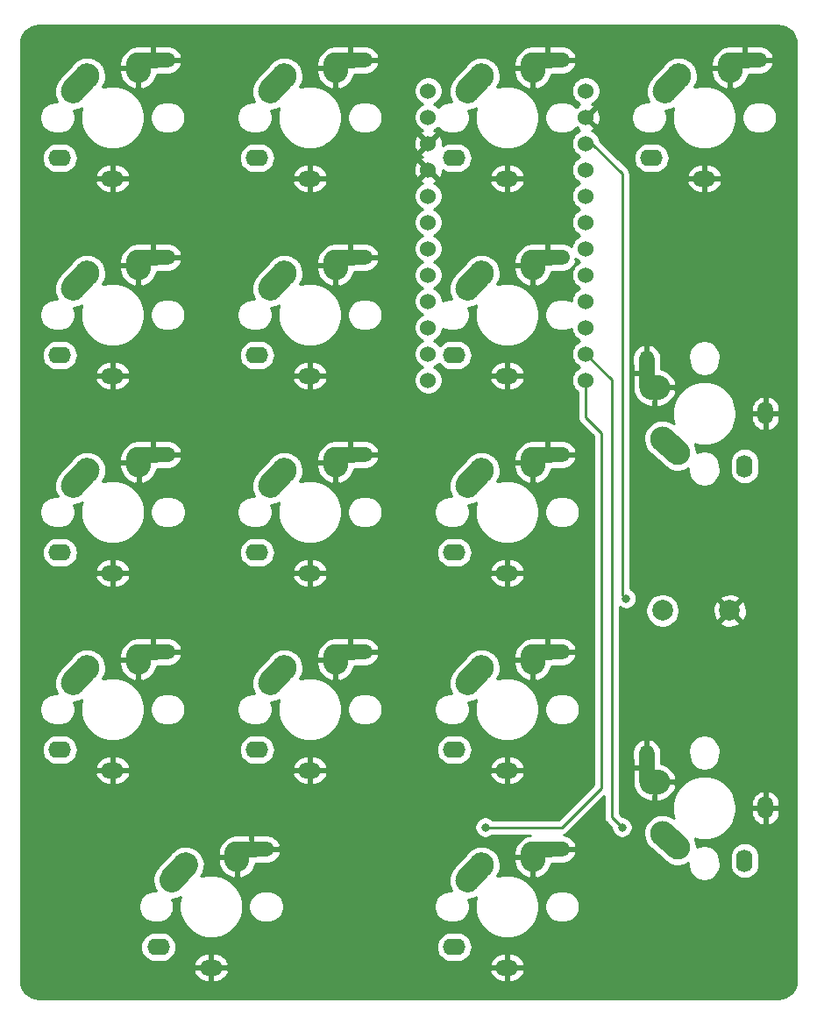
<source format=gtl>
G04 #@! TF.GenerationSoftware,KiCad,Pcbnew,(5.1.10)-1*
G04 #@! TF.CreationDate,2021-05-19T19:05:48-07:00*
G04 #@! TF.ProjectId,numpad,6e756d70-6164-42e6-9b69-6361645f7063,rev?*
G04 #@! TF.SameCoordinates,Original*
G04 #@! TF.FileFunction,Copper,L1,Top*
G04 #@! TF.FilePolarity,Positive*
%FSLAX46Y46*%
G04 Gerber Fmt 4.6, Leading zero omitted, Abs format (unit mm)*
G04 Created by KiCad (PCBNEW (5.1.10)-1) date 2021-05-19 19:05:48*
%MOMM*%
%LPD*%
G01*
G04 APERTURE LIST*
G04 #@! TA.AperFunction,ComponentPad*
%ADD10O,2.400000X2.950000*%
G04 #@! TD*
G04 #@! TA.AperFunction,ComponentPad*
%ADD11C,2.400000*%
G04 #@! TD*
G04 #@! TA.AperFunction,ComponentPad*
%ADD12O,2.200000X1.600000*%
G04 #@! TD*
G04 #@! TA.AperFunction,ComponentPad*
%ADD13O,2.200000X1.500000*%
G04 #@! TD*
G04 #@! TA.AperFunction,ComponentPad*
%ADD14C,2.000000*%
G04 #@! TD*
G04 #@! TA.AperFunction,ComponentPad*
%ADD15O,2.950000X2.400000*%
G04 #@! TD*
G04 #@! TA.AperFunction,ComponentPad*
%ADD16O,1.600000X2.200000*%
G04 #@! TD*
G04 #@! TA.AperFunction,ComponentPad*
%ADD17O,1.500000X2.200000*%
G04 #@! TD*
G04 #@! TA.AperFunction,ComponentPad*
%ADD18C,1.524000*%
G04 #@! TD*
G04 #@! TA.AperFunction,ViaPad*
%ADD19C,0.800000*%
G04 #@! TD*
G04 #@! TA.AperFunction,Conductor*
%ADD20C,0.250000*%
G04 #@! TD*
G04 #@! TA.AperFunction,Conductor*
%ADD21C,0.254000*%
G04 #@! TD*
G04 #@! TA.AperFunction,Conductor*
%ADD22C,0.100000*%
G04 #@! TD*
G04 APERTURE END LIST*
G04 #@! TA.AperFunction,ComponentPad*
G36*
G01*
X130245726Y-127615793D02*
X131583988Y-126129503D01*
G75*
G02*
X133278719Y-126040686I891774J-802957D01*
G01*
X133278719Y-126040686D01*
G75*
G02*
X133367536Y-127735417I-802957J-891774D01*
G01*
X132029274Y-129221707D01*
G75*
G02*
X130334543Y-129310524I-891774J802957D01*
G01*
X130334543Y-129310524D01*
G75*
G02*
X130245726Y-127615793I802957J891774D01*
G01*
G37*
G04 #@! TD.AperFunction*
D10*
X137437500Y-126168750D03*
D11*
X132437500Y-126968750D03*
G04 #@! TA.AperFunction,ComponentPad*
G36*
G01*
X136637626Y-125447547D02*
X136637626Y-125447547D01*
G75*
G02*
X137381052Y-124691031I749971J6545D01*
G01*
X140280942Y-124665725D01*
G75*
G02*
X141037458Y-125409151I6545J-749971D01*
G01*
X141037458Y-125409151D01*
G75*
G02*
X140294032Y-126165667I-749971J-6545D01*
G01*
X137394142Y-126190973D01*
G75*
G02*
X136637626Y-125447547I-6545J749971D01*
G01*
G37*
G04 #@! TD.AperFunction*
D12*
X129837500Y-134868750D03*
D13*
X134937500Y-136868750D03*
X134937500Y-117818750D03*
D12*
X129837500Y-115818750D03*
G04 #@! TA.AperFunction,ComponentPad*
G36*
G01*
X136637626Y-106397547D02*
X136637626Y-106397547D01*
G75*
G02*
X137381052Y-105641031I749971J6545D01*
G01*
X140280942Y-105615725D01*
G75*
G02*
X141037458Y-106359151I6545J-749971D01*
G01*
X141037458Y-106359151D01*
G75*
G02*
X140294032Y-107115667I-749971J-6545D01*
G01*
X137394142Y-107140973D01*
G75*
G02*
X136637626Y-106397547I-6545J749971D01*
G01*
G37*
G04 #@! TD.AperFunction*
D11*
X132437500Y-107918750D03*
D10*
X137437500Y-107118750D03*
G04 #@! TA.AperFunction,ComponentPad*
G36*
G01*
X130245726Y-108565793D02*
X131583988Y-107079503D01*
G75*
G02*
X133278719Y-106990686I891774J-802957D01*
G01*
X133278719Y-106990686D01*
G75*
G02*
X133367536Y-108685417I-802957J-891774D01*
G01*
X132029274Y-110171707D01*
G75*
G02*
X130334543Y-110260524I-891774J802957D01*
G01*
X130334543Y-110260524D01*
G75*
G02*
X130245726Y-108565793I802957J891774D01*
G01*
G37*
G04 #@! TD.AperFunction*
G04 #@! TA.AperFunction,ComponentPad*
G36*
G01*
X111195726Y-108565793D02*
X112533988Y-107079503D01*
G75*
G02*
X114228719Y-106990686I891774J-802957D01*
G01*
X114228719Y-106990686D01*
G75*
G02*
X114317536Y-108685417I-802957J-891774D01*
G01*
X112979274Y-110171707D01*
G75*
G02*
X111284543Y-110260524I-891774J802957D01*
G01*
X111284543Y-110260524D01*
G75*
G02*
X111195726Y-108565793I802957J891774D01*
G01*
G37*
G04 #@! TD.AperFunction*
X118387500Y-107118750D03*
D11*
X113387500Y-107918750D03*
G04 #@! TA.AperFunction,ComponentPad*
G36*
G01*
X117587626Y-106397547D02*
X117587626Y-106397547D01*
G75*
G02*
X118331052Y-105641031I749971J6545D01*
G01*
X121230942Y-105615725D01*
G75*
G02*
X121987458Y-106359151I6545J-749971D01*
G01*
X121987458Y-106359151D01*
G75*
G02*
X121244032Y-107115667I-749971J-6545D01*
G01*
X118344142Y-107140973D01*
G75*
G02*
X117587626Y-106397547I-6545J749971D01*
G01*
G37*
G04 #@! TD.AperFunction*
D12*
X110787500Y-115818750D03*
D13*
X115887500Y-117818750D03*
X96837500Y-117818750D03*
D12*
X91737500Y-115818750D03*
G04 #@! TA.AperFunction,ComponentPad*
G36*
G01*
X98537626Y-106397547D02*
X98537626Y-106397547D01*
G75*
G02*
X99281052Y-105641031I749971J6545D01*
G01*
X102180942Y-105615725D01*
G75*
G02*
X102937458Y-106359151I6545J-749971D01*
G01*
X102937458Y-106359151D01*
G75*
G02*
X102194032Y-107115667I-749971J-6545D01*
G01*
X99294142Y-107140973D01*
G75*
G02*
X98537626Y-106397547I-6545J749971D01*
G01*
G37*
G04 #@! TD.AperFunction*
D11*
X94337500Y-107918750D03*
D10*
X99337500Y-107118750D03*
G04 #@! TA.AperFunction,ComponentPad*
G36*
G01*
X92145726Y-108565793D02*
X93483988Y-107079503D01*
G75*
G02*
X95178719Y-106990686I891774J-802957D01*
G01*
X95178719Y-106990686D01*
G75*
G02*
X95267536Y-108685417I-802957J-891774D01*
G01*
X93929274Y-110171707D01*
G75*
G02*
X92234543Y-110260524I-891774J802957D01*
G01*
X92234543Y-110260524D01*
G75*
G02*
X92145726Y-108565793I802957J891774D01*
G01*
G37*
G04 #@! TD.AperFunction*
G04 #@! TA.AperFunction,ComponentPad*
G36*
G01*
X130245726Y-89515793D02*
X131583988Y-88029503D01*
G75*
G02*
X133278719Y-87940686I891774J-802957D01*
G01*
X133278719Y-87940686D01*
G75*
G02*
X133367536Y-89635417I-802957J-891774D01*
G01*
X132029274Y-91121707D01*
G75*
G02*
X130334543Y-91210524I-891774J802957D01*
G01*
X130334543Y-91210524D01*
G75*
G02*
X130245726Y-89515793I802957J891774D01*
G01*
G37*
G04 #@! TD.AperFunction*
X137437500Y-88068750D03*
D11*
X132437500Y-88868750D03*
G04 #@! TA.AperFunction,ComponentPad*
G36*
G01*
X136637626Y-87347547D02*
X136637626Y-87347547D01*
G75*
G02*
X137381052Y-86591031I749971J6545D01*
G01*
X140280942Y-86565725D01*
G75*
G02*
X141037458Y-87309151I6545J-749971D01*
G01*
X141037458Y-87309151D01*
G75*
G02*
X140294032Y-88065667I-749971J-6545D01*
G01*
X137394142Y-88090973D01*
G75*
G02*
X136637626Y-87347547I-6545J749971D01*
G01*
G37*
G04 #@! TD.AperFunction*
D12*
X129837500Y-96768750D03*
D13*
X134937500Y-98768750D03*
X115887500Y-98768750D03*
D12*
X110787500Y-96768750D03*
G04 #@! TA.AperFunction,ComponentPad*
G36*
G01*
X117587626Y-87347547D02*
X117587626Y-87347547D01*
G75*
G02*
X118331052Y-86591031I749971J6545D01*
G01*
X121230942Y-86565725D01*
G75*
G02*
X121987458Y-87309151I6545J-749971D01*
G01*
X121987458Y-87309151D01*
G75*
G02*
X121244032Y-88065667I-749971J-6545D01*
G01*
X118344142Y-88090973D01*
G75*
G02*
X117587626Y-87347547I-6545J749971D01*
G01*
G37*
G04 #@! TD.AperFunction*
D11*
X113387500Y-88868750D03*
D10*
X118387500Y-88068750D03*
G04 #@! TA.AperFunction,ComponentPad*
G36*
G01*
X111195726Y-89515793D02*
X112533988Y-88029503D01*
G75*
G02*
X114228719Y-87940686I891774J-802957D01*
G01*
X114228719Y-87940686D01*
G75*
G02*
X114317536Y-89635417I-802957J-891774D01*
G01*
X112979274Y-91121707D01*
G75*
G02*
X111284543Y-91210524I-891774J802957D01*
G01*
X111284543Y-91210524D01*
G75*
G02*
X111195726Y-89515793I802957J891774D01*
G01*
G37*
G04 #@! TD.AperFunction*
G04 #@! TA.AperFunction,ComponentPad*
G36*
G01*
X92152477Y-89515793D02*
X93490739Y-88029503D01*
G75*
G02*
X95185470Y-87940686I891774J-802957D01*
G01*
X95185470Y-87940686D01*
G75*
G02*
X95274287Y-89635417I-802957J-891774D01*
G01*
X93936025Y-91121707D01*
G75*
G02*
X92241294Y-91210524I-891774J802957D01*
G01*
X92241294Y-91210524D01*
G75*
G02*
X92152477Y-89515793I802957J891774D01*
G01*
G37*
G04 #@! TD.AperFunction*
X99344251Y-88068750D03*
D11*
X94344251Y-88868750D03*
G04 #@! TA.AperFunction,ComponentPad*
G36*
G01*
X98544377Y-87347547D02*
X98544377Y-87347547D01*
G75*
G02*
X99287803Y-86591031I749971J6545D01*
G01*
X102187693Y-86565725D01*
G75*
G02*
X102944209Y-87309151I6545J-749971D01*
G01*
X102944209Y-87309151D01*
G75*
G02*
X102200783Y-88065667I-749971J-6545D01*
G01*
X99300893Y-88090973D01*
G75*
G02*
X98544377Y-87347547I-6545J749971D01*
G01*
G37*
G04 #@! TD.AperFunction*
D12*
X91744251Y-96768750D03*
D13*
X96844251Y-98768750D03*
G04 #@! TA.AperFunction,ComponentPad*
G36*
G01*
X130245726Y-70465793D02*
X131583988Y-68979503D01*
G75*
G02*
X133278719Y-68890686I891774J-802957D01*
G01*
X133278719Y-68890686D01*
G75*
G02*
X133367536Y-70585417I-802957J-891774D01*
G01*
X132029274Y-72071707D01*
G75*
G02*
X130334543Y-72160524I-891774J802957D01*
G01*
X130334543Y-72160524D01*
G75*
G02*
X130245726Y-70465793I802957J891774D01*
G01*
G37*
G04 #@! TD.AperFunction*
D10*
X137437500Y-69018750D03*
D11*
X132437500Y-69818750D03*
G04 #@! TA.AperFunction,ComponentPad*
G36*
G01*
X136637626Y-68297547D02*
X136637626Y-68297547D01*
G75*
G02*
X137381052Y-67541031I749971J6545D01*
G01*
X140280942Y-67515725D01*
G75*
G02*
X141037458Y-68259151I6545J-749971D01*
G01*
X141037458Y-68259151D01*
G75*
G02*
X140294032Y-69015667I-749971J-6545D01*
G01*
X137394142Y-69040973D01*
G75*
G02*
X136637626Y-68297547I-6545J749971D01*
G01*
G37*
G04 #@! TD.AperFunction*
D12*
X129837500Y-77718750D03*
D13*
X134937500Y-79718750D03*
X115887500Y-79718750D03*
D12*
X110787500Y-77718750D03*
G04 #@! TA.AperFunction,ComponentPad*
G36*
G01*
X117587626Y-68297547D02*
X117587626Y-68297547D01*
G75*
G02*
X118331052Y-67541031I749971J6545D01*
G01*
X121230942Y-67515725D01*
G75*
G02*
X121987458Y-68259151I6545J-749971D01*
G01*
X121987458Y-68259151D01*
G75*
G02*
X121244032Y-69015667I-749971J-6545D01*
G01*
X118344142Y-69040973D01*
G75*
G02*
X117587626Y-68297547I-6545J749971D01*
G01*
G37*
G04 #@! TD.AperFunction*
D11*
X113387500Y-69818750D03*
D10*
X118387500Y-69018750D03*
G04 #@! TA.AperFunction,ComponentPad*
G36*
G01*
X111195726Y-70465793D02*
X112533988Y-68979503D01*
G75*
G02*
X114228719Y-68890686I891774J-802957D01*
G01*
X114228719Y-68890686D01*
G75*
G02*
X114317536Y-70585417I-802957J-891774D01*
G01*
X112979274Y-72071707D01*
G75*
G02*
X111284543Y-72160524I-891774J802957D01*
G01*
X111284543Y-72160524D01*
G75*
G02*
X111195726Y-70465793I802957J891774D01*
G01*
G37*
G04 #@! TD.AperFunction*
G04 #@! TA.AperFunction,ComponentPad*
G36*
G01*
X92145726Y-70465793D02*
X93483988Y-68979503D01*
G75*
G02*
X95178719Y-68890686I891774J-802957D01*
G01*
X95178719Y-68890686D01*
G75*
G02*
X95267536Y-70585417I-802957J-891774D01*
G01*
X93929274Y-72071707D01*
G75*
G02*
X92234543Y-72160524I-891774J802957D01*
G01*
X92234543Y-72160524D01*
G75*
G02*
X92145726Y-70465793I802957J891774D01*
G01*
G37*
G04 #@! TD.AperFunction*
X99337500Y-69018750D03*
D11*
X94337500Y-69818750D03*
G04 #@! TA.AperFunction,ComponentPad*
G36*
G01*
X98537626Y-68297547D02*
X98537626Y-68297547D01*
G75*
G02*
X99281052Y-67541031I749971J6545D01*
G01*
X102180942Y-67515725D01*
G75*
G02*
X102937458Y-68259151I6545J-749971D01*
G01*
X102937458Y-68259151D01*
G75*
G02*
X102194032Y-69015667I-749971J-6545D01*
G01*
X99294142Y-69040973D01*
G75*
G02*
X98537626Y-68297547I-6545J749971D01*
G01*
G37*
G04 #@! TD.AperFunction*
D12*
X91737500Y-77718750D03*
D13*
X96837500Y-79718750D03*
X153987500Y-60668750D03*
D12*
X148887500Y-58668750D03*
G04 #@! TA.AperFunction,ComponentPad*
G36*
G01*
X155687626Y-49247547D02*
X155687626Y-49247547D01*
G75*
G02*
X156431052Y-48491031I749971J6545D01*
G01*
X159330942Y-48465725D01*
G75*
G02*
X160087458Y-49209151I6545J-749971D01*
G01*
X160087458Y-49209151D01*
G75*
G02*
X159344032Y-49965667I-749971J-6545D01*
G01*
X156444142Y-49990973D01*
G75*
G02*
X155687626Y-49247547I-6545J749971D01*
G01*
G37*
G04 #@! TD.AperFunction*
D11*
X151487500Y-50768750D03*
D10*
X156487500Y-49968750D03*
G04 #@! TA.AperFunction,ComponentPad*
G36*
G01*
X149295726Y-51415793D02*
X150633988Y-49929503D01*
G75*
G02*
X152328719Y-49840686I891774J-802957D01*
G01*
X152328719Y-49840686D01*
G75*
G02*
X152417536Y-51535417I-802957J-891774D01*
G01*
X151079274Y-53021707D01*
G75*
G02*
X149384543Y-53110524I-891774J802957D01*
G01*
X149384543Y-53110524D01*
G75*
G02*
X149295726Y-51415793I802957J891774D01*
G01*
G37*
G04 #@! TD.AperFunction*
G04 #@! TA.AperFunction,ComponentPad*
G36*
G01*
X130245726Y-51415793D02*
X131583988Y-49929503D01*
G75*
G02*
X133278719Y-49840686I891774J-802957D01*
G01*
X133278719Y-49840686D01*
G75*
G02*
X133367536Y-51535417I-802957J-891774D01*
G01*
X132029274Y-53021707D01*
G75*
G02*
X130334543Y-53110524I-891774J802957D01*
G01*
X130334543Y-53110524D01*
G75*
G02*
X130245726Y-51415793I802957J891774D01*
G01*
G37*
G04 #@! TD.AperFunction*
X137437500Y-49968750D03*
D11*
X132437500Y-50768750D03*
G04 #@! TA.AperFunction,ComponentPad*
G36*
G01*
X136637626Y-49247547D02*
X136637626Y-49247547D01*
G75*
G02*
X137381052Y-48491031I749971J6545D01*
G01*
X140280942Y-48465725D01*
G75*
G02*
X141037458Y-49209151I6545J-749971D01*
G01*
X141037458Y-49209151D01*
G75*
G02*
X140294032Y-49965667I-749971J-6545D01*
G01*
X137394142Y-49990973D01*
G75*
G02*
X136637626Y-49247547I-6545J749971D01*
G01*
G37*
G04 #@! TD.AperFunction*
D12*
X129837500Y-58668750D03*
D13*
X134937500Y-60668750D03*
X115887500Y-60668750D03*
D12*
X110787500Y-58668750D03*
G04 #@! TA.AperFunction,ComponentPad*
G36*
G01*
X117587626Y-49247547D02*
X117587626Y-49247547D01*
G75*
G02*
X118331052Y-48491031I749971J6545D01*
G01*
X121230942Y-48465725D01*
G75*
G02*
X121987458Y-49209151I6545J-749971D01*
G01*
X121987458Y-49209151D01*
G75*
G02*
X121244032Y-49965667I-749971J-6545D01*
G01*
X118344142Y-49990973D01*
G75*
G02*
X117587626Y-49247547I-6545J749971D01*
G01*
G37*
G04 #@! TD.AperFunction*
D11*
X113387500Y-50768750D03*
D10*
X118387500Y-49968750D03*
G04 #@! TA.AperFunction,ComponentPad*
G36*
G01*
X111195726Y-51415793D02*
X112533988Y-49929503D01*
G75*
G02*
X114228719Y-49840686I891774J-802957D01*
G01*
X114228719Y-49840686D01*
G75*
G02*
X114317536Y-51535417I-802957J-891774D01*
G01*
X112979274Y-53021707D01*
G75*
G02*
X111284543Y-53110524I-891774J802957D01*
G01*
X111284543Y-53110524D01*
G75*
G02*
X111195726Y-51415793I802957J891774D01*
G01*
G37*
G04 #@! TD.AperFunction*
G04 #@! TA.AperFunction,ComponentPad*
G36*
G01*
X92145726Y-51415793D02*
X93483988Y-49929503D01*
G75*
G02*
X95178719Y-49840686I891774J-802957D01*
G01*
X95178719Y-49840686D01*
G75*
G02*
X95267536Y-51535417I-802957J-891774D01*
G01*
X93929274Y-53021707D01*
G75*
G02*
X92234543Y-53110524I-891774J802957D01*
G01*
X92234543Y-53110524D01*
G75*
G02*
X92145726Y-51415793I802957J891774D01*
G01*
G37*
G04 #@! TD.AperFunction*
X99337500Y-49968750D03*
D11*
X94337500Y-50768750D03*
G04 #@! TA.AperFunction,ComponentPad*
G36*
G01*
X98537626Y-49247547D02*
X98537626Y-49247547D01*
G75*
G02*
X99281052Y-48491031I749971J6545D01*
G01*
X102180942Y-48465725D01*
G75*
G02*
X102937458Y-49209151I6545J-749971D01*
G01*
X102937458Y-49209151D01*
G75*
G02*
X102194032Y-49965667I-749971J-6545D01*
G01*
X99294142Y-49990973D01*
G75*
G02*
X98537626Y-49247547I-6545J749971D01*
G01*
G37*
G04 #@! TD.AperFunction*
D12*
X91737500Y-58668750D03*
D13*
X96837500Y-60668750D03*
D14*
X156443750Y-102393750D03*
X149943750Y-102393750D03*
G04 #@! TA.AperFunction,ComponentPad*
G36*
G01*
X150634543Y-88035524D02*
X149148253Y-86697262D01*
G75*
G02*
X149059436Y-85002531I802957J891774D01*
G01*
X149059436Y-85002531D01*
G75*
G02*
X150754167Y-84913714I891774J-802957D01*
G01*
X152240457Y-86251976D01*
G75*
G02*
X152329274Y-87946707I-802957J-891774D01*
G01*
X152329274Y-87946707D01*
G75*
G02*
X150634543Y-88035524I-891774J802957D01*
G01*
G37*
G04 #@! TD.AperFunction*
D15*
X149187500Y-80843750D03*
D11*
X149987500Y-85843750D03*
G04 #@! TA.AperFunction,ComponentPad*
G36*
G01*
X148466297Y-81643624D02*
X148466297Y-81643624D01*
G75*
G02*
X147709781Y-80900198I-6545J749971D01*
G01*
X147684475Y-78000308D01*
G75*
G02*
X148427901Y-77243792I749971J6545D01*
G01*
X148427901Y-77243792D01*
G75*
G02*
X149184417Y-77987218I6545J-749971D01*
G01*
X149209723Y-80887108D01*
G75*
G02*
X148466297Y-81643624I-749971J-6545D01*
G01*
G37*
G04 #@! TD.AperFunction*
D16*
X157887500Y-88443750D03*
D17*
X159887500Y-83343750D03*
G04 #@! TA.AperFunction,ComponentPad*
G36*
G01*
X150634543Y-126135524D02*
X149148253Y-124797262D01*
G75*
G02*
X149059436Y-123102531I802957J891774D01*
G01*
X149059436Y-123102531D01*
G75*
G02*
X150754167Y-123013714I891774J-802957D01*
G01*
X152240457Y-124351976D01*
G75*
G02*
X152329274Y-126046707I-802957J-891774D01*
G01*
X152329274Y-126046707D01*
G75*
G02*
X150634543Y-126135524I-891774J802957D01*
G01*
G37*
G04 #@! TD.AperFunction*
D15*
X149187500Y-118943750D03*
D11*
X149987500Y-123943750D03*
G04 #@! TA.AperFunction,ComponentPad*
G36*
G01*
X148466297Y-119743624D02*
X148466297Y-119743624D01*
G75*
G02*
X147709781Y-119000198I-6545J749971D01*
G01*
X147684475Y-116100308D01*
G75*
G02*
X148427901Y-115343792I749971J6545D01*
G01*
X148427901Y-115343792D01*
G75*
G02*
X149184417Y-116087218I6545J-749971D01*
G01*
X149209723Y-118987108D01*
G75*
G02*
X148466297Y-119743624I-749971J-6545D01*
G01*
G37*
G04 #@! TD.AperFunction*
D16*
X157887500Y-126543750D03*
D17*
X159887500Y-121443750D03*
G04 #@! TA.AperFunction,ComponentPad*
G36*
G01*
X101670726Y-127615793D02*
X103008988Y-126129503D01*
G75*
G02*
X104703719Y-126040686I891774J-802957D01*
G01*
X104703719Y-126040686D01*
G75*
G02*
X104792536Y-127735417I-802957J-891774D01*
G01*
X103454274Y-129221707D01*
G75*
G02*
X101759543Y-129310524I-891774J802957D01*
G01*
X101759543Y-129310524D01*
G75*
G02*
X101670726Y-127615793I802957J891774D01*
G01*
G37*
G04 #@! TD.AperFunction*
D10*
X108862500Y-126168750D03*
D11*
X103862500Y-126968750D03*
G04 #@! TA.AperFunction,ComponentPad*
G36*
G01*
X108062626Y-125447547D02*
X108062626Y-125447547D01*
G75*
G02*
X108806052Y-124691031I749971J6545D01*
G01*
X111705942Y-124665725D01*
G75*
G02*
X112462458Y-125409151I6545J-749971D01*
G01*
X112462458Y-125409151D01*
G75*
G02*
X111719032Y-126165667I-749971J-6545D01*
G01*
X108819142Y-126190973D01*
G75*
G02*
X108062626Y-125447547I-6545J749971D01*
G01*
G37*
G04 #@! TD.AperFunction*
D12*
X101262500Y-134868750D03*
D13*
X106362500Y-136868750D03*
D18*
X127326100Y-52197000D03*
X127326100Y-54737000D03*
X127326100Y-57277000D03*
X127326100Y-59817000D03*
X127326100Y-62357000D03*
X127326100Y-64897000D03*
X127326100Y-67437000D03*
X127326100Y-69977000D03*
X127326100Y-72517000D03*
X127326100Y-75057000D03*
X127326100Y-77597000D03*
X127326100Y-80137000D03*
X142546100Y-80137000D03*
X142546100Y-77597000D03*
X142546100Y-75057000D03*
X142546100Y-72517000D03*
X142546100Y-69977000D03*
X142546100Y-67437000D03*
X142546100Y-64897000D03*
X142546100Y-62357000D03*
X142546100Y-59817000D03*
X142546100Y-57277000D03*
X142546100Y-54737000D03*
X142546100Y-52197000D03*
D19*
X146431000Y-101219000D03*
X146050000Y-123317000D03*
X132842000Y-123317000D03*
D20*
X143129000Y-57277000D02*
X142546100Y-57277000D01*
X146050000Y-60198000D02*
X143129000Y-57277000D01*
X146050000Y-100838000D02*
X146050000Y-60198000D01*
X146431000Y-101219000D02*
X146050000Y-100838000D01*
X145034000Y-80084900D02*
X142546100Y-77597000D01*
X145034000Y-122301000D02*
X145034000Y-80084900D01*
X146050000Y-123317000D02*
X145034000Y-122301000D01*
X144018000Y-85217000D02*
X142546100Y-83745100D01*
X144018000Y-119507000D02*
X144018000Y-85217000D01*
X142546100Y-83745100D02*
X142546100Y-80137000D01*
X140208000Y-123317000D02*
X144018000Y-119507000D01*
X132842000Y-123317000D02*
X140208000Y-123317000D01*
D21*
X161464960Y-45939636D02*
X161785960Y-46036551D01*
X162082025Y-46193971D01*
X162341873Y-46405899D01*
X162555608Y-46664260D01*
X162715088Y-46959214D01*
X162814244Y-47279532D01*
X162852501Y-47643522D01*
X162852500Y-138080221D01*
X162816614Y-138446210D01*
X162719698Y-138767212D01*
X162562279Y-139063275D01*
X162350351Y-139323123D01*
X162091992Y-139536856D01*
X161797036Y-139696338D01*
X161476719Y-139795493D01*
X161112729Y-139833750D01*
X89726029Y-139833750D01*
X89360040Y-139797864D01*
X89039038Y-139700948D01*
X88742975Y-139543529D01*
X88483127Y-139331601D01*
X88269394Y-139073242D01*
X88109912Y-138778286D01*
X88010757Y-138457969D01*
X87972500Y-138093979D01*
X87972500Y-137209935D01*
X104670182Y-137209935D01*
X104684327Y-137281434D01*
X104790358Y-137532618D01*
X104943355Y-137758290D01*
X105137439Y-137949778D01*
X105365151Y-138099722D01*
X105617740Y-138202361D01*
X105885500Y-138253750D01*
X106235500Y-138253750D01*
X106235500Y-136995750D01*
X106489500Y-136995750D01*
X106489500Y-138253750D01*
X106839500Y-138253750D01*
X107107260Y-138202361D01*
X107359849Y-138099722D01*
X107587561Y-137949778D01*
X107781645Y-137758290D01*
X107934642Y-137532618D01*
X108040673Y-137281434D01*
X108054818Y-137209935D01*
X133245182Y-137209935D01*
X133259327Y-137281434D01*
X133365358Y-137532618D01*
X133518355Y-137758290D01*
X133712439Y-137949778D01*
X133940151Y-138099722D01*
X134192740Y-138202361D01*
X134460500Y-138253750D01*
X134810500Y-138253750D01*
X134810500Y-136995750D01*
X135064500Y-136995750D01*
X135064500Y-138253750D01*
X135414500Y-138253750D01*
X135682260Y-138202361D01*
X135934849Y-138099722D01*
X136162561Y-137949778D01*
X136356645Y-137758290D01*
X136509642Y-137532618D01*
X136615673Y-137281434D01*
X136629818Y-137209935D01*
X136507156Y-136995750D01*
X135064500Y-136995750D01*
X134810500Y-136995750D01*
X133367844Y-136995750D01*
X133245182Y-137209935D01*
X108054818Y-137209935D01*
X107932156Y-136995750D01*
X106489500Y-136995750D01*
X106235500Y-136995750D01*
X104792844Y-136995750D01*
X104670182Y-137209935D01*
X87972500Y-137209935D01*
X87972500Y-136527565D01*
X104670182Y-136527565D01*
X104792844Y-136741750D01*
X106235500Y-136741750D01*
X106235500Y-135483750D01*
X106489500Y-135483750D01*
X106489500Y-136741750D01*
X107932156Y-136741750D01*
X108054818Y-136527565D01*
X133245182Y-136527565D01*
X133367844Y-136741750D01*
X134810500Y-136741750D01*
X134810500Y-135483750D01*
X135064500Y-135483750D01*
X135064500Y-136741750D01*
X136507156Y-136741750D01*
X136629818Y-136527565D01*
X136615673Y-136456066D01*
X136509642Y-136204882D01*
X136356645Y-135979210D01*
X136162561Y-135787722D01*
X135934849Y-135637778D01*
X135682260Y-135535139D01*
X135414500Y-135483750D01*
X135064500Y-135483750D01*
X134810500Y-135483750D01*
X134460500Y-135483750D01*
X134192740Y-135535139D01*
X133940151Y-135637778D01*
X133712439Y-135787722D01*
X133518355Y-135979210D01*
X133365358Y-136204882D01*
X133259327Y-136456066D01*
X133245182Y-136527565D01*
X108054818Y-136527565D01*
X108040673Y-136456066D01*
X107934642Y-136204882D01*
X107781645Y-135979210D01*
X107587561Y-135787722D01*
X107359849Y-135637778D01*
X107107260Y-135535139D01*
X106839500Y-135483750D01*
X106489500Y-135483750D01*
X106235500Y-135483750D01*
X105885500Y-135483750D01*
X105617740Y-135535139D01*
X105365151Y-135637778D01*
X105137439Y-135787722D01*
X104943355Y-135979210D01*
X104790358Y-136204882D01*
X104684327Y-136456066D01*
X104670182Y-136527565D01*
X87972500Y-136527565D01*
X87972500Y-134868750D01*
X99520557Y-134868750D01*
X99548264Y-135150059D01*
X99630318Y-135420558D01*
X99763568Y-135669851D01*
X99942892Y-135888358D01*
X100161399Y-136067682D01*
X100410692Y-136200932D01*
X100681191Y-136282986D01*
X100892008Y-136303750D01*
X101632992Y-136303750D01*
X101843809Y-136282986D01*
X102114308Y-136200932D01*
X102363601Y-136067682D01*
X102582108Y-135888358D01*
X102761432Y-135669851D01*
X102894682Y-135420558D01*
X102976736Y-135150059D01*
X103004443Y-134868750D01*
X128095557Y-134868750D01*
X128123264Y-135150059D01*
X128205318Y-135420558D01*
X128338568Y-135669851D01*
X128517892Y-135888358D01*
X128736399Y-136067682D01*
X128985692Y-136200932D01*
X129256191Y-136282986D01*
X129467008Y-136303750D01*
X130207992Y-136303750D01*
X130418809Y-136282986D01*
X130689308Y-136200932D01*
X130938601Y-136067682D01*
X131157108Y-135888358D01*
X131336432Y-135669851D01*
X131469682Y-135420558D01*
X131551736Y-135150059D01*
X131579443Y-134868750D01*
X131551736Y-134587441D01*
X131469682Y-134316942D01*
X131336432Y-134067649D01*
X131157108Y-133849142D01*
X130938601Y-133669818D01*
X130689308Y-133536568D01*
X130418809Y-133454514D01*
X130207992Y-133433750D01*
X129467008Y-133433750D01*
X129256191Y-133454514D01*
X128985692Y-133536568D01*
X128736399Y-133669818D01*
X128517892Y-133849142D01*
X128338568Y-134067649D01*
X128205318Y-134316942D01*
X128123264Y-134587441D01*
X128095557Y-134868750D01*
X103004443Y-134868750D01*
X102976736Y-134587441D01*
X102894682Y-134316942D01*
X102761432Y-134067649D01*
X102582108Y-133849142D01*
X102363601Y-133669818D01*
X102114308Y-133536568D01*
X101843809Y-133454514D01*
X101632992Y-133433750D01*
X100892008Y-133433750D01*
X100681191Y-133454514D01*
X100410692Y-133536568D01*
X100161399Y-133669818D01*
X99942892Y-133849142D01*
X99763568Y-134067649D01*
X99630318Y-134316942D01*
X99548264Y-134587441D01*
X99520557Y-134868750D01*
X87972500Y-134868750D01*
X87972500Y-130817566D01*
X99327500Y-130817566D01*
X99327500Y-131119934D01*
X99386489Y-131416493D01*
X99502201Y-131695845D01*
X99670188Y-131947255D01*
X99883995Y-132161062D01*
X100135405Y-132329049D01*
X100414757Y-132444761D01*
X100711316Y-132503750D01*
X101013684Y-132503750D01*
X101265052Y-132453750D01*
X101428760Y-132453750D01*
X101715658Y-132396682D01*
X101985911Y-132284740D01*
X102229132Y-132122225D01*
X102435975Y-131915382D01*
X102598490Y-131672161D01*
X102710432Y-131401908D01*
X102767500Y-131115010D01*
X102767500Y-130822490D01*
X102710432Y-130535592D01*
X102598490Y-130265339D01*
X102592967Y-130257074D01*
X102659000Y-130260101D01*
X103016376Y-130205894D01*
X103356309Y-130083007D01*
X103401514Y-130055711D01*
X103396055Y-130068889D01*
X103277500Y-130664904D01*
X103277500Y-131272596D01*
X103396055Y-131868611D01*
X103628608Y-132430045D01*
X103966224Y-132935323D01*
X104395927Y-133365026D01*
X104901205Y-133702642D01*
X105462639Y-133935195D01*
X106058654Y-134053750D01*
X106666346Y-134053750D01*
X107262361Y-133935195D01*
X107823795Y-133702642D01*
X108329073Y-133365026D01*
X108758776Y-132935323D01*
X109096392Y-132430045D01*
X109328945Y-131868611D01*
X109447500Y-131272596D01*
X109447500Y-130822490D01*
X109957500Y-130822490D01*
X109957500Y-131115010D01*
X110014568Y-131401908D01*
X110126510Y-131672161D01*
X110289025Y-131915382D01*
X110495868Y-132122225D01*
X110739089Y-132284740D01*
X111009342Y-132396682D01*
X111296240Y-132453750D01*
X111459948Y-132453750D01*
X111711316Y-132503750D01*
X112013684Y-132503750D01*
X112310243Y-132444761D01*
X112589595Y-132329049D01*
X112841005Y-132161062D01*
X113054812Y-131947255D01*
X113222799Y-131695845D01*
X113338511Y-131416493D01*
X113397500Y-131119934D01*
X113397500Y-130817566D01*
X127902500Y-130817566D01*
X127902500Y-131119934D01*
X127961489Y-131416493D01*
X128077201Y-131695845D01*
X128245188Y-131947255D01*
X128458995Y-132161062D01*
X128710405Y-132329049D01*
X128989757Y-132444761D01*
X129286316Y-132503750D01*
X129588684Y-132503750D01*
X129840052Y-132453750D01*
X130003760Y-132453750D01*
X130290658Y-132396682D01*
X130560911Y-132284740D01*
X130804132Y-132122225D01*
X131010975Y-131915382D01*
X131173490Y-131672161D01*
X131285432Y-131401908D01*
X131342500Y-131115010D01*
X131342500Y-130822490D01*
X131285432Y-130535592D01*
X131173490Y-130265339D01*
X131167967Y-130257074D01*
X131234000Y-130260101D01*
X131591376Y-130205894D01*
X131931309Y-130083007D01*
X131976514Y-130055711D01*
X131971055Y-130068889D01*
X131852500Y-130664904D01*
X131852500Y-131272596D01*
X131971055Y-131868611D01*
X132203608Y-132430045D01*
X132541224Y-132935323D01*
X132970927Y-133365026D01*
X133476205Y-133702642D01*
X134037639Y-133935195D01*
X134633654Y-134053750D01*
X135241346Y-134053750D01*
X135837361Y-133935195D01*
X136398795Y-133702642D01*
X136904073Y-133365026D01*
X137333776Y-132935323D01*
X137671392Y-132430045D01*
X137903945Y-131868611D01*
X138022500Y-131272596D01*
X138022500Y-130822490D01*
X138532500Y-130822490D01*
X138532500Y-131115010D01*
X138589568Y-131401908D01*
X138701510Y-131672161D01*
X138864025Y-131915382D01*
X139070868Y-132122225D01*
X139314089Y-132284740D01*
X139584342Y-132396682D01*
X139871240Y-132453750D01*
X140034948Y-132453750D01*
X140286316Y-132503750D01*
X140588684Y-132503750D01*
X140885243Y-132444761D01*
X141164595Y-132329049D01*
X141416005Y-132161062D01*
X141629812Y-131947255D01*
X141797799Y-131695845D01*
X141913511Y-131416493D01*
X141972500Y-131119934D01*
X141972500Y-130817566D01*
X141913511Y-130521007D01*
X141797799Y-130241655D01*
X141629812Y-129990245D01*
X141416005Y-129776438D01*
X141164595Y-129608451D01*
X140885243Y-129492739D01*
X140588684Y-129433750D01*
X140286316Y-129433750D01*
X140034948Y-129483750D01*
X139871240Y-129483750D01*
X139584342Y-129540818D01*
X139314089Y-129652760D01*
X139070868Y-129815275D01*
X138864025Y-130022118D01*
X138701510Y-130265339D01*
X138589568Y-130535592D01*
X138532500Y-130822490D01*
X138022500Y-130822490D01*
X138022500Y-130664904D01*
X137903945Y-130068889D01*
X137671392Y-129507455D01*
X137333776Y-129002177D01*
X136904073Y-128572474D01*
X136398795Y-128234858D01*
X135837361Y-128002305D01*
X135241346Y-127883750D01*
X134633654Y-127883750D01*
X134037639Y-128002305D01*
X133935689Y-128044534D01*
X134060402Y-127875222D01*
X134213878Y-127547959D01*
X134300559Y-127197044D01*
X134317113Y-126835960D01*
X134262906Y-126478584D01*
X134140019Y-126138651D01*
X133953176Y-125829223D01*
X133709557Y-125562192D01*
X133418524Y-125347820D01*
X133091261Y-125194344D01*
X132740345Y-125107663D01*
X132379261Y-125091109D01*
X132021885Y-125145316D01*
X131681952Y-125268203D01*
X131372525Y-125455046D01*
X131297317Y-125523660D01*
X131267756Y-125543412D01*
X131185442Y-125625726D01*
X131172406Y-125637619D01*
X131162073Y-125649095D01*
X131012162Y-125799006D01*
X130969202Y-125863300D01*
X129713515Y-127257882D01*
X129552860Y-127475989D01*
X129399385Y-127803251D01*
X129312704Y-128154167D01*
X129296149Y-128515250D01*
X129350356Y-128872626D01*
X129473243Y-129212559D01*
X129609280Y-129437847D01*
X129588684Y-129433750D01*
X129286316Y-129433750D01*
X128989757Y-129492739D01*
X128710405Y-129608451D01*
X128458995Y-129776438D01*
X128245188Y-129990245D01*
X128077201Y-130241655D01*
X127961489Y-130521007D01*
X127902500Y-130817566D01*
X113397500Y-130817566D01*
X113338511Y-130521007D01*
X113222799Y-130241655D01*
X113054812Y-129990245D01*
X112841005Y-129776438D01*
X112589595Y-129608451D01*
X112310243Y-129492739D01*
X112013684Y-129433750D01*
X111711316Y-129433750D01*
X111459948Y-129483750D01*
X111296240Y-129483750D01*
X111009342Y-129540818D01*
X110739089Y-129652760D01*
X110495868Y-129815275D01*
X110289025Y-130022118D01*
X110126510Y-130265339D01*
X110014568Y-130535592D01*
X109957500Y-130822490D01*
X109447500Y-130822490D01*
X109447500Y-130664904D01*
X109328945Y-130068889D01*
X109096392Y-129507455D01*
X108758776Y-129002177D01*
X108329073Y-128572474D01*
X107823795Y-128234858D01*
X107262361Y-128002305D01*
X106666346Y-127883750D01*
X106058654Y-127883750D01*
X105462639Y-128002305D01*
X105360689Y-128044534D01*
X105485402Y-127875222D01*
X105638878Y-127547959D01*
X105725559Y-127197044D01*
X105742113Y-126835960D01*
X105687906Y-126478584D01*
X105565019Y-126138651D01*
X105378176Y-125829223D01*
X105321181Y-125766750D01*
X107027500Y-125766750D01*
X107027500Y-126041750D01*
X107564398Y-126041750D01*
X107596295Y-126115510D01*
X107720800Y-126295750D01*
X107027500Y-126295750D01*
X107027500Y-126570750D01*
X107087535Y-126926300D01*
X107215781Y-127263306D01*
X107407310Y-127568817D01*
X107654761Y-127831093D01*
X107948625Y-128040054D01*
X108277608Y-128187670D01*
X108450695Y-128231945D01*
X108735500Y-128115182D01*
X108735500Y-126826728D01*
X108989500Y-126824511D01*
X108989500Y-128115182D01*
X109274305Y-128231945D01*
X109447392Y-128187670D01*
X109776375Y-128040054D01*
X110070239Y-127831093D01*
X110317690Y-127568817D01*
X110509219Y-127263306D01*
X110637465Y-126926300D01*
X110657109Y-126809958D01*
X111851568Y-126799535D01*
X112118870Y-126745811D01*
X112370553Y-126640972D01*
X112596948Y-126489046D01*
X112789354Y-126295872D01*
X112940376Y-126068873D01*
X113044211Y-125816773D01*
X113057731Y-125745154D01*
X112933205Y-125532047D01*
X110661218Y-125551875D01*
X110637465Y-125411200D01*
X110594557Y-125298447D01*
X112930988Y-125278057D01*
X113051776Y-125062810D01*
X113037008Y-124991437D01*
X112928789Y-124741188D01*
X112773828Y-124516859D01*
X112578081Y-124327072D01*
X112349069Y-124179121D01*
X112095594Y-124078690D01*
X111827396Y-124029640D01*
X110377451Y-124042293D01*
X110384723Y-124875609D01*
X110317690Y-124768683D01*
X110128026Y-124567657D01*
X110123461Y-124044510D01*
X108673516Y-124057163D01*
X108406214Y-124110887D01*
X108368604Y-124126554D01*
X108277608Y-124149830D01*
X107948625Y-124297446D01*
X107654761Y-124506407D01*
X107407310Y-124768683D01*
X107215781Y-125074194D01*
X107087535Y-125411200D01*
X107027500Y-125766750D01*
X105321181Y-125766750D01*
X105134557Y-125562192D01*
X104843524Y-125347820D01*
X104516261Y-125194344D01*
X104165345Y-125107663D01*
X103804261Y-125091109D01*
X103446885Y-125145316D01*
X103106952Y-125268203D01*
X102797525Y-125455046D01*
X102722317Y-125523660D01*
X102692756Y-125543412D01*
X102610442Y-125625726D01*
X102597406Y-125637619D01*
X102587073Y-125649095D01*
X102437162Y-125799006D01*
X102394202Y-125863300D01*
X101138515Y-127257882D01*
X100977860Y-127475989D01*
X100824385Y-127803251D01*
X100737704Y-128154167D01*
X100721149Y-128515250D01*
X100775356Y-128872626D01*
X100898243Y-129212559D01*
X101034280Y-129437847D01*
X101013684Y-129433750D01*
X100711316Y-129433750D01*
X100414757Y-129492739D01*
X100135405Y-129608451D01*
X99883995Y-129776438D01*
X99670188Y-129990245D01*
X99502201Y-130241655D01*
X99386489Y-130521007D01*
X99327500Y-130817566D01*
X87972500Y-130817566D01*
X87972500Y-123215061D01*
X131807000Y-123215061D01*
X131807000Y-123418939D01*
X131846774Y-123618898D01*
X131924795Y-123807256D01*
X132038063Y-123976774D01*
X132182226Y-124120937D01*
X132351744Y-124234205D01*
X132540102Y-124312226D01*
X132740061Y-124352000D01*
X132943939Y-124352000D01*
X133143898Y-124312226D01*
X133332256Y-124234205D01*
X133501774Y-124120937D01*
X133545711Y-124077000D01*
X137149818Y-124077000D01*
X136981214Y-124110887D01*
X136943604Y-124126554D01*
X136852608Y-124149830D01*
X136523625Y-124297446D01*
X136229761Y-124506407D01*
X135982310Y-124768683D01*
X135790781Y-125074194D01*
X135662535Y-125411200D01*
X135602500Y-125766750D01*
X135602500Y-126041750D01*
X136139398Y-126041750D01*
X136171295Y-126115510D01*
X136295800Y-126295750D01*
X135602500Y-126295750D01*
X135602500Y-126570750D01*
X135662535Y-126926300D01*
X135790781Y-127263306D01*
X135982310Y-127568817D01*
X136229761Y-127831093D01*
X136523625Y-128040054D01*
X136852608Y-128187670D01*
X137025695Y-128231945D01*
X137310500Y-128115182D01*
X137310500Y-126826728D01*
X137564500Y-126824511D01*
X137564500Y-128115182D01*
X137849305Y-128231945D01*
X138022392Y-128187670D01*
X138351375Y-128040054D01*
X138645239Y-127831093D01*
X138892690Y-127568817D01*
X139084219Y-127263306D01*
X139212465Y-126926300D01*
X139232109Y-126809958D01*
X140426568Y-126799535D01*
X140693870Y-126745811D01*
X140945553Y-126640972D01*
X141171948Y-126489046D01*
X141364354Y-126295872D01*
X141515376Y-126068873D01*
X141619211Y-125816773D01*
X141632731Y-125745154D01*
X141508205Y-125532047D01*
X139236218Y-125551875D01*
X139212465Y-125411200D01*
X139169557Y-125298447D01*
X141505988Y-125278057D01*
X141626776Y-125062810D01*
X141612008Y-124991437D01*
X141503789Y-124741188D01*
X141348828Y-124516859D01*
X141153081Y-124327072D01*
X140924069Y-124179121D01*
X140670594Y-124078690D01*
X140448852Y-124038136D01*
X140500247Y-124022546D01*
X140632276Y-123951974D01*
X140748001Y-123857001D01*
X140771804Y-123827997D01*
X144274000Y-120325802D01*
X144274000Y-122263678D01*
X144270324Y-122301000D01*
X144274000Y-122338322D01*
X144274000Y-122338332D01*
X144284997Y-122449985D01*
X144305754Y-122518412D01*
X144328454Y-122593246D01*
X144399026Y-122725276D01*
X144438871Y-122773826D01*
X144493999Y-122841001D01*
X144523002Y-122864804D01*
X145015000Y-123356802D01*
X145015000Y-123418939D01*
X145054774Y-123618898D01*
X145132795Y-123807256D01*
X145246063Y-123976774D01*
X145390226Y-124120937D01*
X145559744Y-124234205D01*
X145748102Y-124312226D01*
X145948061Y-124352000D01*
X146151939Y-124352000D01*
X146351898Y-124312226D01*
X146540256Y-124234205D01*
X146709774Y-124120937D01*
X146828723Y-124001988D01*
X148109859Y-124001988D01*
X148164066Y-124359364D01*
X148286953Y-124699297D01*
X148473796Y-125008724D01*
X148542408Y-125083929D01*
X148562162Y-125113494D01*
X148644486Y-125195818D01*
X148656369Y-125208843D01*
X148667835Y-125219167D01*
X148817756Y-125369088D01*
X148882053Y-125412050D01*
X150276631Y-126667735D01*
X150494738Y-126828390D01*
X150822001Y-126981866D01*
X151172916Y-127068547D01*
X151534000Y-127085101D01*
X151891376Y-127030894D01*
X152231309Y-126908007D01*
X152456597Y-126771971D01*
X152452500Y-126792566D01*
X152452500Y-127094934D01*
X152511489Y-127391493D01*
X152627201Y-127670845D01*
X152795188Y-127922255D01*
X153008995Y-128136062D01*
X153260405Y-128304049D01*
X153539757Y-128419761D01*
X153836316Y-128478750D01*
X154138684Y-128478750D01*
X154435243Y-128419761D01*
X154714595Y-128304049D01*
X154966005Y-128136062D01*
X155179812Y-127922255D01*
X155347799Y-127670845D01*
X155463511Y-127391493D01*
X155522500Y-127094934D01*
X155522500Y-126792566D01*
X155472500Y-126541198D01*
X155472500Y-126377490D01*
X155431876Y-126173259D01*
X156452500Y-126173259D01*
X156452500Y-126914242D01*
X156473264Y-127125059D01*
X156555318Y-127395558D01*
X156688568Y-127644851D01*
X156867893Y-127863358D01*
X157086400Y-128042682D01*
X157335693Y-128175932D01*
X157606192Y-128257986D01*
X157887500Y-128285693D01*
X158168809Y-128257986D01*
X158439308Y-128175932D01*
X158688601Y-128042682D01*
X158907108Y-127863358D01*
X159086432Y-127644851D01*
X159219682Y-127395558D01*
X159301736Y-127125058D01*
X159322500Y-126914241D01*
X159322500Y-126173258D01*
X159301736Y-125962441D01*
X159219682Y-125691942D01*
X159086432Y-125442649D01*
X158907107Y-125224142D01*
X158688600Y-125044818D01*
X158439307Y-124911568D01*
X158168808Y-124829514D01*
X157887500Y-124801807D01*
X157606191Y-124829514D01*
X157335692Y-124911568D01*
X157086399Y-125044818D01*
X156867892Y-125224143D01*
X156688568Y-125442650D01*
X156555318Y-125691943D01*
X156473264Y-125962442D01*
X156452500Y-126173259D01*
X155431876Y-126173259D01*
X155415432Y-126090592D01*
X155303490Y-125820339D01*
X155140975Y-125577118D01*
X154934132Y-125370275D01*
X154690911Y-125207760D01*
X154420658Y-125095818D01*
X154133760Y-125038750D01*
X153841240Y-125038750D01*
X153554342Y-125095818D01*
X153284089Y-125207760D01*
X153275824Y-125213283D01*
X153278851Y-125147249D01*
X153224644Y-124789873D01*
X153101757Y-124449940D01*
X153074462Y-124404737D01*
X153087639Y-124410195D01*
X153683654Y-124528750D01*
X154291346Y-124528750D01*
X154887361Y-124410195D01*
X155448795Y-124177642D01*
X155954073Y-123840026D01*
X156383776Y-123410323D01*
X156721392Y-122905045D01*
X156953945Y-122343611D01*
X157072500Y-121747596D01*
X157072500Y-121570750D01*
X158502500Y-121570750D01*
X158502500Y-121920750D01*
X158553889Y-122188510D01*
X158656528Y-122441099D01*
X158806472Y-122668811D01*
X158997960Y-122862895D01*
X159223632Y-123015892D01*
X159474816Y-123121923D01*
X159546315Y-123136068D01*
X159760500Y-123013406D01*
X159760500Y-121570750D01*
X160014500Y-121570750D01*
X160014500Y-123013406D01*
X160228685Y-123136068D01*
X160300184Y-123121923D01*
X160551368Y-123015892D01*
X160777040Y-122862895D01*
X160968528Y-122668811D01*
X161118472Y-122441099D01*
X161221111Y-122188510D01*
X161272500Y-121920750D01*
X161272500Y-121570750D01*
X160014500Y-121570750D01*
X159760500Y-121570750D01*
X158502500Y-121570750D01*
X157072500Y-121570750D01*
X157072500Y-121139904D01*
X157038058Y-120966750D01*
X158502500Y-120966750D01*
X158502500Y-121316750D01*
X159760500Y-121316750D01*
X159760500Y-119874094D01*
X160014500Y-119874094D01*
X160014500Y-121316750D01*
X161272500Y-121316750D01*
X161272500Y-120966750D01*
X161221111Y-120698990D01*
X161118472Y-120446401D01*
X160968528Y-120218689D01*
X160777040Y-120024605D01*
X160551368Y-119871608D01*
X160300184Y-119765577D01*
X160228685Y-119751432D01*
X160014500Y-119874094D01*
X159760500Y-119874094D01*
X159546315Y-119751432D01*
X159474816Y-119765577D01*
X159223632Y-119871608D01*
X158997960Y-120024605D01*
X158806472Y-120218689D01*
X158656528Y-120446401D01*
X158553889Y-120698990D01*
X158502500Y-120966750D01*
X157038058Y-120966750D01*
X156953945Y-120543889D01*
X156721392Y-119982455D01*
X156383776Y-119477177D01*
X155954073Y-119047474D01*
X155448795Y-118709858D01*
X154887361Y-118477305D01*
X154291346Y-118358750D01*
X153683654Y-118358750D01*
X153087639Y-118477305D01*
X152526205Y-118709858D01*
X152020927Y-119047474D01*
X151591224Y-119477177D01*
X151253608Y-119982455D01*
X151021055Y-120543889D01*
X150902500Y-121139904D01*
X150902500Y-121747596D01*
X151021055Y-122343611D01*
X151063285Y-122445562D01*
X150893971Y-122320848D01*
X150566709Y-122167373D01*
X150215793Y-122080692D01*
X149854710Y-122064137D01*
X149497334Y-122118344D01*
X149157401Y-122241231D01*
X148847974Y-122428074D01*
X148580942Y-122671693D01*
X148366570Y-122962727D01*
X148213095Y-123289989D01*
X148126414Y-123640905D01*
X148109859Y-124001988D01*
X146828723Y-124001988D01*
X146853937Y-123976774D01*
X146967205Y-123807256D01*
X147045226Y-123618898D01*
X147085000Y-123418939D01*
X147085000Y-123215061D01*
X147045226Y-123015102D01*
X146967205Y-122826744D01*
X146853937Y-122657226D01*
X146709774Y-122513063D01*
X146540256Y-122399795D01*
X146351898Y-122321774D01*
X146151939Y-122282000D01*
X146089802Y-122282000D01*
X145794000Y-121986199D01*
X145794000Y-115978854D01*
X147048390Y-115978854D01*
X147061043Y-117428799D01*
X147894359Y-117421527D01*
X147787433Y-117488560D01*
X147586407Y-117678224D01*
X147063260Y-117682789D01*
X147075913Y-119132734D01*
X147129637Y-119400036D01*
X147145304Y-119437646D01*
X147168580Y-119528642D01*
X147316196Y-119857625D01*
X147525157Y-120151489D01*
X147787433Y-120398940D01*
X148092944Y-120590469D01*
X148429950Y-120718715D01*
X148785500Y-120778750D01*
X149060500Y-120778750D01*
X149060500Y-120241852D01*
X149134260Y-120209955D01*
X149314500Y-120085450D01*
X149314500Y-120778750D01*
X149589500Y-120778750D01*
X149945050Y-120718715D01*
X150282056Y-120590469D01*
X150587567Y-120398940D01*
X150849843Y-120151489D01*
X151058804Y-119857625D01*
X151206420Y-119528642D01*
X151250695Y-119355555D01*
X151133932Y-119070750D01*
X149845478Y-119070750D01*
X149843261Y-118816750D01*
X151133932Y-118816750D01*
X151250695Y-118531945D01*
X151206420Y-118358858D01*
X151058804Y-118029875D01*
X150849843Y-117736011D01*
X150587567Y-117488560D01*
X150282056Y-117297031D01*
X149945050Y-117168785D01*
X149828708Y-117149141D01*
X149818285Y-115954682D01*
X149785702Y-115792566D01*
X152452500Y-115792566D01*
X152452500Y-116094934D01*
X152502500Y-116346302D01*
X152502500Y-116510010D01*
X152559568Y-116796908D01*
X152671510Y-117067161D01*
X152834025Y-117310382D01*
X153040868Y-117517225D01*
X153284089Y-117679740D01*
X153554342Y-117791682D01*
X153841240Y-117848750D01*
X154133760Y-117848750D01*
X154420658Y-117791682D01*
X154690911Y-117679740D01*
X154934132Y-117517225D01*
X155140975Y-117310382D01*
X155303490Y-117067161D01*
X155415432Y-116796908D01*
X155472500Y-116510010D01*
X155472500Y-116346302D01*
X155522500Y-116094934D01*
X155522500Y-115792566D01*
X155463511Y-115496007D01*
X155347799Y-115216655D01*
X155179812Y-114965245D01*
X154966005Y-114751438D01*
X154714595Y-114583451D01*
X154435243Y-114467739D01*
X154138684Y-114408750D01*
X153836316Y-114408750D01*
X153539757Y-114467739D01*
X153260405Y-114583451D01*
X153008995Y-114751438D01*
X152795188Y-114965245D01*
X152627201Y-115216655D01*
X152511489Y-115496007D01*
X152452500Y-115792566D01*
X149785702Y-115792566D01*
X149764561Y-115687380D01*
X149659722Y-115435697D01*
X149507796Y-115209302D01*
X149314622Y-115016896D01*
X149087623Y-114865874D01*
X148835523Y-114762039D01*
X148763904Y-114748519D01*
X148550797Y-114873045D01*
X148570625Y-117145032D01*
X148429950Y-117168785D01*
X148317197Y-117211693D01*
X148296807Y-114875262D01*
X148081560Y-114754474D01*
X148010187Y-114769242D01*
X147759938Y-114877461D01*
X147535609Y-115032422D01*
X147345822Y-115228169D01*
X147197871Y-115457181D01*
X147097440Y-115710656D01*
X147048390Y-115978854D01*
X145794000Y-115978854D01*
X145794000Y-102038154D01*
X145940744Y-102136205D01*
X146129102Y-102214226D01*
X146329061Y-102254000D01*
X146532939Y-102254000D01*
X146639936Y-102232717D01*
X148308750Y-102232717D01*
X148308750Y-102554783D01*
X148371582Y-102870662D01*
X148494832Y-103168213D01*
X148673763Y-103436002D01*
X148901498Y-103663737D01*
X149169287Y-103842668D01*
X149466838Y-103965918D01*
X149782717Y-104028750D01*
X150104783Y-104028750D01*
X150420662Y-103965918D01*
X150718213Y-103842668D01*
X150986002Y-103663737D01*
X151120576Y-103529163D01*
X155487942Y-103529163D01*
X155583706Y-103793564D01*
X155873321Y-103934454D01*
X156184858Y-104016134D01*
X156506345Y-104035468D01*
X156825425Y-103991711D01*
X157129838Y-103886545D01*
X157303794Y-103793564D01*
X157399558Y-103529163D01*
X156443750Y-102573355D01*
X155487942Y-103529163D01*
X151120576Y-103529163D01*
X151213737Y-103436002D01*
X151392668Y-103168213D01*
X151515918Y-102870662D01*
X151578750Y-102554783D01*
X151578750Y-102456345D01*
X154802032Y-102456345D01*
X154845789Y-102775425D01*
X154950955Y-103079838D01*
X155043936Y-103253794D01*
X155308337Y-103349558D01*
X156264145Y-102393750D01*
X156623355Y-102393750D01*
X157579163Y-103349558D01*
X157843564Y-103253794D01*
X157984454Y-102964179D01*
X158066134Y-102652642D01*
X158085468Y-102331155D01*
X158041711Y-102012075D01*
X157936545Y-101707662D01*
X157843564Y-101533706D01*
X157579163Y-101437942D01*
X156623355Y-102393750D01*
X156264145Y-102393750D01*
X155308337Y-101437942D01*
X155043936Y-101533706D01*
X154903046Y-101823321D01*
X154821366Y-102134858D01*
X154802032Y-102456345D01*
X151578750Y-102456345D01*
X151578750Y-102232717D01*
X151515918Y-101916838D01*
X151392668Y-101619287D01*
X151213737Y-101351498D01*
X151120576Y-101258337D01*
X155487942Y-101258337D01*
X156443750Y-102214145D01*
X157399558Y-101258337D01*
X157303794Y-100993936D01*
X157014179Y-100853046D01*
X156702642Y-100771366D01*
X156381155Y-100752032D01*
X156062075Y-100795789D01*
X155757662Y-100900955D01*
X155583706Y-100993936D01*
X155487942Y-101258337D01*
X151120576Y-101258337D01*
X150986002Y-101123763D01*
X150718213Y-100944832D01*
X150420662Y-100821582D01*
X150104783Y-100758750D01*
X149782717Y-100758750D01*
X149466838Y-100821582D01*
X149169287Y-100944832D01*
X148901498Y-101123763D01*
X148673763Y-101351498D01*
X148494832Y-101619287D01*
X148371582Y-101916838D01*
X148308750Y-102232717D01*
X146639936Y-102232717D01*
X146732898Y-102214226D01*
X146921256Y-102136205D01*
X147090774Y-102022937D01*
X147234937Y-101878774D01*
X147348205Y-101709256D01*
X147426226Y-101520898D01*
X147466000Y-101320939D01*
X147466000Y-101117061D01*
X147426226Y-100917102D01*
X147348205Y-100728744D01*
X147234937Y-100559226D01*
X147090774Y-100415063D01*
X146921256Y-100301795D01*
X146810000Y-100255711D01*
X146810000Y-85901988D01*
X148109859Y-85901988D01*
X148164066Y-86259364D01*
X148286953Y-86599297D01*
X148473796Y-86908724D01*
X148542408Y-86983929D01*
X148562162Y-87013494D01*
X148644486Y-87095818D01*
X148656369Y-87108843D01*
X148667835Y-87119167D01*
X148817756Y-87269088D01*
X148882053Y-87312050D01*
X150276631Y-88567735D01*
X150494738Y-88728390D01*
X150822001Y-88881866D01*
X151172916Y-88968547D01*
X151534000Y-88985101D01*
X151891376Y-88930894D01*
X152231309Y-88808007D01*
X152456597Y-88671971D01*
X152452500Y-88692566D01*
X152452500Y-88994934D01*
X152511489Y-89291493D01*
X152627201Y-89570845D01*
X152795188Y-89822255D01*
X153008995Y-90036062D01*
X153260405Y-90204049D01*
X153539757Y-90319761D01*
X153836316Y-90378750D01*
X154138684Y-90378750D01*
X154435243Y-90319761D01*
X154714595Y-90204049D01*
X154966005Y-90036062D01*
X155179812Y-89822255D01*
X155347799Y-89570845D01*
X155463511Y-89291493D01*
X155522500Y-88994934D01*
X155522500Y-88692566D01*
X155472500Y-88441198D01*
X155472500Y-88277490D01*
X155431876Y-88073259D01*
X156452500Y-88073259D01*
X156452500Y-88814242D01*
X156473264Y-89025059D01*
X156555318Y-89295558D01*
X156688568Y-89544851D01*
X156867893Y-89763358D01*
X157086400Y-89942682D01*
X157335693Y-90075932D01*
X157606192Y-90157986D01*
X157887500Y-90185693D01*
X158168809Y-90157986D01*
X158439308Y-90075932D01*
X158688601Y-89942682D01*
X158907108Y-89763358D01*
X159086432Y-89544851D01*
X159219682Y-89295558D01*
X159301736Y-89025058D01*
X159322500Y-88814241D01*
X159322500Y-88073258D01*
X159301736Y-87862441D01*
X159219682Y-87591942D01*
X159086432Y-87342649D01*
X158907107Y-87124142D01*
X158688600Y-86944818D01*
X158439307Y-86811568D01*
X158168808Y-86729514D01*
X157887500Y-86701807D01*
X157606191Y-86729514D01*
X157335692Y-86811568D01*
X157086399Y-86944818D01*
X156867892Y-87124143D01*
X156688568Y-87342650D01*
X156555318Y-87591943D01*
X156473264Y-87862442D01*
X156452500Y-88073259D01*
X155431876Y-88073259D01*
X155415432Y-87990592D01*
X155303490Y-87720339D01*
X155140975Y-87477118D01*
X154934132Y-87270275D01*
X154690911Y-87107760D01*
X154420658Y-86995818D01*
X154133760Y-86938750D01*
X153841240Y-86938750D01*
X153554342Y-86995818D01*
X153284089Y-87107760D01*
X153275824Y-87113283D01*
X153278851Y-87047249D01*
X153224644Y-86689873D01*
X153101757Y-86349940D01*
X153074462Y-86304737D01*
X153087639Y-86310195D01*
X153683654Y-86428750D01*
X154291346Y-86428750D01*
X154887361Y-86310195D01*
X155448795Y-86077642D01*
X155954073Y-85740026D01*
X156383776Y-85310323D01*
X156721392Y-84805045D01*
X156953945Y-84243611D01*
X157072500Y-83647596D01*
X157072500Y-83470750D01*
X158502500Y-83470750D01*
X158502500Y-83820750D01*
X158553889Y-84088510D01*
X158656528Y-84341099D01*
X158806472Y-84568811D01*
X158997960Y-84762895D01*
X159223632Y-84915892D01*
X159474816Y-85021923D01*
X159546315Y-85036068D01*
X159760500Y-84913406D01*
X159760500Y-83470750D01*
X160014500Y-83470750D01*
X160014500Y-84913406D01*
X160228685Y-85036068D01*
X160300184Y-85021923D01*
X160551368Y-84915892D01*
X160777040Y-84762895D01*
X160968528Y-84568811D01*
X161118472Y-84341099D01*
X161221111Y-84088510D01*
X161272500Y-83820750D01*
X161272500Y-83470750D01*
X160014500Y-83470750D01*
X159760500Y-83470750D01*
X158502500Y-83470750D01*
X157072500Y-83470750D01*
X157072500Y-83039904D01*
X157038058Y-82866750D01*
X158502500Y-82866750D01*
X158502500Y-83216750D01*
X159760500Y-83216750D01*
X159760500Y-81774094D01*
X160014500Y-81774094D01*
X160014500Y-83216750D01*
X161272500Y-83216750D01*
X161272500Y-82866750D01*
X161221111Y-82598990D01*
X161118472Y-82346401D01*
X160968528Y-82118689D01*
X160777040Y-81924605D01*
X160551368Y-81771608D01*
X160300184Y-81665577D01*
X160228685Y-81651432D01*
X160014500Y-81774094D01*
X159760500Y-81774094D01*
X159546315Y-81651432D01*
X159474816Y-81665577D01*
X159223632Y-81771608D01*
X158997960Y-81924605D01*
X158806472Y-82118689D01*
X158656528Y-82346401D01*
X158553889Y-82598990D01*
X158502500Y-82866750D01*
X157038058Y-82866750D01*
X156953945Y-82443889D01*
X156721392Y-81882455D01*
X156383776Y-81377177D01*
X155954073Y-80947474D01*
X155448795Y-80609858D01*
X154887361Y-80377305D01*
X154291346Y-80258750D01*
X153683654Y-80258750D01*
X153087639Y-80377305D01*
X152526205Y-80609858D01*
X152020927Y-80947474D01*
X151591224Y-81377177D01*
X151253608Y-81882455D01*
X151021055Y-82443889D01*
X150902500Y-83039904D01*
X150902500Y-83647596D01*
X151021055Y-84243611D01*
X151063285Y-84345562D01*
X150893971Y-84220848D01*
X150566709Y-84067373D01*
X150215793Y-83980692D01*
X149854710Y-83964137D01*
X149497334Y-84018344D01*
X149157401Y-84141231D01*
X148847974Y-84328074D01*
X148580942Y-84571693D01*
X148366570Y-84862727D01*
X148213095Y-85189989D01*
X148126414Y-85540905D01*
X148109859Y-85901988D01*
X146810000Y-85901988D01*
X146810000Y-77878854D01*
X147048390Y-77878854D01*
X147061043Y-79328799D01*
X147894359Y-79321527D01*
X147787433Y-79388560D01*
X147586407Y-79578224D01*
X147063260Y-79582789D01*
X147075913Y-81032734D01*
X147129637Y-81300036D01*
X147145304Y-81337646D01*
X147168580Y-81428642D01*
X147316196Y-81757625D01*
X147525157Y-82051489D01*
X147787433Y-82298940D01*
X148092944Y-82490469D01*
X148429950Y-82618715D01*
X148785500Y-82678750D01*
X149060500Y-82678750D01*
X149060500Y-82141852D01*
X149134260Y-82109955D01*
X149314500Y-81985450D01*
X149314500Y-82678750D01*
X149589500Y-82678750D01*
X149945050Y-82618715D01*
X150282056Y-82490469D01*
X150587567Y-82298940D01*
X150849843Y-82051489D01*
X151058804Y-81757625D01*
X151206420Y-81428642D01*
X151250695Y-81255555D01*
X151133932Y-80970750D01*
X149845478Y-80970750D01*
X149843261Y-80716750D01*
X151133932Y-80716750D01*
X151250695Y-80431945D01*
X151206420Y-80258858D01*
X151058804Y-79929875D01*
X150849843Y-79636011D01*
X150587567Y-79388560D01*
X150282056Y-79197031D01*
X149945050Y-79068785D01*
X149828708Y-79049141D01*
X149818285Y-77854682D01*
X149785702Y-77692566D01*
X152452500Y-77692566D01*
X152452500Y-77994934D01*
X152502500Y-78246302D01*
X152502500Y-78410010D01*
X152559568Y-78696908D01*
X152671510Y-78967161D01*
X152834025Y-79210382D01*
X153040868Y-79417225D01*
X153284089Y-79579740D01*
X153554342Y-79691682D01*
X153841240Y-79748750D01*
X154133760Y-79748750D01*
X154420658Y-79691682D01*
X154690911Y-79579740D01*
X154934132Y-79417225D01*
X155140975Y-79210382D01*
X155303490Y-78967161D01*
X155415432Y-78696908D01*
X155472500Y-78410010D01*
X155472500Y-78246302D01*
X155522500Y-77994934D01*
X155522500Y-77692566D01*
X155463511Y-77396007D01*
X155347799Y-77116655D01*
X155179812Y-76865245D01*
X154966005Y-76651438D01*
X154714595Y-76483451D01*
X154435243Y-76367739D01*
X154138684Y-76308750D01*
X153836316Y-76308750D01*
X153539757Y-76367739D01*
X153260405Y-76483451D01*
X153008995Y-76651438D01*
X152795188Y-76865245D01*
X152627201Y-77116655D01*
X152511489Y-77396007D01*
X152452500Y-77692566D01*
X149785702Y-77692566D01*
X149764561Y-77587380D01*
X149659722Y-77335697D01*
X149507796Y-77109302D01*
X149314622Y-76916896D01*
X149087623Y-76765874D01*
X148835523Y-76662039D01*
X148763904Y-76648519D01*
X148550797Y-76773045D01*
X148570625Y-79045032D01*
X148429950Y-79068785D01*
X148317197Y-79111693D01*
X148296807Y-76775262D01*
X148081560Y-76654474D01*
X148010187Y-76669242D01*
X147759938Y-76777461D01*
X147535609Y-76932422D01*
X147345822Y-77128169D01*
X147197871Y-77357181D01*
X147097440Y-77610656D01*
X147048390Y-77878854D01*
X146810000Y-77878854D01*
X146810000Y-61009935D01*
X152295182Y-61009935D01*
X152309327Y-61081434D01*
X152415358Y-61332618D01*
X152568355Y-61558290D01*
X152762439Y-61749778D01*
X152990151Y-61899722D01*
X153242740Y-62002361D01*
X153510500Y-62053750D01*
X153860500Y-62053750D01*
X153860500Y-60795750D01*
X154114500Y-60795750D01*
X154114500Y-62053750D01*
X154464500Y-62053750D01*
X154732260Y-62002361D01*
X154984849Y-61899722D01*
X155212561Y-61749778D01*
X155406645Y-61558290D01*
X155559642Y-61332618D01*
X155665673Y-61081434D01*
X155679818Y-61009935D01*
X155557156Y-60795750D01*
X154114500Y-60795750D01*
X153860500Y-60795750D01*
X152417844Y-60795750D01*
X152295182Y-61009935D01*
X146810000Y-61009935D01*
X146810000Y-60327565D01*
X152295182Y-60327565D01*
X152417844Y-60541750D01*
X153860500Y-60541750D01*
X153860500Y-59283750D01*
X154114500Y-59283750D01*
X154114500Y-60541750D01*
X155557156Y-60541750D01*
X155679818Y-60327565D01*
X155665673Y-60256066D01*
X155559642Y-60004882D01*
X155406645Y-59779210D01*
X155212561Y-59587722D01*
X154984849Y-59437778D01*
X154732260Y-59335139D01*
X154464500Y-59283750D01*
X154114500Y-59283750D01*
X153860500Y-59283750D01*
X153510500Y-59283750D01*
X153242740Y-59335139D01*
X152990151Y-59437778D01*
X152762439Y-59587722D01*
X152568355Y-59779210D01*
X152415358Y-60004882D01*
X152309327Y-60256066D01*
X152295182Y-60327565D01*
X146810000Y-60327565D01*
X146810000Y-60235323D01*
X146813676Y-60198000D01*
X146810000Y-60160677D01*
X146810000Y-60160667D01*
X146799003Y-60049014D01*
X146755546Y-59905753D01*
X146684974Y-59773724D01*
X146590001Y-59657999D01*
X146561003Y-59634201D01*
X145595552Y-58668750D01*
X147145557Y-58668750D01*
X147173264Y-58950059D01*
X147255318Y-59220558D01*
X147388568Y-59469851D01*
X147567892Y-59688358D01*
X147786399Y-59867682D01*
X148035692Y-60000932D01*
X148306191Y-60082986D01*
X148517008Y-60103750D01*
X149257992Y-60103750D01*
X149468809Y-60082986D01*
X149739308Y-60000932D01*
X149988601Y-59867682D01*
X150207108Y-59688358D01*
X150386432Y-59469851D01*
X150519682Y-59220558D01*
X150601736Y-58950059D01*
X150629443Y-58668750D01*
X150601736Y-58387441D01*
X150519682Y-58116942D01*
X150386432Y-57867649D01*
X150207108Y-57649142D01*
X149988601Y-57469818D01*
X149739308Y-57336568D01*
X149468809Y-57254514D01*
X149257992Y-57233750D01*
X148517008Y-57233750D01*
X148306191Y-57254514D01*
X148035692Y-57336568D01*
X147786399Y-57469818D01*
X147567892Y-57649142D01*
X147388568Y-57867649D01*
X147255318Y-58116942D01*
X147173264Y-58387441D01*
X147145557Y-58668750D01*
X145595552Y-58668750D01*
X143912532Y-56985731D01*
X143889414Y-56869510D01*
X143784105Y-56615273D01*
X143631220Y-56386465D01*
X143436635Y-56191880D01*
X143207827Y-56038995D01*
X143136157Y-56009308D01*
X143149123Y-56004636D01*
X143265080Y-55942656D01*
X143332060Y-55702565D01*
X142546100Y-54916605D01*
X142531958Y-54930748D01*
X142352353Y-54751143D01*
X142366495Y-54737000D01*
X142725705Y-54737000D01*
X143511665Y-55522960D01*
X143751756Y-55455980D01*
X143868856Y-55206952D01*
X143935123Y-54939865D01*
X143948010Y-54664983D01*
X143940868Y-54617566D01*
X146952500Y-54617566D01*
X146952500Y-54919934D01*
X147011489Y-55216493D01*
X147127201Y-55495845D01*
X147295188Y-55747255D01*
X147508995Y-55961062D01*
X147760405Y-56129049D01*
X148039757Y-56244761D01*
X148336316Y-56303750D01*
X148638684Y-56303750D01*
X148890052Y-56253750D01*
X149053760Y-56253750D01*
X149340658Y-56196682D01*
X149610911Y-56084740D01*
X149854132Y-55922225D01*
X150060975Y-55715382D01*
X150223490Y-55472161D01*
X150335432Y-55201908D01*
X150392500Y-54915010D01*
X150392500Y-54622490D01*
X150335432Y-54335592D01*
X150223490Y-54065339D01*
X150217967Y-54057074D01*
X150284000Y-54060101D01*
X150641376Y-54005894D01*
X150981309Y-53883007D01*
X151026514Y-53855711D01*
X151021055Y-53868889D01*
X150902500Y-54464904D01*
X150902500Y-55072596D01*
X151021055Y-55668611D01*
X151253608Y-56230045D01*
X151591224Y-56735323D01*
X152020927Y-57165026D01*
X152526205Y-57502642D01*
X153087639Y-57735195D01*
X153683654Y-57853750D01*
X154291346Y-57853750D01*
X154887361Y-57735195D01*
X155448795Y-57502642D01*
X155954073Y-57165026D01*
X156383776Y-56735323D01*
X156721392Y-56230045D01*
X156953945Y-55668611D01*
X157072500Y-55072596D01*
X157072500Y-54622490D01*
X157582500Y-54622490D01*
X157582500Y-54915010D01*
X157639568Y-55201908D01*
X157751510Y-55472161D01*
X157914025Y-55715382D01*
X158120868Y-55922225D01*
X158364089Y-56084740D01*
X158634342Y-56196682D01*
X158921240Y-56253750D01*
X159084948Y-56253750D01*
X159336316Y-56303750D01*
X159638684Y-56303750D01*
X159935243Y-56244761D01*
X160214595Y-56129049D01*
X160466005Y-55961062D01*
X160679812Y-55747255D01*
X160847799Y-55495845D01*
X160963511Y-55216493D01*
X161022500Y-54919934D01*
X161022500Y-54617566D01*
X160963511Y-54321007D01*
X160847799Y-54041655D01*
X160679812Y-53790245D01*
X160466005Y-53576438D01*
X160214595Y-53408451D01*
X159935243Y-53292739D01*
X159638684Y-53233750D01*
X159336316Y-53233750D01*
X159084948Y-53283750D01*
X158921240Y-53283750D01*
X158634342Y-53340818D01*
X158364089Y-53452760D01*
X158120868Y-53615275D01*
X157914025Y-53822118D01*
X157751510Y-54065339D01*
X157639568Y-54335592D01*
X157582500Y-54622490D01*
X157072500Y-54622490D01*
X157072500Y-54464904D01*
X156953945Y-53868889D01*
X156721392Y-53307455D01*
X156383776Y-52802177D01*
X155954073Y-52372474D01*
X155448795Y-52034858D01*
X154887361Y-51802305D01*
X154291346Y-51683750D01*
X153683654Y-51683750D01*
X153087639Y-51802305D01*
X152985689Y-51844534D01*
X153110402Y-51675222D01*
X153263878Y-51347959D01*
X153350559Y-50997044D01*
X153367113Y-50635960D01*
X153312906Y-50278584D01*
X153190019Y-49938651D01*
X153003176Y-49629223D01*
X152946181Y-49566750D01*
X154652500Y-49566750D01*
X154652500Y-49841750D01*
X155189398Y-49841750D01*
X155221295Y-49915510D01*
X155345800Y-50095750D01*
X154652500Y-50095750D01*
X154652500Y-50370750D01*
X154712535Y-50726300D01*
X154840781Y-51063306D01*
X155032310Y-51368817D01*
X155279761Y-51631093D01*
X155573625Y-51840054D01*
X155902608Y-51987670D01*
X156075695Y-52031945D01*
X156360500Y-51915182D01*
X156360500Y-50626728D01*
X156614500Y-50624511D01*
X156614500Y-51915182D01*
X156899305Y-52031945D01*
X157072392Y-51987670D01*
X157401375Y-51840054D01*
X157695239Y-51631093D01*
X157942690Y-51368817D01*
X158134219Y-51063306D01*
X158262465Y-50726300D01*
X158282109Y-50609958D01*
X159476568Y-50599535D01*
X159743870Y-50545811D01*
X159995553Y-50440972D01*
X160221948Y-50289046D01*
X160414354Y-50095872D01*
X160565376Y-49868873D01*
X160669211Y-49616773D01*
X160682731Y-49545154D01*
X160558205Y-49332047D01*
X158286218Y-49351875D01*
X158262465Y-49211200D01*
X158219557Y-49098447D01*
X160555988Y-49078057D01*
X160676776Y-48862810D01*
X160662008Y-48791437D01*
X160553789Y-48541188D01*
X160398828Y-48316859D01*
X160203081Y-48127072D01*
X159974069Y-47979121D01*
X159720594Y-47878690D01*
X159452396Y-47829640D01*
X158002451Y-47842293D01*
X158009723Y-48675609D01*
X157942690Y-48568683D01*
X157753026Y-48367657D01*
X157748461Y-47844510D01*
X156298516Y-47857163D01*
X156031214Y-47910887D01*
X155993604Y-47926554D01*
X155902608Y-47949830D01*
X155573625Y-48097446D01*
X155279761Y-48306407D01*
X155032310Y-48568683D01*
X154840781Y-48874194D01*
X154712535Y-49211200D01*
X154652500Y-49566750D01*
X152946181Y-49566750D01*
X152759557Y-49362192D01*
X152468524Y-49147820D01*
X152141261Y-48994344D01*
X151790345Y-48907663D01*
X151429261Y-48891109D01*
X151071885Y-48945316D01*
X150731952Y-49068203D01*
X150422525Y-49255046D01*
X150347317Y-49323660D01*
X150317756Y-49343412D01*
X150235442Y-49425726D01*
X150222406Y-49437619D01*
X150212073Y-49449095D01*
X150062162Y-49599006D01*
X150019202Y-49663300D01*
X148763515Y-51057882D01*
X148602860Y-51275989D01*
X148449385Y-51603251D01*
X148362704Y-51954167D01*
X148346149Y-52315250D01*
X148400356Y-52672626D01*
X148523243Y-53012559D01*
X148659280Y-53237847D01*
X148638684Y-53233750D01*
X148336316Y-53233750D01*
X148039757Y-53292739D01*
X147760405Y-53408451D01*
X147508995Y-53576438D01*
X147295188Y-53790245D01*
X147127201Y-54041655D01*
X147011489Y-54321007D01*
X146952500Y-54617566D01*
X143940868Y-54617566D01*
X143907022Y-54392867D01*
X143813736Y-54133977D01*
X143751756Y-54018020D01*
X143511665Y-53951040D01*
X142725705Y-54737000D01*
X142366495Y-54737000D01*
X142352353Y-54722858D01*
X142531958Y-54543253D01*
X142546100Y-54557395D01*
X143332060Y-53771435D01*
X143265080Y-53531344D01*
X143129340Y-53467515D01*
X143207827Y-53435005D01*
X143436635Y-53282120D01*
X143631220Y-53087535D01*
X143784105Y-52858727D01*
X143889414Y-52604490D01*
X143943100Y-52334592D01*
X143943100Y-52059408D01*
X143889414Y-51789510D01*
X143784105Y-51535273D01*
X143631220Y-51306465D01*
X143436635Y-51111880D01*
X143207827Y-50958995D01*
X142953590Y-50853686D01*
X142683692Y-50800000D01*
X142408508Y-50800000D01*
X142138610Y-50853686D01*
X141884373Y-50958995D01*
X141655565Y-51111880D01*
X141460980Y-51306465D01*
X141308095Y-51535273D01*
X141202786Y-51789510D01*
X141149100Y-52059408D01*
X141149100Y-52334592D01*
X141202786Y-52604490D01*
X141308095Y-52858727D01*
X141460980Y-53087535D01*
X141655565Y-53282120D01*
X141884373Y-53435005D01*
X141956043Y-53464692D01*
X141943077Y-53469364D01*
X141827120Y-53531344D01*
X141760141Y-53771433D01*
X141643731Y-53655023D01*
X141569161Y-53729594D01*
X141416005Y-53576438D01*
X141164595Y-53408451D01*
X140885243Y-53292739D01*
X140588684Y-53233750D01*
X140286316Y-53233750D01*
X140034948Y-53283750D01*
X139871240Y-53283750D01*
X139584342Y-53340818D01*
X139314089Y-53452760D01*
X139070868Y-53615275D01*
X138864025Y-53822118D01*
X138701510Y-54065339D01*
X138589568Y-54335592D01*
X138532500Y-54622490D01*
X138532500Y-54915010D01*
X138589568Y-55201908D01*
X138701510Y-55472161D01*
X138864025Y-55715382D01*
X139070868Y-55922225D01*
X139314089Y-56084740D01*
X139584342Y-56196682D01*
X139871240Y-56253750D01*
X140034948Y-56253750D01*
X140286316Y-56303750D01*
X140588684Y-56303750D01*
X140885243Y-56244761D01*
X141164595Y-56129049D01*
X141416005Y-55961062D01*
X141600911Y-55776157D01*
X141643731Y-55818977D01*
X141760141Y-55702567D01*
X141827120Y-55942656D01*
X141962860Y-56006485D01*
X141884373Y-56038995D01*
X141655565Y-56191880D01*
X141460980Y-56386465D01*
X141308095Y-56615273D01*
X141202786Y-56869510D01*
X141149100Y-57139408D01*
X141149100Y-57414592D01*
X141202786Y-57684490D01*
X141308095Y-57938727D01*
X141460980Y-58167535D01*
X141655565Y-58362120D01*
X141884373Y-58515005D01*
X141961615Y-58547000D01*
X141884373Y-58578995D01*
X141655565Y-58731880D01*
X141460980Y-58926465D01*
X141308095Y-59155273D01*
X141202786Y-59409510D01*
X141149100Y-59679408D01*
X141149100Y-59954592D01*
X141202786Y-60224490D01*
X141308095Y-60478727D01*
X141460980Y-60707535D01*
X141655565Y-60902120D01*
X141884373Y-61055005D01*
X141961615Y-61087000D01*
X141884373Y-61118995D01*
X141655565Y-61271880D01*
X141460980Y-61466465D01*
X141308095Y-61695273D01*
X141202786Y-61949510D01*
X141149100Y-62219408D01*
X141149100Y-62494592D01*
X141202786Y-62764490D01*
X141308095Y-63018727D01*
X141460980Y-63247535D01*
X141655565Y-63442120D01*
X141884373Y-63595005D01*
X141961615Y-63627000D01*
X141884373Y-63658995D01*
X141655565Y-63811880D01*
X141460980Y-64006465D01*
X141308095Y-64235273D01*
X141202786Y-64489510D01*
X141149100Y-64759408D01*
X141149100Y-65034592D01*
X141202786Y-65304490D01*
X141308095Y-65558727D01*
X141460980Y-65787535D01*
X141655565Y-65982120D01*
X141884373Y-66135005D01*
X141961615Y-66167000D01*
X141884373Y-66198995D01*
X141655565Y-66351880D01*
X141460980Y-66546465D01*
X141308095Y-66775273D01*
X141202786Y-67029510D01*
X141170144Y-67193615D01*
X141153081Y-67177072D01*
X140924069Y-67029121D01*
X140670594Y-66928690D01*
X140402396Y-66879640D01*
X138952451Y-66892293D01*
X138959723Y-67725609D01*
X138892690Y-67618683D01*
X138703026Y-67417657D01*
X138698461Y-66894510D01*
X137248516Y-66907163D01*
X136981214Y-66960887D01*
X136943604Y-66976554D01*
X136852608Y-66999830D01*
X136523625Y-67147446D01*
X136229761Y-67356407D01*
X135982310Y-67618683D01*
X135790781Y-67924194D01*
X135662535Y-68261200D01*
X135602500Y-68616750D01*
X135602500Y-68891750D01*
X136139398Y-68891750D01*
X136171295Y-68965510D01*
X136295800Y-69145750D01*
X135602500Y-69145750D01*
X135602500Y-69420750D01*
X135662535Y-69776300D01*
X135790781Y-70113306D01*
X135982310Y-70418817D01*
X136229761Y-70681093D01*
X136523625Y-70890054D01*
X136852608Y-71037670D01*
X137025695Y-71081945D01*
X137310500Y-70965182D01*
X137310500Y-69676728D01*
X137564500Y-69674511D01*
X137564500Y-70965182D01*
X137849305Y-71081945D01*
X138022392Y-71037670D01*
X138351375Y-70890054D01*
X138645239Y-70681093D01*
X138892690Y-70418817D01*
X139084219Y-70113306D01*
X139212465Y-69776300D01*
X139232109Y-69659958D01*
X140426568Y-69649535D01*
X140693870Y-69595811D01*
X140945553Y-69490972D01*
X141171948Y-69339046D01*
X141364354Y-69145872D01*
X141515376Y-68918873D01*
X141619211Y-68666773D01*
X141632731Y-68595154D01*
X141508206Y-68382049D01*
X141515431Y-68381986D01*
X141655565Y-68522120D01*
X141884373Y-68675005D01*
X141961615Y-68707000D01*
X141884373Y-68738995D01*
X141655565Y-68891880D01*
X141460980Y-69086465D01*
X141308095Y-69315273D01*
X141202786Y-69569510D01*
X141149100Y-69839408D01*
X141149100Y-70114592D01*
X141202786Y-70384490D01*
X141308095Y-70638727D01*
X141460980Y-70867535D01*
X141655565Y-71062120D01*
X141884373Y-71215005D01*
X141961615Y-71247000D01*
X141884373Y-71278995D01*
X141655565Y-71431880D01*
X141460980Y-71626465D01*
X141308095Y-71855273D01*
X141202786Y-72109510D01*
X141149100Y-72379408D01*
X141149100Y-72452033D01*
X140885243Y-72342739D01*
X140588684Y-72283750D01*
X140286316Y-72283750D01*
X140034948Y-72333750D01*
X139871240Y-72333750D01*
X139584342Y-72390818D01*
X139314089Y-72502760D01*
X139070868Y-72665275D01*
X138864025Y-72872118D01*
X138701510Y-73115339D01*
X138589568Y-73385592D01*
X138532500Y-73672490D01*
X138532500Y-73965010D01*
X138589568Y-74251908D01*
X138701510Y-74522161D01*
X138864025Y-74765382D01*
X139070868Y-74972225D01*
X139314089Y-75134740D01*
X139584342Y-75246682D01*
X139871240Y-75303750D01*
X140034948Y-75303750D01*
X140286316Y-75353750D01*
X140588684Y-75353750D01*
X140885243Y-75294761D01*
X141149100Y-75185467D01*
X141149100Y-75194592D01*
X141202786Y-75464490D01*
X141308095Y-75718727D01*
X141460980Y-75947535D01*
X141655565Y-76142120D01*
X141884373Y-76295005D01*
X141961615Y-76327000D01*
X141884373Y-76358995D01*
X141655565Y-76511880D01*
X141460980Y-76706465D01*
X141308095Y-76935273D01*
X141202786Y-77189510D01*
X141149100Y-77459408D01*
X141149100Y-77734592D01*
X141202786Y-78004490D01*
X141308095Y-78258727D01*
X141460980Y-78487535D01*
X141655565Y-78682120D01*
X141884373Y-78835005D01*
X141961615Y-78867000D01*
X141884373Y-78898995D01*
X141655565Y-79051880D01*
X141460980Y-79246465D01*
X141308095Y-79475273D01*
X141202786Y-79729510D01*
X141149100Y-79999408D01*
X141149100Y-80274592D01*
X141202786Y-80544490D01*
X141308095Y-80798727D01*
X141460980Y-81027535D01*
X141655565Y-81222120D01*
X141786101Y-81309341D01*
X141786100Y-83707777D01*
X141782424Y-83745100D01*
X141786100Y-83782422D01*
X141786100Y-83782432D01*
X141797097Y-83894085D01*
X141831880Y-84008750D01*
X141840554Y-84037346D01*
X141911126Y-84169376D01*
X141950698Y-84217594D01*
X142006099Y-84285101D01*
X142035103Y-84308904D01*
X143258001Y-85531803D01*
X143258000Y-119192198D01*
X139893199Y-122557000D01*
X133545711Y-122557000D01*
X133501774Y-122513063D01*
X133332256Y-122399795D01*
X133143898Y-122321774D01*
X132943939Y-122282000D01*
X132740061Y-122282000D01*
X132540102Y-122321774D01*
X132351744Y-122399795D01*
X132182226Y-122513063D01*
X132038063Y-122657226D01*
X131924795Y-122826744D01*
X131846774Y-123015102D01*
X131807000Y-123215061D01*
X87972500Y-123215061D01*
X87972500Y-118159935D01*
X95145182Y-118159935D01*
X95159327Y-118231434D01*
X95265358Y-118482618D01*
X95418355Y-118708290D01*
X95612439Y-118899778D01*
X95840151Y-119049722D01*
X96092740Y-119152361D01*
X96360500Y-119203750D01*
X96710500Y-119203750D01*
X96710500Y-117945750D01*
X96964500Y-117945750D01*
X96964500Y-119203750D01*
X97314500Y-119203750D01*
X97582260Y-119152361D01*
X97834849Y-119049722D01*
X98062561Y-118899778D01*
X98256645Y-118708290D01*
X98409642Y-118482618D01*
X98515673Y-118231434D01*
X98529818Y-118159935D01*
X114195182Y-118159935D01*
X114209327Y-118231434D01*
X114315358Y-118482618D01*
X114468355Y-118708290D01*
X114662439Y-118899778D01*
X114890151Y-119049722D01*
X115142740Y-119152361D01*
X115410500Y-119203750D01*
X115760500Y-119203750D01*
X115760500Y-117945750D01*
X116014500Y-117945750D01*
X116014500Y-119203750D01*
X116364500Y-119203750D01*
X116632260Y-119152361D01*
X116884849Y-119049722D01*
X117112561Y-118899778D01*
X117306645Y-118708290D01*
X117459642Y-118482618D01*
X117565673Y-118231434D01*
X117579818Y-118159935D01*
X133245182Y-118159935D01*
X133259327Y-118231434D01*
X133365358Y-118482618D01*
X133518355Y-118708290D01*
X133712439Y-118899778D01*
X133940151Y-119049722D01*
X134192740Y-119152361D01*
X134460500Y-119203750D01*
X134810500Y-119203750D01*
X134810500Y-117945750D01*
X135064500Y-117945750D01*
X135064500Y-119203750D01*
X135414500Y-119203750D01*
X135682260Y-119152361D01*
X135934849Y-119049722D01*
X136162561Y-118899778D01*
X136356645Y-118708290D01*
X136509642Y-118482618D01*
X136615673Y-118231434D01*
X136629818Y-118159935D01*
X136507156Y-117945750D01*
X135064500Y-117945750D01*
X134810500Y-117945750D01*
X133367844Y-117945750D01*
X133245182Y-118159935D01*
X117579818Y-118159935D01*
X117457156Y-117945750D01*
X116014500Y-117945750D01*
X115760500Y-117945750D01*
X114317844Y-117945750D01*
X114195182Y-118159935D01*
X98529818Y-118159935D01*
X98407156Y-117945750D01*
X96964500Y-117945750D01*
X96710500Y-117945750D01*
X95267844Y-117945750D01*
X95145182Y-118159935D01*
X87972500Y-118159935D01*
X87972500Y-117477565D01*
X95145182Y-117477565D01*
X95267844Y-117691750D01*
X96710500Y-117691750D01*
X96710500Y-116433750D01*
X96964500Y-116433750D01*
X96964500Y-117691750D01*
X98407156Y-117691750D01*
X98529818Y-117477565D01*
X114195182Y-117477565D01*
X114317844Y-117691750D01*
X115760500Y-117691750D01*
X115760500Y-116433750D01*
X116014500Y-116433750D01*
X116014500Y-117691750D01*
X117457156Y-117691750D01*
X117579818Y-117477565D01*
X133245182Y-117477565D01*
X133367844Y-117691750D01*
X134810500Y-117691750D01*
X134810500Y-116433750D01*
X135064500Y-116433750D01*
X135064500Y-117691750D01*
X136507156Y-117691750D01*
X136629818Y-117477565D01*
X136615673Y-117406066D01*
X136509642Y-117154882D01*
X136356645Y-116929210D01*
X136162561Y-116737722D01*
X135934849Y-116587778D01*
X135682260Y-116485139D01*
X135414500Y-116433750D01*
X135064500Y-116433750D01*
X134810500Y-116433750D01*
X134460500Y-116433750D01*
X134192740Y-116485139D01*
X133940151Y-116587778D01*
X133712439Y-116737722D01*
X133518355Y-116929210D01*
X133365358Y-117154882D01*
X133259327Y-117406066D01*
X133245182Y-117477565D01*
X117579818Y-117477565D01*
X117565673Y-117406066D01*
X117459642Y-117154882D01*
X117306645Y-116929210D01*
X117112561Y-116737722D01*
X116884849Y-116587778D01*
X116632260Y-116485139D01*
X116364500Y-116433750D01*
X116014500Y-116433750D01*
X115760500Y-116433750D01*
X115410500Y-116433750D01*
X115142740Y-116485139D01*
X114890151Y-116587778D01*
X114662439Y-116737722D01*
X114468355Y-116929210D01*
X114315358Y-117154882D01*
X114209327Y-117406066D01*
X114195182Y-117477565D01*
X98529818Y-117477565D01*
X98515673Y-117406066D01*
X98409642Y-117154882D01*
X98256645Y-116929210D01*
X98062561Y-116737722D01*
X97834849Y-116587778D01*
X97582260Y-116485139D01*
X97314500Y-116433750D01*
X96964500Y-116433750D01*
X96710500Y-116433750D01*
X96360500Y-116433750D01*
X96092740Y-116485139D01*
X95840151Y-116587778D01*
X95612439Y-116737722D01*
X95418355Y-116929210D01*
X95265358Y-117154882D01*
X95159327Y-117406066D01*
X95145182Y-117477565D01*
X87972500Y-117477565D01*
X87972500Y-115818750D01*
X89995557Y-115818750D01*
X90023264Y-116100059D01*
X90105318Y-116370558D01*
X90238568Y-116619851D01*
X90417892Y-116838358D01*
X90636399Y-117017682D01*
X90885692Y-117150932D01*
X91156191Y-117232986D01*
X91367008Y-117253750D01*
X92107992Y-117253750D01*
X92318809Y-117232986D01*
X92589308Y-117150932D01*
X92838601Y-117017682D01*
X93057108Y-116838358D01*
X93236432Y-116619851D01*
X93369682Y-116370558D01*
X93451736Y-116100059D01*
X93479443Y-115818750D01*
X109045557Y-115818750D01*
X109073264Y-116100059D01*
X109155318Y-116370558D01*
X109288568Y-116619851D01*
X109467892Y-116838358D01*
X109686399Y-117017682D01*
X109935692Y-117150932D01*
X110206191Y-117232986D01*
X110417008Y-117253750D01*
X111157992Y-117253750D01*
X111368809Y-117232986D01*
X111639308Y-117150932D01*
X111888601Y-117017682D01*
X112107108Y-116838358D01*
X112286432Y-116619851D01*
X112419682Y-116370558D01*
X112501736Y-116100059D01*
X112529443Y-115818750D01*
X128095557Y-115818750D01*
X128123264Y-116100059D01*
X128205318Y-116370558D01*
X128338568Y-116619851D01*
X128517892Y-116838358D01*
X128736399Y-117017682D01*
X128985692Y-117150932D01*
X129256191Y-117232986D01*
X129467008Y-117253750D01*
X130207992Y-117253750D01*
X130418809Y-117232986D01*
X130689308Y-117150932D01*
X130938601Y-117017682D01*
X131157108Y-116838358D01*
X131336432Y-116619851D01*
X131469682Y-116370558D01*
X131551736Y-116100059D01*
X131579443Y-115818750D01*
X131551736Y-115537441D01*
X131469682Y-115266942D01*
X131336432Y-115017649D01*
X131157108Y-114799142D01*
X130938601Y-114619818D01*
X130689308Y-114486568D01*
X130418809Y-114404514D01*
X130207992Y-114383750D01*
X129467008Y-114383750D01*
X129256191Y-114404514D01*
X128985692Y-114486568D01*
X128736399Y-114619818D01*
X128517892Y-114799142D01*
X128338568Y-115017649D01*
X128205318Y-115266942D01*
X128123264Y-115537441D01*
X128095557Y-115818750D01*
X112529443Y-115818750D01*
X112501736Y-115537441D01*
X112419682Y-115266942D01*
X112286432Y-115017649D01*
X112107108Y-114799142D01*
X111888601Y-114619818D01*
X111639308Y-114486568D01*
X111368809Y-114404514D01*
X111157992Y-114383750D01*
X110417008Y-114383750D01*
X110206191Y-114404514D01*
X109935692Y-114486568D01*
X109686399Y-114619818D01*
X109467892Y-114799142D01*
X109288568Y-115017649D01*
X109155318Y-115266942D01*
X109073264Y-115537441D01*
X109045557Y-115818750D01*
X93479443Y-115818750D01*
X93451736Y-115537441D01*
X93369682Y-115266942D01*
X93236432Y-115017649D01*
X93057108Y-114799142D01*
X92838601Y-114619818D01*
X92589308Y-114486568D01*
X92318809Y-114404514D01*
X92107992Y-114383750D01*
X91367008Y-114383750D01*
X91156191Y-114404514D01*
X90885692Y-114486568D01*
X90636399Y-114619818D01*
X90417892Y-114799142D01*
X90238568Y-115017649D01*
X90105318Y-115266942D01*
X90023264Y-115537441D01*
X89995557Y-115818750D01*
X87972500Y-115818750D01*
X87972500Y-111767566D01*
X89802500Y-111767566D01*
X89802500Y-112069934D01*
X89861489Y-112366493D01*
X89977201Y-112645845D01*
X90145188Y-112897255D01*
X90358995Y-113111062D01*
X90610405Y-113279049D01*
X90889757Y-113394761D01*
X91186316Y-113453750D01*
X91488684Y-113453750D01*
X91740052Y-113403750D01*
X91903760Y-113403750D01*
X92190658Y-113346682D01*
X92460911Y-113234740D01*
X92704132Y-113072225D01*
X92910975Y-112865382D01*
X93073490Y-112622161D01*
X93185432Y-112351908D01*
X93242500Y-112065010D01*
X93242500Y-111772490D01*
X93185432Y-111485592D01*
X93073490Y-111215339D01*
X93067967Y-111207074D01*
X93134000Y-111210101D01*
X93491376Y-111155894D01*
X93831309Y-111033007D01*
X93876514Y-111005711D01*
X93871055Y-111018889D01*
X93752500Y-111614904D01*
X93752500Y-112222596D01*
X93871055Y-112818611D01*
X94103608Y-113380045D01*
X94441224Y-113885323D01*
X94870927Y-114315026D01*
X95376205Y-114652642D01*
X95937639Y-114885195D01*
X96533654Y-115003750D01*
X97141346Y-115003750D01*
X97737361Y-114885195D01*
X98298795Y-114652642D01*
X98804073Y-114315026D01*
X99233776Y-113885323D01*
X99571392Y-113380045D01*
X99803945Y-112818611D01*
X99922500Y-112222596D01*
X99922500Y-111772490D01*
X100432500Y-111772490D01*
X100432500Y-112065010D01*
X100489568Y-112351908D01*
X100601510Y-112622161D01*
X100764025Y-112865382D01*
X100970868Y-113072225D01*
X101214089Y-113234740D01*
X101484342Y-113346682D01*
X101771240Y-113403750D01*
X101934948Y-113403750D01*
X102186316Y-113453750D01*
X102488684Y-113453750D01*
X102785243Y-113394761D01*
X103064595Y-113279049D01*
X103316005Y-113111062D01*
X103529812Y-112897255D01*
X103697799Y-112645845D01*
X103813511Y-112366493D01*
X103872500Y-112069934D01*
X103872500Y-111767566D01*
X108852500Y-111767566D01*
X108852500Y-112069934D01*
X108911489Y-112366493D01*
X109027201Y-112645845D01*
X109195188Y-112897255D01*
X109408995Y-113111062D01*
X109660405Y-113279049D01*
X109939757Y-113394761D01*
X110236316Y-113453750D01*
X110538684Y-113453750D01*
X110790052Y-113403750D01*
X110953760Y-113403750D01*
X111240658Y-113346682D01*
X111510911Y-113234740D01*
X111754132Y-113072225D01*
X111960975Y-112865382D01*
X112123490Y-112622161D01*
X112235432Y-112351908D01*
X112292500Y-112065010D01*
X112292500Y-111772490D01*
X112235432Y-111485592D01*
X112123490Y-111215339D01*
X112117967Y-111207074D01*
X112184000Y-111210101D01*
X112541376Y-111155894D01*
X112881309Y-111033007D01*
X112926514Y-111005711D01*
X112921055Y-111018889D01*
X112802500Y-111614904D01*
X112802500Y-112222596D01*
X112921055Y-112818611D01*
X113153608Y-113380045D01*
X113491224Y-113885323D01*
X113920927Y-114315026D01*
X114426205Y-114652642D01*
X114987639Y-114885195D01*
X115583654Y-115003750D01*
X116191346Y-115003750D01*
X116787361Y-114885195D01*
X117348795Y-114652642D01*
X117854073Y-114315026D01*
X118283776Y-113885323D01*
X118621392Y-113380045D01*
X118853945Y-112818611D01*
X118972500Y-112222596D01*
X118972500Y-111772490D01*
X119482500Y-111772490D01*
X119482500Y-112065010D01*
X119539568Y-112351908D01*
X119651510Y-112622161D01*
X119814025Y-112865382D01*
X120020868Y-113072225D01*
X120264089Y-113234740D01*
X120534342Y-113346682D01*
X120821240Y-113403750D01*
X120984948Y-113403750D01*
X121236316Y-113453750D01*
X121538684Y-113453750D01*
X121835243Y-113394761D01*
X122114595Y-113279049D01*
X122366005Y-113111062D01*
X122579812Y-112897255D01*
X122747799Y-112645845D01*
X122863511Y-112366493D01*
X122922500Y-112069934D01*
X122922500Y-111767566D01*
X127902500Y-111767566D01*
X127902500Y-112069934D01*
X127961489Y-112366493D01*
X128077201Y-112645845D01*
X128245188Y-112897255D01*
X128458995Y-113111062D01*
X128710405Y-113279049D01*
X128989757Y-113394761D01*
X129286316Y-113453750D01*
X129588684Y-113453750D01*
X129840052Y-113403750D01*
X130003760Y-113403750D01*
X130290658Y-113346682D01*
X130560911Y-113234740D01*
X130804132Y-113072225D01*
X131010975Y-112865382D01*
X131173490Y-112622161D01*
X131285432Y-112351908D01*
X131342500Y-112065010D01*
X131342500Y-111772490D01*
X131285432Y-111485592D01*
X131173490Y-111215339D01*
X131167967Y-111207074D01*
X131234000Y-111210101D01*
X131591376Y-111155894D01*
X131931309Y-111033007D01*
X131976514Y-111005711D01*
X131971055Y-111018889D01*
X131852500Y-111614904D01*
X131852500Y-112222596D01*
X131971055Y-112818611D01*
X132203608Y-113380045D01*
X132541224Y-113885323D01*
X132970927Y-114315026D01*
X133476205Y-114652642D01*
X134037639Y-114885195D01*
X134633654Y-115003750D01*
X135241346Y-115003750D01*
X135837361Y-114885195D01*
X136398795Y-114652642D01*
X136904073Y-114315026D01*
X137333776Y-113885323D01*
X137671392Y-113380045D01*
X137903945Y-112818611D01*
X138022500Y-112222596D01*
X138022500Y-111772490D01*
X138532500Y-111772490D01*
X138532500Y-112065010D01*
X138589568Y-112351908D01*
X138701510Y-112622161D01*
X138864025Y-112865382D01*
X139070868Y-113072225D01*
X139314089Y-113234740D01*
X139584342Y-113346682D01*
X139871240Y-113403750D01*
X140034948Y-113403750D01*
X140286316Y-113453750D01*
X140588684Y-113453750D01*
X140885243Y-113394761D01*
X141164595Y-113279049D01*
X141416005Y-113111062D01*
X141629812Y-112897255D01*
X141797799Y-112645845D01*
X141913511Y-112366493D01*
X141972500Y-112069934D01*
X141972500Y-111767566D01*
X141913511Y-111471007D01*
X141797799Y-111191655D01*
X141629812Y-110940245D01*
X141416005Y-110726438D01*
X141164595Y-110558451D01*
X140885243Y-110442739D01*
X140588684Y-110383750D01*
X140286316Y-110383750D01*
X140034948Y-110433750D01*
X139871240Y-110433750D01*
X139584342Y-110490818D01*
X139314089Y-110602760D01*
X139070868Y-110765275D01*
X138864025Y-110972118D01*
X138701510Y-111215339D01*
X138589568Y-111485592D01*
X138532500Y-111772490D01*
X138022500Y-111772490D01*
X138022500Y-111614904D01*
X137903945Y-111018889D01*
X137671392Y-110457455D01*
X137333776Y-109952177D01*
X136904073Y-109522474D01*
X136398795Y-109184858D01*
X135837361Y-108952305D01*
X135241346Y-108833750D01*
X134633654Y-108833750D01*
X134037639Y-108952305D01*
X133935689Y-108994534D01*
X134060402Y-108825222D01*
X134213878Y-108497959D01*
X134300559Y-108147044D01*
X134317113Y-107785960D01*
X134262906Y-107428584D01*
X134140019Y-107088651D01*
X133953176Y-106779223D01*
X133896181Y-106716750D01*
X135602500Y-106716750D01*
X135602500Y-106991750D01*
X136139398Y-106991750D01*
X136171295Y-107065510D01*
X136295800Y-107245750D01*
X135602500Y-107245750D01*
X135602500Y-107520750D01*
X135662535Y-107876300D01*
X135790781Y-108213306D01*
X135982310Y-108518817D01*
X136229761Y-108781093D01*
X136523625Y-108990054D01*
X136852608Y-109137670D01*
X137025695Y-109181945D01*
X137310500Y-109065182D01*
X137310500Y-107776728D01*
X137564500Y-107774511D01*
X137564500Y-109065182D01*
X137849305Y-109181945D01*
X138022392Y-109137670D01*
X138351375Y-108990054D01*
X138645239Y-108781093D01*
X138892690Y-108518817D01*
X139084219Y-108213306D01*
X139212465Y-107876300D01*
X139232109Y-107759958D01*
X140426568Y-107749535D01*
X140693870Y-107695811D01*
X140945553Y-107590972D01*
X141171948Y-107439046D01*
X141364354Y-107245872D01*
X141515376Y-107018873D01*
X141619211Y-106766773D01*
X141632731Y-106695154D01*
X141508205Y-106482047D01*
X139236218Y-106501875D01*
X139212465Y-106361200D01*
X139169557Y-106248447D01*
X141505988Y-106228057D01*
X141626776Y-106012810D01*
X141612008Y-105941437D01*
X141503789Y-105691188D01*
X141348828Y-105466859D01*
X141153081Y-105277072D01*
X140924069Y-105129121D01*
X140670594Y-105028690D01*
X140402396Y-104979640D01*
X138952451Y-104992293D01*
X138959723Y-105825609D01*
X138892690Y-105718683D01*
X138703026Y-105517657D01*
X138698461Y-104994510D01*
X137248516Y-105007163D01*
X136981214Y-105060887D01*
X136943604Y-105076554D01*
X136852608Y-105099830D01*
X136523625Y-105247446D01*
X136229761Y-105456407D01*
X135982310Y-105718683D01*
X135790781Y-106024194D01*
X135662535Y-106361200D01*
X135602500Y-106716750D01*
X133896181Y-106716750D01*
X133709557Y-106512192D01*
X133418524Y-106297820D01*
X133091261Y-106144344D01*
X132740345Y-106057663D01*
X132379261Y-106041109D01*
X132021885Y-106095316D01*
X131681952Y-106218203D01*
X131372525Y-106405046D01*
X131297317Y-106473660D01*
X131267756Y-106493412D01*
X131185442Y-106575726D01*
X131172406Y-106587619D01*
X131162073Y-106599095D01*
X131012162Y-106749006D01*
X130969202Y-106813300D01*
X129713515Y-108207882D01*
X129552860Y-108425989D01*
X129399385Y-108753251D01*
X129312704Y-109104167D01*
X129296149Y-109465250D01*
X129350356Y-109822626D01*
X129473243Y-110162559D01*
X129609280Y-110387847D01*
X129588684Y-110383750D01*
X129286316Y-110383750D01*
X128989757Y-110442739D01*
X128710405Y-110558451D01*
X128458995Y-110726438D01*
X128245188Y-110940245D01*
X128077201Y-111191655D01*
X127961489Y-111471007D01*
X127902500Y-111767566D01*
X122922500Y-111767566D01*
X122863511Y-111471007D01*
X122747799Y-111191655D01*
X122579812Y-110940245D01*
X122366005Y-110726438D01*
X122114595Y-110558451D01*
X121835243Y-110442739D01*
X121538684Y-110383750D01*
X121236316Y-110383750D01*
X120984948Y-110433750D01*
X120821240Y-110433750D01*
X120534342Y-110490818D01*
X120264089Y-110602760D01*
X120020868Y-110765275D01*
X119814025Y-110972118D01*
X119651510Y-111215339D01*
X119539568Y-111485592D01*
X119482500Y-111772490D01*
X118972500Y-111772490D01*
X118972500Y-111614904D01*
X118853945Y-111018889D01*
X118621392Y-110457455D01*
X118283776Y-109952177D01*
X117854073Y-109522474D01*
X117348795Y-109184858D01*
X116787361Y-108952305D01*
X116191346Y-108833750D01*
X115583654Y-108833750D01*
X114987639Y-108952305D01*
X114885689Y-108994534D01*
X115010402Y-108825222D01*
X115163878Y-108497959D01*
X115250559Y-108147044D01*
X115267113Y-107785960D01*
X115212906Y-107428584D01*
X115090019Y-107088651D01*
X114903176Y-106779223D01*
X114846181Y-106716750D01*
X116552500Y-106716750D01*
X116552500Y-106991750D01*
X117089398Y-106991750D01*
X117121295Y-107065510D01*
X117245800Y-107245750D01*
X116552500Y-107245750D01*
X116552500Y-107520750D01*
X116612535Y-107876300D01*
X116740781Y-108213306D01*
X116932310Y-108518817D01*
X117179761Y-108781093D01*
X117473625Y-108990054D01*
X117802608Y-109137670D01*
X117975695Y-109181945D01*
X118260500Y-109065182D01*
X118260500Y-107776728D01*
X118514500Y-107774511D01*
X118514500Y-109065182D01*
X118799305Y-109181945D01*
X118972392Y-109137670D01*
X119301375Y-108990054D01*
X119595239Y-108781093D01*
X119842690Y-108518817D01*
X120034219Y-108213306D01*
X120162465Y-107876300D01*
X120182109Y-107759958D01*
X121376568Y-107749535D01*
X121643870Y-107695811D01*
X121895553Y-107590972D01*
X122121948Y-107439046D01*
X122314354Y-107245872D01*
X122465376Y-107018873D01*
X122569211Y-106766773D01*
X122582731Y-106695154D01*
X122458205Y-106482047D01*
X120186218Y-106501875D01*
X120162465Y-106361200D01*
X120119557Y-106248447D01*
X122455988Y-106228057D01*
X122576776Y-106012810D01*
X122562008Y-105941437D01*
X122453789Y-105691188D01*
X122298828Y-105466859D01*
X122103081Y-105277072D01*
X121874069Y-105129121D01*
X121620594Y-105028690D01*
X121352396Y-104979640D01*
X119902451Y-104992293D01*
X119909723Y-105825609D01*
X119842690Y-105718683D01*
X119653026Y-105517657D01*
X119648461Y-104994510D01*
X118198516Y-105007163D01*
X117931214Y-105060887D01*
X117893604Y-105076554D01*
X117802608Y-105099830D01*
X117473625Y-105247446D01*
X117179761Y-105456407D01*
X116932310Y-105718683D01*
X116740781Y-106024194D01*
X116612535Y-106361200D01*
X116552500Y-106716750D01*
X114846181Y-106716750D01*
X114659557Y-106512192D01*
X114368524Y-106297820D01*
X114041261Y-106144344D01*
X113690345Y-106057663D01*
X113329261Y-106041109D01*
X112971885Y-106095316D01*
X112631952Y-106218203D01*
X112322525Y-106405046D01*
X112247317Y-106473660D01*
X112217756Y-106493412D01*
X112135442Y-106575726D01*
X112122406Y-106587619D01*
X112112073Y-106599095D01*
X111962162Y-106749006D01*
X111919202Y-106813300D01*
X110663515Y-108207882D01*
X110502860Y-108425989D01*
X110349385Y-108753251D01*
X110262704Y-109104167D01*
X110246149Y-109465250D01*
X110300356Y-109822626D01*
X110423243Y-110162559D01*
X110559280Y-110387847D01*
X110538684Y-110383750D01*
X110236316Y-110383750D01*
X109939757Y-110442739D01*
X109660405Y-110558451D01*
X109408995Y-110726438D01*
X109195188Y-110940245D01*
X109027201Y-111191655D01*
X108911489Y-111471007D01*
X108852500Y-111767566D01*
X103872500Y-111767566D01*
X103813511Y-111471007D01*
X103697799Y-111191655D01*
X103529812Y-110940245D01*
X103316005Y-110726438D01*
X103064595Y-110558451D01*
X102785243Y-110442739D01*
X102488684Y-110383750D01*
X102186316Y-110383750D01*
X101934948Y-110433750D01*
X101771240Y-110433750D01*
X101484342Y-110490818D01*
X101214089Y-110602760D01*
X100970868Y-110765275D01*
X100764025Y-110972118D01*
X100601510Y-111215339D01*
X100489568Y-111485592D01*
X100432500Y-111772490D01*
X99922500Y-111772490D01*
X99922500Y-111614904D01*
X99803945Y-111018889D01*
X99571392Y-110457455D01*
X99233776Y-109952177D01*
X98804073Y-109522474D01*
X98298795Y-109184858D01*
X97737361Y-108952305D01*
X97141346Y-108833750D01*
X96533654Y-108833750D01*
X95937639Y-108952305D01*
X95835689Y-108994534D01*
X95960402Y-108825222D01*
X96113878Y-108497959D01*
X96200559Y-108147044D01*
X96217113Y-107785960D01*
X96162906Y-107428584D01*
X96040019Y-107088651D01*
X95853176Y-106779223D01*
X95796181Y-106716750D01*
X97502500Y-106716750D01*
X97502500Y-106991750D01*
X98039398Y-106991750D01*
X98071295Y-107065510D01*
X98195800Y-107245750D01*
X97502500Y-107245750D01*
X97502500Y-107520750D01*
X97562535Y-107876300D01*
X97690781Y-108213306D01*
X97882310Y-108518817D01*
X98129761Y-108781093D01*
X98423625Y-108990054D01*
X98752608Y-109137670D01*
X98925695Y-109181945D01*
X99210500Y-109065182D01*
X99210500Y-107776728D01*
X99464500Y-107774511D01*
X99464500Y-109065182D01*
X99749305Y-109181945D01*
X99922392Y-109137670D01*
X100251375Y-108990054D01*
X100545239Y-108781093D01*
X100792690Y-108518817D01*
X100984219Y-108213306D01*
X101112465Y-107876300D01*
X101132109Y-107759958D01*
X102326568Y-107749535D01*
X102593870Y-107695811D01*
X102845553Y-107590972D01*
X103071948Y-107439046D01*
X103264354Y-107245872D01*
X103415376Y-107018873D01*
X103519211Y-106766773D01*
X103532731Y-106695154D01*
X103408205Y-106482047D01*
X101136218Y-106501875D01*
X101112465Y-106361200D01*
X101069557Y-106248447D01*
X103405988Y-106228057D01*
X103526776Y-106012810D01*
X103512008Y-105941437D01*
X103403789Y-105691188D01*
X103248828Y-105466859D01*
X103053081Y-105277072D01*
X102824069Y-105129121D01*
X102570594Y-105028690D01*
X102302396Y-104979640D01*
X100852451Y-104992293D01*
X100859723Y-105825609D01*
X100792690Y-105718683D01*
X100603026Y-105517657D01*
X100598461Y-104994510D01*
X99148516Y-105007163D01*
X98881214Y-105060887D01*
X98843604Y-105076554D01*
X98752608Y-105099830D01*
X98423625Y-105247446D01*
X98129761Y-105456407D01*
X97882310Y-105718683D01*
X97690781Y-106024194D01*
X97562535Y-106361200D01*
X97502500Y-106716750D01*
X95796181Y-106716750D01*
X95609557Y-106512192D01*
X95318524Y-106297820D01*
X94991261Y-106144344D01*
X94640345Y-106057663D01*
X94279261Y-106041109D01*
X93921885Y-106095316D01*
X93581952Y-106218203D01*
X93272525Y-106405046D01*
X93197317Y-106473660D01*
X93167756Y-106493412D01*
X93085442Y-106575726D01*
X93072406Y-106587619D01*
X93062073Y-106599095D01*
X92912162Y-106749006D01*
X92869202Y-106813300D01*
X91613515Y-108207882D01*
X91452860Y-108425989D01*
X91299385Y-108753251D01*
X91212704Y-109104167D01*
X91196149Y-109465250D01*
X91250356Y-109822626D01*
X91373243Y-110162559D01*
X91509280Y-110387847D01*
X91488684Y-110383750D01*
X91186316Y-110383750D01*
X90889757Y-110442739D01*
X90610405Y-110558451D01*
X90358995Y-110726438D01*
X90145188Y-110940245D01*
X89977201Y-111191655D01*
X89861489Y-111471007D01*
X89802500Y-111767566D01*
X87972500Y-111767566D01*
X87972500Y-99109935D01*
X95151933Y-99109935D01*
X95166078Y-99181434D01*
X95272109Y-99432618D01*
X95425106Y-99658290D01*
X95619190Y-99849778D01*
X95846902Y-99999722D01*
X96099491Y-100102361D01*
X96367251Y-100153750D01*
X96717251Y-100153750D01*
X96717251Y-98895750D01*
X96971251Y-98895750D01*
X96971251Y-100153750D01*
X97321251Y-100153750D01*
X97589011Y-100102361D01*
X97841600Y-99999722D01*
X98069312Y-99849778D01*
X98263396Y-99658290D01*
X98416393Y-99432618D01*
X98522424Y-99181434D01*
X98536569Y-99109935D01*
X114195182Y-99109935D01*
X114209327Y-99181434D01*
X114315358Y-99432618D01*
X114468355Y-99658290D01*
X114662439Y-99849778D01*
X114890151Y-99999722D01*
X115142740Y-100102361D01*
X115410500Y-100153750D01*
X115760500Y-100153750D01*
X115760500Y-98895750D01*
X116014500Y-98895750D01*
X116014500Y-100153750D01*
X116364500Y-100153750D01*
X116632260Y-100102361D01*
X116884849Y-99999722D01*
X117112561Y-99849778D01*
X117306645Y-99658290D01*
X117459642Y-99432618D01*
X117565673Y-99181434D01*
X117579818Y-99109935D01*
X133245182Y-99109935D01*
X133259327Y-99181434D01*
X133365358Y-99432618D01*
X133518355Y-99658290D01*
X133712439Y-99849778D01*
X133940151Y-99999722D01*
X134192740Y-100102361D01*
X134460500Y-100153750D01*
X134810500Y-100153750D01*
X134810500Y-98895750D01*
X135064500Y-98895750D01*
X135064500Y-100153750D01*
X135414500Y-100153750D01*
X135682260Y-100102361D01*
X135934849Y-99999722D01*
X136162561Y-99849778D01*
X136356645Y-99658290D01*
X136509642Y-99432618D01*
X136615673Y-99181434D01*
X136629818Y-99109935D01*
X136507156Y-98895750D01*
X135064500Y-98895750D01*
X134810500Y-98895750D01*
X133367844Y-98895750D01*
X133245182Y-99109935D01*
X117579818Y-99109935D01*
X117457156Y-98895750D01*
X116014500Y-98895750D01*
X115760500Y-98895750D01*
X114317844Y-98895750D01*
X114195182Y-99109935D01*
X98536569Y-99109935D01*
X98413907Y-98895750D01*
X96971251Y-98895750D01*
X96717251Y-98895750D01*
X95274595Y-98895750D01*
X95151933Y-99109935D01*
X87972500Y-99109935D01*
X87972500Y-98427565D01*
X95151933Y-98427565D01*
X95274595Y-98641750D01*
X96717251Y-98641750D01*
X96717251Y-97383750D01*
X96971251Y-97383750D01*
X96971251Y-98641750D01*
X98413907Y-98641750D01*
X98536569Y-98427565D01*
X114195182Y-98427565D01*
X114317844Y-98641750D01*
X115760500Y-98641750D01*
X115760500Y-97383750D01*
X116014500Y-97383750D01*
X116014500Y-98641750D01*
X117457156Y-98641750D01*
X117579818Y-98427565D01*
X133245182Y-98427565D01*
X133367844Y-98641750D01*
X134810500Y-98641750D01*
X134810500Y-97383750D01*
X135064500Y-97383750D01*
X135064500Y-98641750D01*
X136507156Y-98641750D01*
X136629818Y-98427565D01*
X136615673Y-98356066D01*
X136509642Y-98104882D01*
X136356645Y-97879210D01*
X136162561Y-97687722D01*
X135934849Y-97537778D01*
X135682260Y-97435139D01*
X135414500Y-97383750D01*
X135064500Y-97383750D01*
X134810500Y-97383750D01*
X134460500Y-97383750D01*
X134192740Y-97435139D01*
X133940151Y-97537778D01*
X133712439Y-97687722D01*
X133518355Y-97879210D01*
X133365358Y-98104882D01*
X133259327Y-98356066D01*
X133245182Y-98427565D01*
X117579818Y-98427565D01*
X117565673Y-98356066D01*
X117459642Y-98104882D01*
X117306645Y-97879210D01*
X117112561Y-97687722D01*
X116884849Y-97537778D01*
X116632260Y-97435139D01*
X116364500Y-97383750D01*
X116014500Y-97383750D01*
X115760500Y-97383750D01*
X115410500Y-97383750D01*
X115142740Y-97435139D01*
X114890151Y-97537778D01*
X114662439Y-97687722D01*
X114468355Y-97879210D01*
X114315358Y-98104882D01*
X114209327Y-98356066D01*
X114195182Y-98427565D01*
X98536569Y-98427565D01*
X98522424Y-98356066D01*
X98416393Y-98104882D01*
X98263396Y-97879210D01*
X98069312Y-97687722D01*
X97841600Y-97537778D01*
X97589011Y-97435139D01*
X97321251Y-97383750D01*
X96971251Y-97383750D01*
X96717251Y-97383750D01*
X96367251Y-97383750D01*
X96099491Y-97435139D01*
X95846902Y-97537778D01*
X95619190Y-97687722D01*
X95425106Y-97879210D01*
X95272109Y-98104882D01*
X95166078Y-98356066D01*
X95151933Y-98427565D01*
X87972500Y-98427565D01*
X87972500Y-96768750D01*
X90002308Y-96768750D01*
X90030015Y-97050059D01*
X90112069Y-97320558D01*
X90245319Y-97569851D01*
X90424643Y-97788358D01*
X90643150Y-97967682D01*
X90892443Y-98100932D01*
X91162942Y-98182986D01*
X91373759Y-98203750D01*
X92114743Y-98203750D01*
X92325560Y-98182986D01*
X92596059Y-98100932D01*
X92845352Y-97967682D01*
X93063859Y-97788358D01*
X93243183Y-97569851D01*
X93376433Y-97320558D01*
X93458487Y-97050059D01*
X93486194Y-96768750D01*
X109045557Y-96768750D01*
X109073264Y-97050059D01*
X109155318Y-97320558D01*
X109288568Y-97569851D01*
X109467892Y-97788358D01*
X109686399Y-97967682D01*
X109935692Y-98100932D01*
X110206191Y-98182986D01*
X110417008Y-98203750D01*
X111157992Y-98203750D01*
X111368809Y-98182986D01*
X111639308Y-98100932D01*
X111888601Y-97967682D01*
X112107108Y-97788358D01*
X112286432Y-97569851D01*
X112419682Y-97320558D01*
X112501736Y-97050059D01*
X112529443Y-96768750D01*
X128095557Y-96768750D01*
X128123264Y-97050059D01*
X128205318Y-97320558D01*
X128338568Y-97569851D01*
X128517892Y-97788358D01*
X128736399Y-97967682D01*
X128985692Y-98100932D01*
X129256191Y-98182986D01*
X129467008Y-98203750D01*
X130207992Y-98203750D01*
X130418809Y-98182986D01*
X130689308Y-98100932D01*
X130938601Y-97967682D01*
X131157108Y-97788358D01*
X131336432Y-97569851D01*
X131469682Y-97320558D01*
X131551736Y-97050059D01*
X131579443Y-96768750D01*
X131551736Y-96487441D01*
X131469682Y-96216942D01*
X131336432Y-95967649D01*
X131157108Y-95749142D01*
X130938601Y-95569818D01*
X130689308Y-95436568D01*
X130418809Y-95354514D01*
X130207992Y-95333750D01*
X129467008Y-95333750D01*
X129256191Y-95354514D01*
X128985692Y-95436568D01*
X128736399Y-95569818D01*
X128517892Y-95749142D01*
X128338568Y-95967649D01*
X128205318Y-96216942D01*
X128123264Y-96487441D01*
X128095557Y-96768750D01*
X112529443Y-96768750D01*
X112501736Y-96487441D01*
X112419682Y-96216942D01*
X112286432Y-95967649D01*
X112107108Y-95749142D01*
X111888601Y-95569818D01*
X111639308Y-95436568D01*
X111368809Y-95354514D01*
X111157992Y-95333750D01*
X110417008Y-95333750D01*
X110206191Y-95354514D01*
X109935692Y-95436568D01*
X109686399Y-95569818D01*
X109467892Y-95749142D01*
X109288568Y-95967649D01*
X109155318Y-96216942D01*
X109073264Y-96487441D01*
X109045557Y-96768750D01*
X93486194Y-96768750D01*
X93458487Y-96487441D01*
X93376433Y-96216942D01*
X93243183Y-95967649D01*
X93063859Y-95749142D01*
X92845352Y-95569818D01*
X92596059Y-95436568D01*
X92325560Y-95354514D01*
X92114743Y-95333750D01*
X91373759Y-95333750D01*
X91162942Y-95354514D01*
X90892443Y-95436568D01*
X90643150Y-95569818D01*
X90424643Y-95749142D01*
X90245319Y-95967649D01*
X90112069Y-96216942D01*
X90030015Y-96487441D01*
X90002308Y-96768750D01*
X87972500Y-96768750D01*
X87972500Y-92717566D01*
X89809251Y-92717566D01*
X89809251Y-93019934D01*
X89868240Y-93316493D01*
X89983952Y-93595845D01*
X90151939Y-93847255D01*
X90365746Y-94061062D01*
X90617156Y-94229049D01*
X90896508Y-94344761D01*
X91193067Y-94403750D01*
X91495435Y-94403750D01*
X91746803Y-94353750D01*
X91910511Y-94353750D01*
X92197409Y-94296682D01*
X92467662Y-94184740D01*
X92710883Y-94022225D01*
X92917726Y-93815382D01*
X93080241Y-93572161D01*
X93192183Y-93301908D01*
X93249251Y-93015010D01*
X93249251Y-92722490D01*
X93192183Y-92435592D01*
X93080241Y-92165339D01*
X93074718Y-92157074D01*
X93140751Y-92160101D01*
X93498127Y-92105894D01*
X93838060Y-91983007D01*
X93883265Y-91955711D01*
X93877806Y-91968889D01*
X93759251Y-92564904D01*
X93759251Y-93172596D01*
X93877806Y-93768611D01*
X94110359Y-94330045D01*
X94447975Y-94835323D01*
X94877678Y-95265026D01*
X95382956Y-95602642D01*
X95944390Y-95835195D01*
X96540405Y-95953750D01*
X97148097Y-95953750D01*
X97744112Y-95835195D01*
X98305546Y-95602642D01*
X98810824Y-95265026D01*
X99240527Y-94835323D01*
X99578143Y-94330045D01*
X99810696Y-93768611D01*
X99929251Y-93172596D01*
X99929251Y-92722490D01*
X100439251Y-92722490D01*
X100439251Y-93015010D01*
X100496319Y-93301908D01*
X100608261Y-93572161D01*
X100770776Y-93815382D01*
X100977619Y-94022225D01*
X101220840Y-94184740D01*
X101491093Y-94296682D01*
X101777991Y-94353750D01*
X101941699Y-94353750D01*
X102193067Y-94403750D01*
X102495435Y-94403750D01*
X102791994Y-94344761D01*
X103071346Y-94229049D01*
X103322756Y-94061062D01*
X103536563Y-93847255D01*
X103704550Y-93595845D01*
X103820262Y-93316493D01*
X103879251Y-93019934D01*
X103879251Y-92717566D01*
X108852500Y-92717566D01*
X108852500Y-93019934D01*
X108911489Y-93316493D01*
X109027201Y-93595845D01*
X109195188Y-93847255D01*
X109408995Y-94061062D01*
X109660405Y-94229049D01*
X109939757Y-94344761D01*
X110236316Y-94403750D01*
X110538684Y-94403750D01*
X110790052Y-94353750D01*
X110953760Y-94353750D01*
X111240658Y-94296682D01*
X111510911Y-94184740D01*
X111754132Y-94022225D01*
X111960975Y-93815382D01*
X112123490Y-93572161D01*
X112235432Y-93301908D01*
X112292500Y-93015010D01*
X112292500Y-92722490D01*
X112235432Y-92435592D01*
X112123490Y-92165339D01*
X112117967Y-92157074D01*
X112184000Y-92160101D01*
X112541376Y-92105894D01*
X112881309Y-91983007D01*
X112926514Y-91955711D01*
X112921055Y-91968889D01*
X112802500Y-92564904D01*
X112802500Y-93172596D01*
X112921055Y-93768611D01*
X113153608Y-94330045D01*
X113491224Y-94835323D01*
X113920927Y-95265026D01*
X114426205Y-95602642D01*
X114987639Y-95835195D01*
X115583654Y-95953750D01*
X116191346Y-95953750D01*
X116787361Y-95835195D01*
X117348795Y-95602642D01*
X117854073Y-95265026D01*
X118283776Y-94835323D01*
X118621392Y-94330045D01*
X118853945Y-93768611D01*
X118972500Y-93172596D01*
X118972500Y-92722490D01*
X119482500Y-92722490D01*
X119482500Y-93015010D01*
X119539568Y-93301908D01*
X119651510Y-93572161D01*
X119814025Y-93815382D01*
X120020868Y-94022225D01*
X120264089Y-94184740D01*
X120534342Y-94296682D01*
X120821240Y-94353750D01*
X120984948Y-94353750D01*
X121236316Y-94403750D01*
X121538684Y-94403750D01*
X121835243Y-94344761D01*
X122114595Y-94229049D01*
X122366005Y-94061062D01*
X122579812Y-93847255D01*
X122747799Y-93595845D01*
X122863511Y-93316493D01*
X122922500Y-93019934D01*
X122922500Y-92717566D01*
X127902500Y-92717566D01*
X127902500Y-93019934D01*
X127961489Y-93316493D01*
X128077201Y-93595845D01*
X128245188Y-93847255D01*
X128458995Y-94061062D01*
X128710405Y-94229049D01*
X128989757Y-94344761D01*
X129286316Y-94403750D01*
X129588684Y-94403750D01*
X129840052Y-94353750D01*
X130003760Y-94353750D01*
X130290658Y-94296682D01*
X130560911Y-94184740D01*
X130804132Y-94022225D01*
X131010975Y-93815382D01*
X131173490Y-93572161D01*
X131285432Y-93301908D01*
X131342500Y-93015010D01*
X131342500Y-92722490D01*
X131285432Y-92435592D01*
X131173490Y-92165339D01*
X131167967Y-92157074D01*
X131234000Y-92160101D01*
X131591376Y-92105894D01*
X131931309Y-91983007D01*
X131976514Y-91955711D01*
X131971055Y-91968889D01*
X131852500Y-92564904D01*
X131852500Y-93172596D01*
X131971055Y-93768611D01*
X132203608Y-94330045D01*
X132541224Y-94835323D01*
X132970927Y-95265026D01*
X133476205Y-95602642D01*
X134037639Y-95835195D01*
X134633654Y-95953750D01*
X135241346Y-95953750D01*
X135837361Y-95835195D01*
X136398795Y-95602642D01*
X136904073Y-95265026D01*
X137333776Y-94835323D01*
X137671392Y-94330045D01*
X137903945Y-93768611D01*
X138022500Y-93172596D01*
X138022500Y-92722490D01*
X138532500Y-92722490D01*
X138532500Y-93015010D01*
X138589568Y-93301908D01*
X138701510Y-93572161D01*
X138864025Y-93815382D01*
X139070868Y-94022225D01*
X139314089Y-94184740D01*
X139584342Y-94296682D01*
X139871240Y-94353750D01*
X140034948Y-94353750D01*
X140286316Y-94403750D01*
X140588684Y-94403750D01*
X140885243Y-94344761D01*
X141164595Y-94229049D01*
X141416005Y-94061062D01*
X141629812Y-93847255D01*
X141797799Y-93595845D01*
X141913511Y-93316493D01*
X141972500Y-93019934D01*
X141972500Y-92717566D01*
X141913511Y-92421007D01*
X141797799Y-92141655D01*
X141629812Y-91890245D01*
X141416005Y-91676438D01*
X141164595Y-91508451D01*
X140885243Y-91392739D01*
X140588684Y-91333750D01*
X140286316Y-91333750D01*
X140034948Y-91383750D01*
X139871240Y-91383750D01*
X139584342Y-91440818D01*
X139314089Y-91552760D01*
X139070868Y-91715275D01*
X138864025Y-91922118D01*
X138701510Y-92165339D01*
X138589568Y-92435592D01*
X138532500Y-92722490D01*
X138022500Y-92722490D01*
X138022500Y-92564904D01*
X137903945Y-91968889D01*
X137671392Y-91407455D01*
X137333776Y-90902177D01*
X136904073Y-90472474D01*
X136398795Y-90134858D01*
X135837361Y-89902305D01*
X135241346Y-89783750D01*
X134633654Y-89783750D01*
X134037639Y-89902305D01*
X133935689Y-89944534D01*
X134060402Y-89775222D01*
X134213878Y-89447959D01*
X134300559Y-89097044D01*
X134317113Y-88735960D01*
X134262906Y-88378584D01*
X134140019Y-88038651D01*
X133953176Y-87729223D01*
X133896181Y-87666750D01*
X135602500Y-87666750D01*
X135602500Y-87941750D01*
X136139398Y-87941750D01*
X136171295Y-88015510D01*
X136295800Y-88195750D01*
X135602500Y-88195750D01*
X135602500Y-88470750D01*
X135662535Y-88826300D01*
X135790781Y-89163306D01*
X135982310Y-89468817D01*
X136229761Y-89731093D01*
X136523625Y-89940054D01*
X136852608Y-90087670D01*
X137025695Y-90131945D01*
X137310500Y-90015182D01*
X137310500Y-88726728D01*
X137564500Y-88724511D01*
X137564500Y-90015182D01*
X137849305Y-90131945D01*
X138022392Y-90087670D01*
X138351375Y-89940054D01*
X138645239Y-89731093D01*
X138892690Y-89468817D01*
X139084219Y-89163306D01*
X139212465Y-88826300D01*
X139232109Y-88709958D01*
X140426568Y-88699535D01*
X140693870Y-88645811D01*
X140945553Y-88540972D01*
X141171948Y-88389046D01*
X141364354Y-88195872D01*
X141515376Y-87968873D01*
X141619211Y-87716773D01*
X141632731Y-87645154D01*
X141508205Y-87432047D01*
X139236218Y-87451875D01*
X139212465Y-87311200D01*
X139169557Y-87198447D01*
X141505988Y-87178057D01*
X141626776Y-86962810D01*
X141612008Y-86891437D01*
X141503789Y-86641188D01*
X141348828Y-86416859D01*
X141153081Y-86227072D01*
X140924069Y-86079121D01*
X140670594Y-85978690D01*
X140402396Y-85929640D01*
X138952451Y-85942293D01*
X138959723Y-86775609D01*
X138892690Y-86668683D01*
X138703026Y-86467657D01*
X138698461Y-85944510D01*
X137248516Y-85957163D01*
X136981214Y-86010887D01*
X136943604Y-86026554D01*
X136852608Y-86049830D01*
X136523625Y-86197446D01*
X136229761Y-86406407D01*
X135982310Y-86668683D01*
X135790781Y-86974194D01*
X135662535Y-87311200D01*
X135602500Y-87666750D01*
X133896181Y-87666750D01*
X133709557Y-87462192D01*
X133418524Y-87247820D01*
X133091261Y-87094344D01*
X132740345Y-87007663D01*
X132379261Y-86991109D01*
X132021885Y-87045316D01*
X131681952Y-87168203D01*
X131372525Y-87355046D01*
X131297317Y-87423660D01*
X131267756Y-87443412D01*
X131185442Y-87525726D01*
X131172406Y-87537619D01*
X131162073Y-87549095D01*
X131012162Y-87699006D01*
X130969202Y-87763300D01*
X129713515Y-89157882D01*
X129552860Y-89375989D01*
X129399385Y-89703251D01*
X129312704Y-90054167D01*
X129296149Y-90415250D01*
X129350356Y-90772626D01*
X129473243Y-91112559D01*
X129609280Y-91337847D01*
X129588684Y-91333750D01*
X129286316Y-91333750D01*
X128989757Y-91392739D01*
X128710405Y-91508451D01*
X128458995Y-91676438D01*
X128245188Y-91890245D01*
X128077201Y-92141655D01*
X127961489Y-92421007D01*
X127902500Y-92717566D01*
X122922500Y-92717566D01*
X122863511Y-92421007D01*
X122747799Y-92141655D01*
X122579812Y-91890245D01*
X122366005Y-91676438D01*
X122114595Y-91508451D01*
X121835243Y-91392739D01*
X121538684Y-91333750D01*
X121236316Y-91333750D01*
X120984948Y-91383750D01*
X120821240Y-91383750D01*
X120534342Y-91440818D01*
X120264089Y-91552760D01*
X120020868Y-91715275D01*
X119814025Y-91922118D01*
X119651510Y-92165339D01*
X119539568Y-92435592D01*
X119482500Y-92722490D01*
X118972500Y-92722490D01*
X118972500Y-92564904D01*
X118853945Y-91968889D01*
X118621392Y-91407455D01*
X118283776Y-90902177D01*
X117854073Y-90472474D01*
X117348795Y-90134858D01*
X116787361Y-89902305D01*
X116191346Y-89783750D01*
X115583654Y-89783750D01*
X114987639Y-89902305D01*
X114885689Y-89944534D01*
X115010402Y-89775222D01*
X115163878Y-89447959D01*
X115250559Y-89097044D01*
X115267113Y-88735960D01*
X115212906Y-88378584D01*
X115090019Y-88038651D01*
X114903176Y-87729223D01*
X114846181Y-87666750D01*
X116552500Y-87666750D01*
X116552500Y-87941750D01*
X117089398Y-87941750D01*
X117121295Y-88015510D01*
X117245800Y-88195750D01*
X116552500Y-88195750D01*
X116552500Y-88470750D01*
X116612535Y-88826300D01*
X116740781Y-89163306D01*
X116932310Y-89468817D01*
X117179761Y-89731093D01*
X117473625Y-89940054D01*
X117802608Y-90087670D01*
X117975695Y-90131945D01*
X118260500Y-90015182D01*
X118260500Y-88726728D01*
X118514500Y-88724511D01*
X118514500Y-90015182D01*
X118799305Y-90131945D01*
X118972392Y-90087670D01*
X119301375Y-89940054D01*
X119595239Y-89731093D01*
X119842690Y-89468817D01*
X120034219Y-89163306D01*
X120162465Y-88826300D01*
X120182109Y-88709958D01*
X121376568Y-88699535D01*
X121643870Y-88645811D01*
X121895553Y-88540972D01*
X122121948Y-88389046D01*
X122314354Y-88195872D01*
X122465376Y-87968873D01*
X122569211Y-87716773D01*
X122582731Y-87645154D01*
X122458205Y-87432047D01*
X120186218Y-87451875D01*
X120162465Y-87311200D01*
X120119557Y-87198447D01*
X122455988Y-87178057D01*
X122576776Y-86962810D01*
X122562008Y-86891437D01*
X122453789Y-86641188D01*
X122298828Y-86416859D01*
X122103081Y-86227072D01*
X121874069Y-86079121D01*
X121620594Y-85978690D01*
X121352396Y-85929640D01*
X119902451Y-85942293D01*
X119909723Y-86775609D01*
X119842690Y-86668683D01*
X119653026Y-86467657D01*
X119648461Y-85944510D01*
X118198516Y-85957163D01*
X117931214Y-86010887D01*
X117893604Y-86026554D01*
X117802608Y-86049830D01*
X117473625Y-86197446D01*
X117179761Y-86406407D01*
X116932310Y-86668683D01*
X116740781Y-86974194D01*
X116612535Y-87311200D01*
X116552500Y-87666750D01*
X114846181Y-87666750D01*
X114659557Y-87462192D01*
X114368524Y-87247820D01*
X114041261Y-87094344D01*
X113690345Y-87007663D01*
X113329261Y-86991109D01*
X112971885Y-87045316D01*
X112631952Y-87168203D01*
X112322525Y-87355046D01*
X112247317Y-87423660D01*
X112217756Y-87443412D01*
X112135442Y-87525726D01*
X112122406Y-87537619D01*
X112112073Y-87549095D01*
X111962162Y-87699006D01*
X111919202Y-87763300D01*
X110663515Y-89157882D01*
X110502860Y-89375989D01*
X110349385Y-89703251D01*
X110262704Y-90054167D01*
X110246149Y-90415250D01*
X110300356Y-90772626D01*
X110423243Y-91112559D01*
X110559280Y-91337847D01*
X110538684Y-91333750D01*
X110236316Y-91333750D01*
X109939757Y-91392739D01*
X109660405Y-91508451D01*
X109408995Y-91676438D01*
X109195188Y-91890245D01*
X109027201Y-92141655D01*
X108911489Y-92421007D01*
X108852500Y-92717566D01*
X103879251Y-92717566D01*
X103820262Y-92421007D01*
X103704550Y-92141655D01*
X103536563Y-91890245D01*
X103322756Y-91676438D01*
X103071346Y-91508451D01*
X102791994Y-91392739D01*
X102495435Y-91333750D01*
X102193067Y-91333750D01*
X101941699Y-91383750D01*
X101777991Y-91383750D01*
X101491093Y-91440818D01*
X101220840Y-91552760D01*
X100977619Y-91715275D01*
X100770776Y-91922118D01*
X100608261Y-92165339D01*
X100496319Y-92435592D01*
X100439251Y-92722490D01*
X99929251Y-92722490D01*
X99929251Y-92564904D01*
X99810696Y-91968889D01*
X99578143Y-91407455D01*
X99240527Y-90902177D01*
X98810824Y-90472474D01*
X98305546Y-90134858D01*
X97744112Y-89902305D01*
X97148097Y-89783750D01*
X96540405Y-89783750D01*
X95944390Y-89902305D01*
X95842440Y-89944534D01*
X95967153Y-89775222D01*
X96120629Y-89447959D01*
X96207310Y-89097044D01*
X96223864Y-88735960D01*
X96169657Y-88378584D01*
X96046770Y-88038651D01*
X95859927Y-87729223D01*
X95802932Y-87666750D01*
X97509251Y-87666750D01*
X97509251Y-87941750D01*
X98046149Y-87941750D01*
X98078046Y-88015510D01*
X98202551Y-88195750D01*
X97509251Y-88195750D01*
X97509251Y-88470750D01*
X97569286Y-88826300D01*
X97697532Y-89163306D01*
X97889061Y-89468817D01*
X98136512Y-89731093D01*
X98430376Y-89940054D01*
X98759359Y-90087670D01*
X98932446Y-90131945D01*
X99217251Y-90015182D01*
X99217251Y-88726728D01*
X99471251Y-88724511D01*
X99471251Y-90015182D01*
X99756056Y-90131945D01*
X99929143Y-90087670D01*
X100258126Y-89940054D01*
X100551990Y-89731093D01*
X100799441Y-89468817D01*
X100990970Y-89163306D01*
X101119216Y-88826300D01*
X101138860Y-88709958D01*
X102333319Y-88699535D01*
X102600621Y-88645811D01*
X102852304Y-88540972D01*
X103078699Y-88389046D01*
X103271105Y-88195872D01*
X103422127Y-87968873D01*
X103525962Y-87716773D01*
X103539482Y-87645154D01*
X103414956Y-87432047D01*
X101142969Y-87451875D01*
X101119216Y-87311200D01*
X101076308Y-87198447D01*
X103412739Y-87178057D01*
X103533527Y-86962810D01*
X103518759Y-86891437D01*
X103410540Y-86641188D01*
X103255579Y-86416859D01*
X103059832Y-86227072D01*
X102830820Y-86079121D01*
X102577345Y-85978690D01*
X102309147Y-85929640D01*
X100859202Y-85942293D01*
X100866474Y-86775609D01*
X100799441Y-86668683D01*
X100609777Y-86467657D01*
X100605212Y-85944510D01*
X99155267Y-85957163D01*
X98887965Y-86010887D01*
X98850355Y-86026554D01*
X98759359Y-86049830D01*
X98430376Y-86197446D01*
X98136512Y-86406407D01*
X97889061Y-86668683D01*
X97697532Y-86974194D01*
X97569286Y-87311200D01*
X97509251Y-87666750D01*
X95802932Y-87666750D01*
X95616308Y-87462192D01*
X95325275Y-87247820D01*
X94998012Y-87094344D01*
X94647096Y-87007663D01*
X94286012Y-86991109D01*
X93928636Y-87045316D01*
X93588703Y-87168203D01*
X93279276Y-87355046D01*
X93204068Y-87423660D01*
X93174507Y-87443412D01*
X93092193Y-87525726D01*
X93079157Y-87537619D01*
X93068824Y-87549095D01*
X92918913Y-87699006D01*
X92875953Y-87763300D01*
X91620266Y-89157882D01*
X91459611Y-89375989D01*
X91306136Y-89703251D01*
X91219455Y-90054167D01*
X91202900Y-90415250D01*
X91257107Y-90772626D01*
X91379994Y-91112559D01*
X91516031Y-91337847D01*
X91495435Y-91333750D01*
X91193067Y-91333750D01*
X90896508Y-91392739D01*
X90617156Y-91508451D01*
X90365746Y-91676438D01*
X90151939Y-91890245D01*
X89983952Y-92141655D01*
X89868240Y-92421007D01*
X89809251Y-92717566D01*
X87972500Y-92717566D01*
X87972500Y-80059935D01*
X95145182Y-80059935D01*
X95159327Y-80131434D01*
X95265358Y-80382618D01*
X95418355Y-80608290D01*
X95612439Y-80799778D01*
X95840151Y-80949722D01*
X96092740Y-81052361D01*
X96360500Y-81103750D01*
X96710500Y-81103750D01*
X96710500Y-79845750D01*
X96964500Y-79845750D01*
X96964500Y-81103750D01*
X97314500Y-81103750D01*
X97582260Y-81052361D01*
X97834849Y-80949722D01*
X98062561Y-80799778D01*
X98256645Y-80608290D01*
X98409642Y-80382618D01*
X98515673Y-80131434D01*
X98529818Y-80059935D01*
X114195182Y-80059935D01*
X114209327Y-80131434D01*
X114315358Y-80382618D01*
X114468355Y-80608290D01*
X114662439Y-80799778D01*
X114890151Y-80949722D01*
X115142740Y-81052361D01*
X115410500Y-81103750D01*
X115760500Y-81103750D01*
X115760500Y-79845750D01*
X116014500Y-79845750D01*
X116014500Y-81103750D01*
X116364500Y-81103750D01*
X116632260Y-81052361D01*
X116884849Y-80949722D01*
X117112561Y-80799778D01*
X117306645Y-80608290D01*
X117459642Y-80382618D01*
X117565673Y-80131434D01*
X117579818Y-80059935D01*
X117457156Y-79845750D01*
X116014500Y-79845750D01*
X115760500Y-79845750D01*
X114317844Y-79845750D01*
X114195182Y-80059935D01*
X98529818Y-80059935D01*
X98407156Y-79845750D01*
X96964500Y-79845750D01*
X96710500Y-79845750D01*
X95267844Y-79845750D01*
X95145182Y-80059935D01*
X87972500Y-80059935D01*
X87972500Y-79377565D01*
X95145182Y-79377565D01*
X95267844Y-79591750D01*
X96710500Y-79591750D01*
X96710500Y-78333750D01*
X96964500Y-78333750D01*
X96964500Y-79591750D01*
X98407156Y-79591750D01*
X98529818Y-79377565D01*
X114195182Y-79377565D01*
X114317844Y-79591750D01*
X115760500Y-79591750D01*
X115760500Y-78333750D01*
X116014500Y-78333750D01*
X116014500Y-79591750D01*
X117457156Y-79591750D01*
X117579818Y-79377565D01*
X117565673Y-79306066D01*
X117459642Y-79054882D01*
X117306645Y-78829210D01*
X117112561Y-78637722D01*
X116884849Y-78487778D01*
X116632260Y-78385139D01*
X116364500Y-78333750D01*
X116014500Y-78333750D01*
X115760500Y-78333750D01*
X115410500Y-78333750D01*
X115142740Y-78385139D01*
X114890151Y-78487778D01*
X114662439Y-78637722D01*
X114468355Y-78829210D01*
X114315358Y-79054882D01*
X114209327Y-79306066D01*
X114195182Y-79377565D01*
X98529818Y-79377565D01*
X98515673Y-79306066D01*
X98409642Y-79054882D01*
X98256645Y-78829210D01*
X98062561Y-78637722D01*
X97834849Y-78487778D01*
X97582260Y-78385139D01*
X97314500Y-78333750D01*
X96964500Y-78333750D01*
X96710500Y-78333750D01*
X96360500Y-78333750D01*
X96092740Y-78385139D01*
X95840151Y-78487778D01*
X95612439Y-78637722D01*
X95418355Y-78829210D01*
X95265358Y-79054882D01*
X95159327Y-79306066D01*
X95145182Y-79377565D01*
X87972500Y-79377565D01*
X87972500Y-77718750D01*
X89995557Y-77718750D01*
X90023264Y-78000059D01*
X90105318Y-78270558D01*
X90238568Y-78519851D01*
X90417892Y-78738358D01*
X90636399Y-78917682D01*
X90885692Y-79050932D01*
X91156191Y-79132986D01*
X91367008Y-79153750D01*
X92107992Y-79153750D01*
X92318809Y-79132986D01*
X92589308Y-79050932D01*
X92838601Y-78917682D01*
X93057108Y-78738358D01*
X93236432Y-78519851D01*
X93369682Y-78270558D01*
X93451736Y-78000059D01*
X93479443Y-77718750D01*
X109045557Y-77718750D01*
X109073264Y-78000059D01*
X109155318Y-78270558D01*
X109288568Y-78519851D01*
X109467892Y-78738358D01*
X109686399Y-78917682D01*
X109935692Y-79050932D01*
X110206191Y-79132986D01*
X110417008Y-79153750D01*
X111157992Y-79153750D01*
X111368809Y-79132986D01*
X111639308Y-79050932D01*
X111888601Y-78917682D01*
X112107108Y-78738358D01*
X112286432Y-78519851D01*
X112419682Y-78270558D01*
X112501736Y-78000059D01*
X112529443Y-77718750D01*
X112501736Y-77437441D01*
X112419682Y-77166942D01*
X112286432Y-76917649D01*
X112107108Y-76699142D01*
X111888601Y-76519818D01*
X111639308Y-76386568D01*
X111368809Y-76304514D01*
X111157992Y-76283750D01*
X110417008Y-76283750D01*
X110206191Y-76304514D01*
X109935692Y-76386568D01*
X109686399Y-76519818D01*
X109467892Y-76699142D01*
X109288568Y-76917649D01*
X109155318Y-77166942D01*
X109073264Y-77437441D01*
X109045557Y-77718750D01*
X93479443Y-77718750D01*
X93451736Y-77437441D01*
X93369682Y-77166942D01*
X93236432Y-76917649D01*
X93057108Y-76699142D01*
X92838601Y-76519818D01*
X92589308Y-76386568D01*
X92318809Y-76304514D01*
X92107992Y-76283750D01*
X91367008Y-76283750D01*
X91156191Y-76304514D01*
X90885692Y-76386568D01*
X90636399Y-76519818D01*
X90417892Y-76699142D01*
X90238568Y-76917649D01*
X90105318Y-77166942D01*
X90023264Y-77437441D01*
X89995557Y-77718750D01*
X87972500Y-77718750D01*
X87972500Y-73667566D01*
X89802500Y-73667566D01*
X89802500Y-73969934D01*
X89861489Y-74266493D01*
X89977201Y-74545845D01*
X90145188Y-74797255D01*
X90358995Y-75011062D01*
X90610405Y-75179049D01*
X90889757Y-75294761D01*
X91186316Y-75353750D01*
X91488684Y-75353750D01*
X91740052Y-75303750D01*
X91903760Y-75303750D01*
X92190658Y-75246682D01*
X92460911Y-75134740D01*
X92704132Y-74972225D01*
X92910975Y-74765382D01*
X93073490Y-74522161D01*
X93185432Y-74251908D01*
X93242500Y-73965010D01*
X93242500Y-73672490D01*
X93185432Y-73385592D01*
X93073490Y-73115339D01*
X93067967Y-73107074D01*
X93134000Y-73110101D01*
X93491376Y-73055894D01*
X93831309Y-72933007D01*
X93876514Y-72905711D01*
X93871055Y-72918889D01*
X93752500Y-73514904D01*
X93752500Y-74122596D01*
X93871055Y-74718611D01*
X94103608Y-75280045D01*
X94441224Y-75785323D01*
X94870927Y-76215026D01*
X95376205Y-76552642D01*
X95937639Y-76785195D01*
X96533654Y-76903750D01*
X97141346Y-76903750D01*
X97737361Y-76785195D01*
X98298795Y-76552642D01*
X98804073Y-76215026D01*
X99233776Y-75785323D01*
X99571392Y-75280045D01*
X99803945Y-74718611D01*
X99922500Y-74122596D01*
X99922500Y-73672490D01*
X100432500Y-73672490D01*
X100432500Y-73965010D01*
X100489568Y-74251908D01*
X100601510Y-74522161D01*
X100764025Y-74765382D01*
X100970868Y-74972225D01*
X101214089Y-75134740D01*
X101484342Y-75246682D01*
X101771240Y-75303750D01*
X101934948Y-75303750D01*
X102186316Y-75353750D01*
X102488684Y-75353750D01*
X102785243Y-75294761D01*
X103064595Y-75179049D01*
X103316005Y-75011062D01*
X103529812Y-74797255D01*
X103697799Y-74545845D01*
X103813511Y-74266493D01*
X103872500Y-73969934D01*
X103872500Y-73667566D01*
X108852500Y-73667566D01*
X108852500Y-73969934D01*
X108911489Y-74266493D01*
X109027201Y-74545845D01*
X109195188Y-74797255D01*
X109408995Y-75011062D01*
X109660405Y-75179049D01*
X109939757Y-75294761D01*
X110236316Y-75353750D01*
X110538684Y-75353750D01*
X110790052Y-75303750D01*
X110953760Y-75303750D01*
X111240658Y-75246682D01*
X111510911Y-75134740D01*
X111754132Y-74972225D01*
X111960975Y-74765382D01*
X112123490Y-74522161D01*
X112235432Y-74251908D01*
X112292500Y-73965010D01*
X112292500Y-73672490D01*
X112235432Y-73385592D01*
X112123490Y-73115339D01*
X112117967Y-73107074D01*
X112184000Y-73110101D01*
X112541376Y-73055894D01*
X112881309Y-72933007D01*
X112926514Y-72905711D01*
X112921055Y-72918889D01*
X112802500Y-73514904D01*
X112802500Y-74122596D01*
X112921055Y-74718611D01*
X113153608Y-75280045D01*
X113491224Y-75785323D01*
X113920927Y-76215026D01*
X114426205Y-76552642D01*
X114987639Y-76785195D01*
X115583654Y-76903750D01*
X116191346Y-76903750D01*
X116787361Y-76785195D01*
X117348795Y-76552642D01*
X117854073Y-76215026D01*
X118283776Y-75785323D01*
X118621392Y-75280045D01*
X118853945Y-74718611D01*
X118972500Y-74122596D01*
X118972500Y-73672490D01*
X119482500Y-73672490D01*
X119482500Y-73965010D01*
X119539568Y-74251908D01*
X119651510Y-74522161D01*
X119814025Y-74765382D01*
X120020868Y-74972225D01*
X120264089Y-75134740D01*
X120534342Y-75246682D01*
X120821240Y-75303750D01*
X120984948Y-75303750D01*
X121236316Y-75353750D01*
X121538684Y-75353750D01*
X121835243Y-75294761D01*
X122114595Y-75179049D01*
X122366005Y-75011062D01*
X122579812Y-74797255D01*
X122747799Y-74545845D01*
X122863511Y-74266493D01*
X122922500Y-73969934D01*
X122922500Y-73667566D01*
X122863511Y-73371007D01*
X122747799Y-73091655D01*
X122579812Y-72840245D01*
X122366005Y-72626438D01*
X122114595Y-72458451D01*
X121835243Y-72342739D01*
X121538684Y-72283750D01*
X121236316Y-72283750D01*
X120984948Y-72333750D01*
X120821240Y-72333750D01*
X120534342Y-72390818D01*
X120264089Y-72502760D01*
X120020868Y-72665275D01*
X119814025Y-72872118D01*
X119651510Y-73115339D01*
X119539568Y-73385592D01*
X119482500Y-73672490D01*
X118972500Y-73672490D01*
X118972500Y-73514904D01*
X118853945Y-72918889D01*
X118621392Y-72357455D01*
X118283776Y-71852177D01*
X117854073Y-71422474D01*
X117348795Y-71084858D01*
X116787361Y-70852305D01*
X116191346Y-70733750D01*
X115583654Y-70733750D01*
X114987639Y-70852305D01*
X114885689Y-70894534D01*
X115010402Y-70725222D01*
X115163878Y-70397959D01*
X115250559Y-70047044D01*
X115267113Y-69685960D01*
X115212906Y-69328584D01*
X115090019Y-68988651D01*
X114903176Y-68679223D01*
X114846181Y-68616750D01*
X116552500Y-68616750D01*
X116552500Y-68891750D01*
X117089398Y-68891750D01*
X117121295Y-68965510D01*
X117245800Y-69145750D01*
X116552500Y-69145750D01*
X116552500Y-69420750D01*
X116612535Y-69776300D01*
X116740781Y-70113306D01*
X116932310Y-70418817D01*
X117179761Y-70681093D01*
X117473625Y-70890054D01*
X117802608Y-71037670D01*
X117975695Y-71081945D01*
X118260500Y-70965182D01*
X118260500Y-69676728D01*
X118514500Y-69674511D01*
X118514500Y-70965182D01*
X118799305Y-71081945D01*
X118972392Y-71037670D01*
X119301375Y-70890054D01*
X119595239Y-70681093D01*
X119842690Y-70418817D01*
X120034219Y-70113306D01*
X120162465Y-69776300D01*
X120182109Y-69659958D01*
X121376568Y-69649535D01*
X121643870Y-69595811D01*
X121895553Y-69490972D01*
X122121948Y-69339046D01*
X122314354Y-69145872D01*
X122465376Y-68918873D01*
X122569211Y-68666773D01*
X122582731Y-68595154D01*
X122458205Y-68382047D01*
X120186218Y-68401875D01*
X120162465Y-68261200D01*
X120119557Y-68148447D01*
X122455988Y-68128057D01*
X122576776Y-67912810D01*
X122562008Y-67841437D01*
X122453789Y-67591188D01*
X122298828Y-67366859D01*
X122103081Y-67177072D01*
X121874069Y-67029121D01*
X121620594Y-66928690D01*
X121352396Y-66879640D01*
X119902451Y-66892293D01*
X119909723Y-67725609D01*
X119842690Y-67618683D01*
X119653026Y-67417657D01*
X119648461Y-66894510D01*
X118198516Y-66907163D01*
X117931214Y-66960887D01*
X117893604Y-66976554D01*
X117802608Y-66999830D01*
X117473625Y-67147446D01*
X117179761Y-67356407D01*
X116932310Y-67618683D01*
X116740781Y-67924194D01*
X116612535Y-68261200D01*
X116552500Y-68616750D01*
X114846181Y-68616750D01*
X114659557Y-68412192D01*
X114368524Y-68197820D01*
X114041261Y-68044344D01*
X113690345Y-67957663D01*
X113329261Y-67941109D01*
X112971885Y-67995316D01*
X112631952Y-68118203D01*
X112322525Y-68305046D01*
X112247317Y-68373660D01*
X112217756Y-68393412D01*
X112135442Y-68475726D01*
X112122406Y-68487619D01*
X112112073Y-68499095D01*
X111962162Y-68649006D01*
X111919202Y-68713300D01*
X110663515Y-70107882D01*
X110502860Y-70325989D01*
X110349385Y-70653251D01*
X110262704Y-71004167D01*
X110246149Y-71365250D01*
X110300356Y-71722626D01*
X110423243Y-72062559D01*
X110559280Y-72287847D01*
X110538684Y-72283750D01*
X110236316Y-72283750D01*
X109939757Y-72342739D01*
X109660405Y-72458451D01*
X109408995Y-72626438D01*
X109195188Y-72840245D01*
X109027201Y-73091655D01*
X108911489Y-73371007D01*
X108852500Y-73667566D01*
X103872500Y-73667566D01*
X103813511Y-73371007D01*
X103697799Y-73091655D01*
X103529812Y-72840245D01*
X103316005Y-72626438D01*
X103064595Y-72458451D01*
X102785243Y-72342739D01*
X102488684Y-72283750D01*
X102186316Y-72283750D01*
X101934948Y-72333750D01*
X101771240Y-72333750D01*
X101484342Y-72390818D01*
X101214089Y-72502760D01*
X100970868Y-72665275D01*
X100764025Y-72872118D01*
X100601510Y-73115339D01*
X100489568Y-73385592D01*
X100432500Y-73672490D01*
X99922500Y-73672490D01*
X99922500Y-73514904D01*
X99803945Y-72918889D01*
X99571392Y-72357455D01*
X99233776Y-71852177D01*
X98804073Y-71422474D01*
X98298795Y-71084858D01*
X97737361Y-70852305D01*
X97141346Y-70733750D01*
X96533654Y-70733750D01*
X95937639Y-70852305D01*
X95835689Y-70894534D01*
X95960402Y-70725222D01*
X96113878Y-70397959D01*
X96200559Y-70047044D01*
X96217113Y-69685960D01*
X96162906Y-69328584D01*
X96040019Y-68988651D01*
X95853176Y-68679223D01*
X95796181Y-68616750D01*
X97502500Y-68616750D01*
X97502500Y-68891750D01*
X98039398Y-68891750D01*
X98071295Y-68965510D01*
X98195800Y-69145750D01*
X97502500Y-69145750D01*
X97502500Y-69420750D01*
X97562535Y-69776300D01*
X97690781Y-70113306D01*
X97882310Y-70418817D01*
X98129761Y-70681093D01*
X98423625Y-70890054D01*
X98752608Y-71037670D01*
X98925695Y-71081945D01*
X99210500Y-70965182D01*
X99210500Y-69676728D01*
X99464500Y-69674511D01*
X99464500Y-70965182D01*
X99749305Y-71081945D01*
X99922392Y-71037670D01*
X100251375Y-70890054D01*
X100545239Y-70681093D01*
X100792690Y-70418817D01*
X100984219Y-70113306D01*
X101112465Y-69776300D01*
X101132109Y-69659958D01*
X102326568Y-69649535D01*
X102593870Y-69595811D01*
X102845553Y-69490972D01*
X103071948Y-69339046D01*
X103264354Y-69145872D01*
X103415376Y-68918873D01*
X103519211Y-68666773D01*
X103532731Y-68595154D01*
X103408205Y-68382047D01*
X101136218Y-68401875D01*
X101112465Y-68261200D01*
X101069557Y-68148447D01*
X103405988Y-68128057D01*
X103526776Y-67912810D01*
X103512008Y-67841437D01*
X103403789Y-67591188D01*
X103248828Y-67366859D01*
X103053081Y-67177072D01*
X102824069Y-67029121D01*
X102570594Y-66928690D01*
X102302396Y-66879640D01*
X100852451Y-66892293D01*
X100859723Y-67725609D01*
X100792690Y-67618683D01*
X100603026Y-67417657D01*
X100598461Y-66894510D01*
X99148516Y-66907163D01*
X98881214Y-66960887D01*
X98843604Y-66976554D01*
X98752608Y-66999830D01*
X98423625Y-67147446D01*
X98129761Y-67356407D01*
X97882310Y-67618683D01*
X97690781Y-67924194D01*
X97562535Y-68261200D01*
X97502500Y-68616750D01*
X95796181Y-68616750D01*
X95609557Y-68412192D01*
X95318524Y-68197820D01*
X94991261Y-68044344D01*
X94640345Y-67957663D01*
X94279261Y-67941109D01*
X93921885Y-67995316D01*
X93581952Y-68118203D01*
X93272525Y-68305046D01*
X93197317Y-68373660D01*
X93167756Y-68393412D01*
X93085442Y-68475726D01*
X93072406Y-68487619D01*
X93062073Y-68499095D01*
X92912162Y-68649006D01*
X92869202Y-68713300D01*
X91613515Y-70107882D01*
X91452860Y-70325989D01*
X91299385Y-70653251D01*
X91212704Y-71004167D01*
X91196149Y-71365250D01*
X91250356Y-71722626D01*
X91373243Y-72062559D01*
X91509280Y-72287847D01*
X91488684Y-72283750D01*
X91186316Y-72283750D01*
X90889757Y-72342739D01*
X90610405Y-72458451D01*
X90358995Y-72626438D01*
X90145188Y-72840245D01*
X89977201Y-73091655D01*
X89861489Y-73371007D01*
X89802500Y-73667566D01*
X87972500Y-73667566D01*
X87972500Y-62219408D01*
X125929100Y-62219408D01*
X125929100Y-62494592D01*
X125982786Y-62764490D01*
X126088095Y-63018727D01*
X126240980Y-63247535D01*
X126435565Y-63442120D01*
X126664373Y-63595005D01*
X126741615Y-63627000D01*
X126664373Y-63658995D01*
X126435565Y-63811880D01*
X126240980Y-64006465D01*
X126088095Y-64235273D01*
X125982786Y-64489510D01*
X125929100Y-64759408D01*
X125929100Y-65034592D01*
X125982786Y-65304490D01*
X126088095Y-65558727D01*
X126240980Y-65787535D01*
X126435565Y-65982120D01*
X126664373Y-66135005D01*
X126741615Y-66167000D01*
X126664373Y-66198995D01*
X126435565Y-66351880D01*
X126240980Y-66546465D01*
X126088095Y-66775273D01*
X125982786Y-67029510D01*
X125929100Y-67299408D01*
X125929100Y-67574592D01*
X125982786Y-67844490D01*
X126088095Y-68098727D01*
X126240980Y-68327535D01*
X126435565Y-68522120D01*
X126664373Y-68675005D01*
X126741615Y-68707000D01*
X126664373Y-68738995D01*
X126435565Y-68891880D01*
X126240980Y-69086465D01*
X126088095Y-69315273D01*
X125982786Y-69569510D01*
X125929100Y-69839408D01*
X125929100Y-70114592D01*
X125982786Y-70384490D01*
X126088095Y-70638727D01*
X126240980Y-70867535D01*
X126435565Y-71062120D01*
X126664373Y-71215005D01*
X126741615Y-71247000D01*
X126664373Y-71278995D01*
X126435565Y-71431880D01*
X126240980Y-71626465D01*
X126088095Y-71855273D01*
X125982786Y-72109510D01*
X125929100Y-72379408D01*
X125929100Y-72654592D01*
X125982786Y-72924490D01*
X126088095Y-73178727D01*
X126240980Y-73407535D01*
X126435565Y-73602120D01*
X126664373Y-73755005D01*
X126741615Y-73787000D01*
X126664373Y-73818995D01*
X126435565Y-73971880D01*
X126240980Y-74166465D01*
X126088095Y-74395273D01*
X125982786Y-74649510D01*
X125929100Y-74919408D01*
X125929100Y-75194592D01*
X125982786Y-75464490D01*
X126088095Y-75718727D01*
X126240980Y-75947535D01*
X126435565Y-76142120D01*
X126664373Y-76295005D01*
X126741615Y-76327000D01*
X126664373Y-76358995D01*
X126435565Y-76511880D01*
X126240980Y-76706465D01*
X126088095Y-76935273D01*
X125982786Y-77189510D01*
X125929100Y-77459408D01*
X125929100Y-77734592D01*
X125982786Y-78004490D01*
X126088095Y-78258727D01*
X126240980Y-78487535D01*
X126435565Y-78682120D01*
X126664373Y-78835005D01*
X126741615Y-78867000D01*
X126664373Y-78898995D01*
X126435565Y-79051880D01*
X126240980Y-79246465D01*
X126088095Y-79475273D01*
X125982786Y-79729510D01*
X125929100Y-79999408D01*
X125929100Y-80274592D01*
X125982786Y-80544490D01*
X126088095Y-80798727D01*
X126240980Y-81027535D01*
X126435565Y-81222120D01*
X126664373Y-81375005D01*
X126918610Y-81480314D01*
X127188508Y-81534000D01*
X127463692Y-81534000D01*
X127733590Y-81480314D01*
X127987827Y-81375005D01*
X128216635Y-81222120D01*
X128411220Y-81027535D01*
X128564105Y-80798727D01*
X128669414Y-80544490D01*
X128723100Y-80274592D01*
X128723100Y-80059935D01*
X133245182Y-80059935D01*
X133259327Y-80131434D01*
X133365358Y-80382618D01*
X133518355Y-80608290D01*
X133712439Y-80799778D01*
X133940151Y-80949722D01*
X134192740Y-81052361D01*
X134460500Y-81103750D01*
X134810500Y-81103750D01*
X134810500Y-79845750D01*
X135064500Y-79845750D01*
X135064500Y-81103750D01*
X135414500Y-81103750D01*
X135682260Y-81052361D01*
X135934849Y-80949722D01*
X136162561Y-80799778D01*
X136356645Y-80608290D01*
X136509642Y-80382618D01*
X136615673Y-80131434D01*
X136629818Y-80059935D01*
X136507156Y-79845750D01*
X135064500Y-79845750D01*
X134810500Y-79845750D01*
X133367844Y-79845750D01*
X133245182Y-80059935D01*
X128723100Y-80059935D01*
X128723100Y-79999408D01*
X128669414Y-79729510D01*
X128564105Y-79475273D01*
X128498819Y-79377565D01*
X133245182Y-79377565D01*
X133367844Y-79591750D01*
X134810500Y-79591750D01*
X134810500Y-78333750D01*
X135064500Y-78333750D01*
X135064500Y-79591750D01*
X136507156Y-79591750D01*
X136629818Y-79377565D01*
X136615673Y-79306066D01*
X136509642Y-79054882D01*
X136356645Y-78829210D01*
X136162561Y-78637722D01*
X135934849Y-78487778D01*
X135682260Y-78385139D01*
X135414500Y-78333750D01*
X135064500Y-78333750D01*
X134810500Y-78333750D01*
X134460500Y-78333750D01*
X134192740Y-78385139D01*
X133940151Y-78487778D01*
X133712439Y-78637722D01*
X133518355Y-78829210D01*
X133365358Y-79054882D01*
X133259327Y-79306066D01*
X133245182Y-79377565D01*
X128498819Y-79377565D01*
X128411220Y-79246465D01*
X128216635Y-79051880D01*
X127987827Y-78898995D01*
X127910585Y-78867000D01*
X127987827Y-78835005D01*
X128216635Y-78682120D01*
X128356750Y-78542005D01*
X128517892Y-78738358D01*
X128736399Y-78917682D01*
X128985692Y-79050932D01*
X129256191Y-79132986D01*
X129467008Y-79153750D01*
X130207992Y-79153750D01*
X130418809Y-79132986D01*
X130689308Y-79050932D01*
X130938601Y-78917682D01*
X131157108Y-78738358D01*
X131336432Y-78519851D01*
X131469682Y-78270558D01*
X131551736Y-78000059D01*
X131579443Y-77718750D01*
X131551736Y-77437441D01*
X131469682Y-77166942D01*
X131336432Y-76917649D01*
X131157108Y-76699142D01*
X130938601Y-76519818D01*
X130689308Y-76386568D01*
X130418809Y-76304514D01*
X130207992Y-76283750D01*
X129467008Y-76283750D01*
X129256191Y-76304514D01*
X128985692Y-76386568D01*
X128736399Y-76519818D01*
X128517892Y-76699142D01*
X128456396Y-76774075D01*
X128411220Y-76706465D01*
X128216635Y-76511880D01*
X127987827Y-76358995D01*
X127910585Y-76327000D01*
X127987827Y-76295005D01*
X128216635Y-76142120D01*
X128411220Y-75947535D01*
X128564105Y-75718727D01*
X128669414Y-75464490D01*
X128723100Y-75194592D01*
X128723100Y-75184307D01*
X128989757Y-75294761D01*
X129286316Y-75353750D01*
X129588684Y-75353750D01*
X129840052Y-75303750D01*
X130003760Y-75303750D01*
X130290658Y-75246682D01*
X130560911Y-75134740D01*
X130804132Y-74972225D01*
X131010975Y-74765382D01*
X131173490Y-74522161D01*
X131285432Y-74251908D01*
X131342500Y-73965010D01*
X131342500Y-73672490D01*
X131285432Y-73385592D01*
X131173490Y-73115339D01*
X131167967Y-73107074D01*
X131234000Y-73110101D01*
X131591376Y-73055894D01*
X131931309Y-72933007D01*
X131976514Y-72905711D01*
X131971055Y-72918889D01*
X131852500Y-73514904D01*
X131852500Y-74122596D01*
X131971055Y-74718611D01*
X132203608Y-75280045D01*
X132541224Y-75785323D01*
X132970927Y-76215026D01*
X133476205Y-76552642D01*
X134037639Y-76785195D01*
X134633654Y-76903750D01*
X135241346Y-76903750D01*
X135837361Y-76785195D01*
X136398795Y-76552642D01*
X136904073Y-76215026D01*
X137333776Y-75785323D01*
X137671392Y-75280045D01*
X137903945Y-74718611D01*
X138022500Y-74122596D01*
X138022500Y-73514904D01*
X137903945Y-72918889D01*
X137671392Y-72357455D01*
X137333776Y-71852177D01*
X136904073Y-71422474D01*
X136398795Y-71084858D01*
X135837361Y-70852305D01*
X135241346Y-70733750D01*
X134633654Y-70733750D01*
X134037639Y-70852305D01*
X133935689Y-70894534D01*
X134060402Y-70725222D01*
X134213878Y-70397959D01*
X134300559Y-70047044D01*
X134317113Y-69685960D01*
X134262906Y-69328584D01*
X134140019Y-68988651D01*
X133953176Y-68679223D01*
X133709557Y-68412192D01*
X133418524Y-68197820D01*
X133091261Y-68044344D01*
X132740345Y-67957663D01*
X132379261Y-67941109D01*
X132021885Y-67995316D01*
X131681952Y-68118203D01*
X131372525Y-68305046D01*
X131297317Y-68373660D01*
X131267756Y-68393412D01*
X131185442Y-68475726D01*
X131172406Y-68487619D01*
X131162073Y-68499095D01*
X131012162Y-68649006D01*
X130969202Y-68713300D01*
X129713515Y-70107882D01*
X129552860Y-70325989D01*
X129399385Y-70653251D01*
X129312704Y-71004167D01*
X129296149Y-71365250D01*
X129350356Y-71722626D01*
X129473243Y-72062559D01*
X129609280Y-72287847D01*
X129588684Y-72283750D01*
X129286316Y-72283750D01*
X128989757Y-72342739D01*
X128723100Y-72453193D01*
X128723100Y-72379408D01*
X128669414Y-72109510D01*
X128564105Y-71855273D01*
X128411220Y-71626465D01*
X128216635Y-71431880D01*
X127987827Y-71278995D01*
X127910585Y-71247000D01*
X127987827Y-71215005D01*
X128216635Y-71062120D01*
X128411220Y-70867535D01*
X128564105Y-70638727D01*
X128669414Y-70384490D01*
X128723100Y-70114592D01*
X128723100Y-69839408D01*
X128669414Y-69569510D01*
X128564105Y-69315273D01*
X128411220Y-69086465D01*
X128216635Y-68891880D01*
X127987827Y-68738995D01*
X127910585Y-68707000D01*
X127987827Y-68675005D01*
X128216635Y-68522120D01*
X128411220Y-68327535D01*
X128564105Y-68098727D01*
X128669414Y-67844490D01*
X128723100Y-67574592D01*
X128723100Y-67299408D01*
X128669414Y-67029510D01*
X128564105Y-66775273D01*
X128411220Y-66546465D01*
X128216635Y-66351880D01*
X127987827Y-66198995D01*
X127910585Y-66167000D01*
X127987827Y-66135005D01*
X128216635Y-65982120D01*
X128411220Y-65787535D01*
X128564105Y-65558727D01*
X128669414Y-65304490D01*
X128723100Y-65034592D01*
X128723100Y-64759408D01*
X128669414Y-64489510D01*
X128564105Y-64235273D01*
X128411220Y-64006465D01*
X128216635Y-63811880D01*
X127987827Y-63658995D01*
X127910585Y-63627000D01*
X127987827Y-63595005D01*
X128216635Y-63442120D01*
X128411220Y-63247535D01*
X128564105Y-63018727D01*
X128669414Y-62764490D01*
X128723100Y-62494592D01*
X128723100Y-62219408D01*
X128669414Y-61949510D01*
X128564105Y-61695273D01*
X128411220Y-61466465D01*
X128216635Y-61271880D01*
X127987827Y-61118995D01*
X127916157Y-61089308D01*
X127929123Y-61084636D01*
X128045080Y-61022656D01*
X128048628Y-61009935D01*
X133245182Y-61009935D01*
X133259327Y-61081434D01*
X133365358Y-61332618D01*
X133518355Y-61558290D01*
X133712439Y-61749778D01*
X133940151Y-61899722D01*
X134192740Y-62002361D01*
X134460500Y-62053750D01*
X134810500Y-62053750D01*
X134810500Y-60795750D01*
X135064500Y-60795750D01*
X135064500Y-62053750D01*
X135414500Y-62053750D01*
X135682260Y-62002361D01*
X135934849Y-61899722D01*
X136162561Y-61749778D01*
X136356645Y-61558290D01*
X136509642Y-61332618D01*
X136615673Y-61081434D01*
X136629818Y-61009935D01*
X136507156Y-60795750D01*
X135064500Y-60795750D01*
X134810500Y-60795750D01*
X133367844Y-60795750D01*
X133245182Y-61009935D01*
X128048628Y-61009935D01*
X128112060Y-60782565D01*
X127326100Y-59996605D01*
X126540140Y-60782565D01*
X126607120Y-61022656D01*
X126742860Y-61086485D01*
X126664373Y-61118995D01*
X126435565Y-61271880D01*
X126240980Y-61466465D01*
X126088095Y-61695273D01*
X125982786Y-61949510D01*
X125929100Y-62219408D01*
X87972500Y-62219408D01*
X87972500Y-61009935D01*
X95145182Y-61009935D01*
X95159327Y-61081434D01*
X95265358Y-61332618D01*
X95418355Y-61558290D01*
X95612439Y-61749778D01*
X95840151Y-61899722D01*
X96092740Y-62002361D01*
X96360500Y-62053750D01*
X96710500Y-62053750D01*
X96710500Y-60795750D01*
X96964500Y-60795750D01*
X96964500Y-62053750D01*
X97314500Y-62053750D01*
X97582260Y-62002361D01*
X97834849Y-61899722D01*
X98062561Y-61749778D01*
X98256645Y-61558290D01*
X98409642Y-61332618D01*
X98515673Y-61081434D01*
X98529818Y-61009935D01*
X114195182Y-61009935D01*
X114209327Y-61081434D01*
X114315358Y-61332618D01*
X114468355Y-61558290D01*
X114662439Y-61749778D01*
X114890151Y-61899722D01*
X115142740Y-62002361D01*
X115410500Y-62053750D01*
X115760500Y-62053750D01*
X115760500Y-60795750D01*
X116014500Y-60795750D01*
X116014500Y-62053750D01*
X116364500Y-62053750D01*
X116632260Y-62002361D01*
X116884849Y-61899722D01*
X117112561Y-61749778D01*
X117306645Y-61558290D01*
X117459642Y-61332618D01*
X117565673Y-61081434D01*
X117579818Y-61009935D01*
X117457156Y-60795750D01*
X116014500Y-60795750D01*
X115760500Y-60795750D01*
X114317844Y-60795750D01*
X114195182Y-61009935D01*
X98529818Y-61009935D01*
X98407156Y-60795750D01*
X96964500Y-60795750D01*
X96710500Y-60795750D01*
X95267844Y-60795750D01*
X95145182Y-61009935D01*
X87972500Y-61009935D01*
X87972500Y-60327565D01*
X95145182Y-60327565D01*
X95267844Y-60541750D01*
X96710500Y-60541750D01*
X96710500Y-59283750D01*
X96964500Y-59283750D01*
X96964500Y-60541750D01*
X98407156Y-60541750D01*
X98529818Y-60327565D01*
X114195182Y-60327565D01*
X114317844Y-60541750D01*
X115760500Y-60541750D01*
X115760500Y-59283750D01*
X116014500Y-59283750D01*
X116014500Y-60541750D01*
X117457156Y-60541750D01*
X117579818Y-60327565D01*
X117565673Y-60256066D01*
X117459642Y-60004882D01*
X117381090Y-59889017D01*
X125924190Y-59889017D01*
X125965178Y-60161133D01*
X126058464Y-60420023D01*
X126120444Y-60535980D01*
X126360535Y-60602960D01*
X127146495Y-59817000D01*
X126360535Y-59031040D01*
X126120444Y-59098020D01*
X126003344Y-59347048D01*
X125937077Y-59614135D01*
X125924190Y-59889017D01*
X117381090Y-59889017D01*
X117306645Y-59779210D01*
X117112561Y-59587722D01*
X116884849Y-59437778D01*
X116632260Y-59335139D01*
X116364500Y-59283750D01*
X116014500Y-59283750D01*
X115760500Y-59283750D01*
X115410500Y-59283750D01*
X115142740Y-59335139D01*
X114890151Y-59437778D01*
X114662439Y-59587722D01*
X114468355Y-59779210D01*
X114315358Y-60004882D01*
X114209327Y-60256066D01*
X114195182Y-60327565D01*
X98529818Y-60327565D01*
X98515673Y-60256066D01*
X98409642Y-60004882D01*
X98256645Y-59779210D01*
X98062561Y-59587722D01*
X97834849Y-59437778D01*
X97582260Y-59335139D01*
X97314500Y-59283750D01*
X96964500Y-59283750D01*
X96710500Y-59283750D01*
X96360500Y-59283750D01*
X96092740Y-59335139D01*
X95840151Y-59437778D01*
X95612439Y-59587722D01*
X95418355Y-59779210D01*
X95265358Y-60004882D01*
X95159327Y-60256066D01*
X95145182Y-60327565D01*
X87972500Y-60327565D01*
X87972500Y-58668750D01*
X89995557Y-58668750D01*
X90023264Y-58950059D01*
X90105318Y-59220558D01*
X90238568Y-59469851D01*
X90417892Y-59688358D01*
X90636399Y-59867682D01*
X90885692Y-60000932D01*
X91156191Y-60082986D01*
X91367008Y-60103750D01*
X92107992Y-60103750D01*
X92318809Y-60082986D01*
X92589308Y-60000932D01*
X92838601Y-59867682D01*
X93057108Y-59688358D01*
X93236432Y-59469851D01*
X93369682Y-59220558D01*
X93451736Y-58950059D01*
X93479443Y-58668750D01*
X109045557Y-58668750D01*
X109073264Y-58950059D01*
X109155318Y-59220558D01*
X109288568Y-59469851D01*
X109467892Y-59688358D01*
X109686399Y-59867682D01*
X109935692Y-60000932D01*
X110206191Y-60082986D01*
X110417008Y-60103750D01*
X111157992Y-60103750D01*
X111368809Y-60082986D01*
X111639308Y-60000932D01*
X111888601Y-59867682D01*
X112107108Y-59688358D01*
X112286432Y-59469851D01*
X112419682Y-59220558D01*
X112501736Y-58950059D01*
X112529443Y-58668750D01*
X112501736Y-58387441D01*
X112457789Y-58242565D01*
X126540140Y-58242565D01*
X126607120Y-58482656D01*
X126737744Y-58544079D01*
X126723077Y-58549364D01*
X126607120Y-58611344D01*
X126540140Y-58851435D01*
X127326100Y-59637395D01*
X127340243Y-59623253D01*
X127519848Y-59802858D01*
X127505705Y-59817000D01*
X128291665Y-60602960D01*
X128531756Y-60535980D01*
X128629758Y-60327565D01*
X133245182Y-60327565D01*
X133367844Y-60541750D01*
X134810500Y-60541750D01*
X134810500Y-59283750D01*
X135064500Y-59283750D01*
X135064500Y-60541750D01*
X136507156Y-60541750D01*
X136629818Y-60327565D01*
X136615673Y-60256066D01*
X136509642Y-60004882D01*
X136356645Y-59779210D01*
X136162561Y-59587722D01*
X135934849Y-59437778D01*
X135682260Y-59335139D01*
X135414500Y-59283750D01*
X135064500Y-59283750D01*
X134810500Y-59283750D01*
X134460500Y-59283750D01*
X134192740Y-59335139D01*
X133940151Y-59437778D01*
X133712439Y-59587722D01*
X133518355Y-59779210D01*
X133365358Y-60004882D01*
X133259327Y-60256066D01*
X133245182Y-60327565D01*
X128629758Y-60327565D01*
X128648856Y-60286952D01*
X128715123Y-60019865D01*
X128722782Y-59856506D01*
X128736399Y-59867682D01*
X128985692Y-60000932D01*
X129256191Y-60082986D01*
X129467008Y-60103750D01*
X130207992Y-60103750D01*
X130418809Y-60082986D01*
X130689308Y-60000932D01*
X130938601Y-59867682D01*
X131157108Y-59688358D01*
X131336432Y-59469851D01*
X131469682Y-59220558D01*
X131551736Y-58950059D01*
X131579443Y-58668750D01*
X131551736Y-58387441D01*
X131469682Y-58116942D01*
X131336432Y-57867649D01*
X131157108Y-57649142D01*
X130938601Y-57469818D01*
X130689308Y-57336568D01*
X130418809Y-57254514D01*
X130207992Y-57233750D01*
X129467008Y-57233750D01*
X129256191Y-57254514D01*
X128985692Y-57336568D01*
X128736399Y-57469818D01*
X128712813Y-57489174D01*
X128715123Y-57479865D01*
X128728010Y-57204983D01*
X128687022Y-56932867D01*
X128593736Y-56673977D01*
X128531756Y-56558020D01*
X128291665Y-56491040D01*
X127505705Y-57277000D01*
X127519848Y-57291143D01*
X127340243Y-57470748D01*
X127326100Y-57456605D01*
X126540140Y-58242565D01*
X112457789Y-58242565D01*
X112419682Y-58116942D01*
X112286432Y-57867649D01*
X112107108Y-57649142D01*
X111888601Y-57469818D01*
X111639308Y-57336568D01*
X111368809Y-57254514D01*
X111157992Y-57233750D01*
X110417008Y-57233750D01*
X110206191Y-57254514D01*
X109935692Y-57336568D01*
X109686399Y-57469818D01*
X109467892Y-57649142D01*
X109288568Y-57867649D01*
X109155318Y-58116942D01*
X109073264Y-58387441D01*
X109045557Y-58668750D01*
X93479443Y-58668750D01*
X93451736Y-58387441D01*
X93369682Y-58116942D01*
X93236432Y-57867649D01*
X93057108Y-57649142D01*
X92838601Y-57469818D01*
X92589308Y-57336568D01*
X92318809Y-57254514D01*
X92107992Y-57233750D01*
X91367008Y-57233750D01*
X91156191Y-57254514D01*
X90885692Y-57336568D01*
X90636399Y-57469818D01*
X90417892Y-57649142D01*
X90238568Y-57867649D01*
X90105318Y-58116942D01*
X90023264Y-58387441D01*
X89995557Y-58668750D01*
X87972500Y-58668750D01*
X87972500Y-54617566D01*
X89802500Y-54617566D01*
X89802500Y-54919934D01*
X89861489Y-55216493D01*
X89977201Y-55495845D01*
X90145188Y-55747255D01*
X90358995Y-55961062D01*
X90610405Y-56129049D01*
X90889757Y-56244761D01*
X91186316Y-56303750D01*
X91488684Y-56303750D01*
X91740052Y-56253750D01*
X91903760Y-56253750D01*
X92190658Y-56196682D01*
X92460911Y-56084740D01*
X92704132Y-55922225D01*
X92910975Y-55715382D01*
X93073490Y-55472161D01*
X93185432Y-55201908D01*
X93242500Y-54915010D01*
X93242500Y-54622490D01*
X93185432Y-54335592D01*
X93073490Y-54065339D01*
X93067967Y-54057074D01*
X93134000Y-54060101D01*
X93491376Y-54005894D01*
X93831309Y-53883007D01*
X93876514Y-53855711D01*
X93871055Y-53868889D01*
X93752500Y-54464904D01*
X93752500Y-55072596D01*
X93871055Y-55668611D01*
X94103608Y-56230045D01*
X94441224Y-56735323D01*
X94870927Y-57165026D01*
X95376205Y-57502642D01*
X95937639Y-57735195D01*
X96533654Y-57853750D01*
X97141346Y-57853750D01*
X97737361Y-57735195D01*
X98298795Y-57502642D01*
X98804073Y-57165026D01*
X99233776Y-56735323D01*
X99571392Y-56230045D01*
X99803945Y-55668611D01*
X99922500Y-55072596D01*
X99922500Y-54622490D01*
X100432500Y-54622490D01*
X100432500Y-54915010D01*
X100489568Y-55201908D01*
X100601510Y-55472161D01*
X100764025Y-55715382D01*
X100970868Y-55922225D01*
X101214089Y-56084740D01*
X101484342Y-56196682D01*
X101771240Y-56253750D01*
X101934948Y-56253750D01*
X102186316Y-56303750D01*
X102488684Y-56303750D01*
X102785243Y-56244761D01*
X103064595Y-56129049D01*
X103316005Y-55961062D01*
X103529812Y-55747255D01*
X103697799Y-55495845D01*
X103813511Y-55216493D01*
X103872500Y-54919934D01*
X103872500Y-54617566D01*
X108852500Y-54617566D01*
X108852500Y-54919934D01*
X108911489Y-55216493D01*
X109027201Y-55495845D01*
X109195188Y-55747255D01*
X109408995Y-55961062D01*
X109660405Y-56129049D01*
X109939757Y-56244761D01*
X110236316Y-56303750D01*
X110538684Y-56303750D01*
X110790052Y-56253750D01*
X110953760Y-56253750D01*
X111240658Y-56196682D01*
X111510911Y-56084740D01*
X111754132Y-55922225D01*
X111960975Y-55715382D01*
X112123490Y-55472161D01*
X112235432Y-55201908D01*
X112292500Y-54915010D01*
X112292500Y-54622490D01*
X112235432Y-54335592D01*
X112123490Y-54065339D01*
X112117967Y-54057074D01*
X112184000Y-54060101D01*
X112541376Y-54005894D01*
X112881309Y-53883007D01*
X112926514Y-53855711D01*
X112921055Y-53868889D01*
X112802500Y-54464904D01*
X112802500Y-55072596D01*
X112921055Y-55668611D01*
X113153608Y-56230045D01*
X113491224Y-56735323D01*
X113920927Y-57165026D01*
X114426205Y-57502642D01*
X114987639Y-57735195D01*
X115583654Y-57853750D01*
X116191346Y-57853750D01*
X116787361Y-57735195D01*
X117348795Y-57502642D01*
X117578711Y-57349017D01*
X125924190Y-57349017D01*
X125965178Y-57621133D01*
X126058464Y-57880023D01*
X126120444Y-57995980D01*
X126360535Y-58062960D01*
X127146495Y-57277000D01*
X126360535Y-56491040D01*
X126120444Y-56558020D01*
X126003344Y-56807048D01*
X125937077Y-57074135D01*
X125924190Y-57349017D01*
X117578711Y-57349017D01*
X117854073Y-57165026D01*
X118283776Y-56735323D01*
X118621392Y-56230045D01*
X118853945Y-55668611D01*
X118972500Y-55072596D01*
X118972500Y-54622490D01*
X119482500Y-54622490D01*
X119482500Y-54915010D01*
X119539568Y-55201908D01*
X119651510Y-55472161D01*
X119814025Y-55715382D01*
X120020868Y-55922225D01*
X120264089Y-56084740D01*
X120534342Y-56196682D01*
X120821240Y-56253750D01*
X120984948Y-56253750D01*
X121236316Y-56303750D01*
X121538684Y-56303750D01*
X121835243Y-56244761D01*
X122114595Y-56129049D01*
X122366005Y-55961062D01*
X122579812Y-55747255D01*
X122747799Y-55495845D01*
X122863511Y-55216493D01*
X122922500Y-54919934D01*
X122922500Y-54617566D01*
X122863511Y-54321007D01*
X122747799Y-54041655D01*
X122579812Y-53790245D01*
X122366005Y-53576438D01*
X122114595Y-53408451D01*
X121835243Y-53292739D01*
X121538684Y-53233750D01*
X121236316Y-53233750D01*
X120984948Y-53283750D01*
X120821240Y-53283750D01*
X120534342Y-53340818D01*
X120264089Y-53452760D01*
X120020868Y-53615275D01*
X119814025Y-53822118D01*
X119651510Y-54065339D01*
X119539568Y-54335592D01*
X119482500Y-54622490D01*
X118972500Y-54622490D01*
X118972500Y-54464904D01*
X118853945Y-53868889D01*
X118621392Y-53307455D01*
X118283776Y-52802177D01*
X117854073Y-52372474D01*
X117385537Y-52059408D01*
X125929100Y-52059408D01*
X125929100Y-52334592D01*
X125982786Y-52604490D01*
X126088095Y-52858727D01*
X126240980Y-53087535D01*
X126435565Y-53282120D01*
X126664373Y-53435005D01*
X126741615Y-53467000D01*
X126664373Y-53498995D01*
X126435565Y-53651880D01*
X126240980Y-53846465D01*
X126088095Y-54075273D01*
X125982786Y-54329510D01*
X125929100Y-54599408D01*
X125929100Y-54874592D01*
X125982786Y-55144490D01*
X126088095Y-55398727D01*
X126240980Y-55627535D01*
X126435565Y-55822120D01*
X126664373Y-55975005D01*
X126736043Y-56004692D01*
X126723077Y-56009364D01*
X126607120Y-56071344D01*
X126540140Y-56311435D01*
X127326100Y-57097395D01*
X128112060Y-56311435D01*
X128045080Y-56071344D01*
X127909340Y-56007515D01*
X127987827Y-55975005D01*
X128216635Y-55822120D01*
X128268344Y-55770411D01*
X128458995Y-55961062D01*
X128710405Y-56129049D01*
X128989757Y-56244761D01*
X129286316Y-56303750D01*
X129588684Y-56303750D01*
X129840052Y-56253750D01*
X130003760Y-56253750D01*
X130290658Y-56196682D01*
X130560911Y-56084740D01*
X130804132Y-55922225D01*
X131010975Y-55715382D01*
X131173490Y-55472161D01*
X131285432Y-55201908D01*
X131342500Y-54915010D01*
X131342500Y-54622490D01*
X131285432Y-54335592D01*
X131173490Y-54065339D01*
X131167967Y-54057074D01*
X131234000Y-54060101D01*
X131591376Y-54005894D01*
X131931309Y-53883007D01*
X131976514Y-53855711D01*
X131971055Y-53868889D01*
X131852500Y-54464904D01*
X131852500Y-55072596D01*
X131971055Y-55668611D01*
X132203608Y-56230045D01*
X132541224Y-56735323D01*
X132970927Y-57165026D01*
X133476205Y-57502642D01*
X134037639Y-57735195D01*
X134633654Y-57853750D01*
X135241346Y-57853750D01*
X135837361Y-57735195D01*
X136398795Y-57502642D01*
X136904073Y-57165026D01*
X137333776Y-56735323D01*
X137671392Y-56230045D01*
X137903945Y-55668611D01*
X138022500Y-55072596D01*
X138022500Y-54464904D01*
X137903945Y-53868889D01*
X137671392Y-53307455D01*
X137333776Y-52802177D01*
X136904073Y-52372474D01*
X136398795Y-52034858D01*
X135837361Y-51802305D01*
X135241346Y-51683750D01*
X134633654Y-51683750D01*
X134037639Y-51802305D01*
X133935689Y-51844534D01*
X134060402Y-51675222D01*
X134213878Y-51347959D01*
X134300559Y-50997044D01*
X134317113Y-50635960D01*
X134262906Y-50278584D01*
X134140019Y-49938651D01*
X133953176Y-49629223D01*
X133896181Y-49566750D01*
X135602500Y-49566750D01*
X135602500Y-49841750D01*
X136139398Y-49841750D01*
X136171295Y-49915510D01*
X136295800Y-50095750D01*
X135602500Y-50095750D01*
X135602500Y-50370750D01*
X135662535Y-50726300D01*
X135790781Y-51063306D01*
X135982310Y-51368817D01*
X136229761Y-51631093D01*
X136523625Y-51840054D01*
X136852608Y-51987670D01*
X137025695Y-52031945D01*
X137310500Y-51915182D01*
X137310500Y-50626728D01*
X137564500Y-50624511D01*
X137564500Y-51915182D01*
X137849305Y-52031945D01*
X138022392Y-51987670D01*
X138351375Y-51840054D01*
X138645239Y-51631093D01*
X138892690Y-51368817D01*
X139084219Y-51063306D01*
X139212465Y-50726300D01*
X139232109Y-50609958D01*
X140426568Y-50599535D01*
X140693870Y-50545811D01*
X140945553Y-50440972D01*
X141171948Y-50289046D01*
X141364354Y-50095872D01*
X141515376Y-49868873D01*
X141619211Y-49616773D01*
X141632731Y-49545154D01*
X141508205Y-49332047D01*
X139236218Y-49351875D01*
X139212465Y-49211200D01*
X139169557Y-49098447D01*
X141505988Y-49078057D01*
X141626776Y-48862810D01*
X141612008Y-48791437D01*
X141503789Y-48541188D01*
X141348828Y-48316859D01*
X141153081Y-48127072D01*
X140924069Y-47979121D01*
X140670594Y-47878690D01*
X140402396Y-47829640D01*
X138952451Y-47842293D01*
X138959723Y-48675609D01*
X138892690Y-48568683D01*
X138703026Y-48367657D01*
X138698461Y-47844510D01*
X137248516Y-47857163D01*
X136981214Y-47910887D01*
X136943604Y-47926554D01*
X136852608Y-47949830D01*
X136523625Y-48097446D01*
X136229761Y-48306407D01*
X135982310Y-48568683D01*
X135790781Y-48874194D01*
X135662535Y-49211200D01*
X135602500Y-49566750D01*
X133896181Y-49566750D01*
X133709557Y-49362192D01*
X133418524Y-49147820D01*
X133091261Y-48994344D01*
X132740345Y-48907663D01*
X132379261Y-48891109D01*
X132021885Y-48945316D01*
X131681952Y-49068203D01*
X131372525Y-49255046D01*
X131297317Y-49323660D01*
X131267756Y-49343412D01*
X131185442Y-49425726D01*
X131172406Y-49437619D01*
X131162073Y-49449095D01*
X131012162Y-49599006D01*
X130969202Y-49663300D01*
X129713515Y-51057882D01*
X129552860Y-51275989D01*
X129399385Y-51603251D01*
X129312704Y-51954167D01*
X129296149Y-52315250D01*
X129350356Y-52672626D01*
X129473243Y-53012559D01*
X129609280Y-53237847D01*
X129588684Y-53233750D01*
X129286316Y-53233750D01*
X128989757Y-53292739D01*
X128710405Y-53408451D01*
X128458995Y-53576438D01*
X128300094Y-53735339D01*
X128216635Y-53651880D01*
X127987827Y-53498995D01*
X127910585Y-53467000D01*
X127987827Y-53435005D01*
X128216635Y-53282120D01*
X128411220Y-53087535D01*
X128564105Y-52858727D01*
X128669414Y-52604490D01*
X128723100Y-52334592D01*
X128723100Y-52059408D01*
X128669414Y-51789510D01*
X128564105Y-51535273D01*
X128411220Y-51306465D01*
X128216635Y-51111880D01*
X127987827Y-50958995D01*
X127733590Y-50853686D01*
X127463692Y-50800000D01*
X127188508Y-50800000D01*
X126918610Y-50853686D01*
X126664373Y-50958995D01*
X126435565Y-51111880D01*
X126240980Y-51306465D01*
X126088095Y-51535273D01*
X125982786Y-51789510D01*
X125929100Y-52059408D01*
X117385537Y-52059408D01*
X117348795Y-52034858D01*
X116787361Y-51802305D01*
X116191346Y-51683750D01*
X115583654Y-51683750D01*
X114987639Y-51802305D01*
X114885689Y-51844534D01*
X115010402Y-51675222D01*
X115163878Y-51347959D01*
X115250559Y-50997044D01*
X115267113Y-50635960D01*
X115212906Y-50278584D01*
X115090019Y-49938651D01*
X114903176Y-49629223D01*
X114846181Y-49566750D01*
X116552500Y-49566750D01*
X116552500Y-49841750D01*
X117089398Y-49841750D01*
X117121295Y-49915510D01*
X117245800Y-50095750D01*
X116552500Y-50095750D01*
X116552500Y-50370750D01*
X116612535Y-50726300D01*
X116740781Y-51063306D01*
X116932310Y-51368817D01*
X117179761Y-51631093D01*
X117473625Y-51840054D01*
X117802608Y-51987670D01*
X117975695Y-52031945D01*
X118260500Y-51915182D01*
X118260500Y-50626728D01*
X118514500Y-50624511D01*
X118514500Y-51915182D01*
X118799305Y-52031945D01*
X118972392Y-51987670D01*
X119301375Y-51840054D01*
X119595239Y-51631093D01*
X119842690Y-51368817D01*
X120034219Y-51063306D01*
X120162465Y-50726300D01*
X120182109Y-50609958D01*
X121376568Y-50599535D01*
X121643870Y-50545811D01*
X121895553Y-50440972D01*
X122121948Y-50289046D01*
X122314354Y-50095872D01*
X122465376Y-49868873D01*
X122569211Y-49616773D01*
X122582731Y-49545154D01*
X122458205Y-49332047D01*
X120186218Y-49351875D01*
X120162465Y-49211200D01*
X120119557Y-49098447D01*
X122455988Y-49078057D01*
X122576776Y-48862810D01*
X122562008Y-48791437D01*
X122453789Y-48541188D01*
X122298828Y-48316859D01*
X122103081Y-48127072D01*
X121874069Y-47979121D01*
X121620594Y-47878690D01*
X121352396Y-47829640D01*
X119902451Y-47842293D01*
X119909723Y-48675609D01*
X119842690Y-48568683D01*
X119653026Y-48367657D01*
X119648461Y-47844510D01*
X118198516Y-47857163D01*
X117931214Y-47910887D01*
X117893604Y-47926554D01*
X117802608Y-47949830D01*
X117473625Y-48097446D01*
X117179761Y-48306407D01*
X116932310Y-48568683D01*
X116740781Y-48874194D01*
X116612535Y-49211200D01*
X116552500Y-49566750D01*
X114846181Y-49566750D01*
X114659557Y-49362192D01*
X114368524Y-49147820D01*
X114041261Y-48994344D01*
X113690345Y-48907663D01*
X113329261Y-48891109D01*
X112971885Y-48945316D01*
X112631952Y-49068203D01*
X112322525Y-49255046D01*
X112247317Y-49323660D01*
X112217756Y-49343412D01*
X112135442Y-49425726D01*
X112122406Y-49437619D01*
X112112073Y-49449095D01*
X111962162Y-49599006D01*
X111919202Y-49663300D01*
X110663515Y-51057882D01*
X110502860Y-51275989D01*
X110349385Y-51603251D01*
X110262704Y-51954167D01*
X110246149Y-52315250D01*
X110300356Y-52672626D01*
X110423243Y-53012559D01*
X110559280Y-53237847D01*
X110538684Y-53233750D01*
X110236316Y-53233750D01*
X109939757Y-53292739D01*
X109660405Y-53408451D01*
X109408995Y-53576438D01*
X109195188Y-53790245D01*
X109027201Y-54041655D01*
X108911489Y-54321007D01*
X108852500Y-54617566D01*
X103872500Y-54617566D01*
X103813511Y-54321007D01*
X103697799Y-54041655D01*
X103529812Y-53790245D01*
X103316005Y-53576438D01*
X103064595Y-53408451D01*
X102785243Y-53292739D01*
X102488684Y-53233750D01*
X102186316Y-53233750D01*
X101934948Y-53283750D01*
X101771240Y-53283750D01*
X101484342Y-53340818D01*
X101214089Y-53452760D01*
X100970868Y-53615275D01*
X100764025Y-53822118D01*
X100601510Y-54065339D01*
X100489568Y-54335592D01*
X100432500Y-54622490D01*
X99922500Y-54622490D01*
X99922500Y-54464904D01*
X99803945Y-53868889D01*
X99571392Y-53307455D01*
X99233776Y-52802177D01*
X98804073Y-52372474D01*
X98298795Y-52034858D01*
X97737361Y-51802305D01*
X97141346Y-51683750D01*
X96533654Y-51683750D01*
X95937639Y-51802305D01*
X95835689Y-51844534D01*
X95960402Y-51675222D01*
X96113878Y-51347959D01*
X96200559Y-50997044D01*
X96217113Y-50635960D01*
X96162906Y-50278584D01*
X96040019Y-49938651D01*
X95853176Y-49629223D01*
X95796181Y-49566750D01*
X97502500Y-49566750D01*
X97502500Y-49841750D01*
X98039398Y-49841750D01*
X98071295Y-49915510D01*
X98195800Y-50095750D01*
X97502500Y-50095750D01*
X97502500Y-50370750D01*
X97562535Y-50726300D01*
X97690781Y-51063306D01*
X97882310Y-51368817D01*
X98129761Y-51631093D01*
X98423625Y-51840054D01*
X98752608Y-51987670D01*
X98925695Y-52031945D01*
X99210500Y-51915182D01*
X99210500Y-50626728D01*
X99464500Y-50624511D01*
X99464500Y-51915182D01*
X99749305Y-52031945D01*
X99922392Y-51987670D01*
X100251375Y-51840054D01*
X100545239Y-51631093D01*
X100792690Y-51368817D01*
X100984219Y-51063306D01*
X101112465Y-50726300D01*
X101132109Y-50609958D01*
X102326568Y-50599535D01*
X102593870Y-50545811D01*
X102845553Y-50440972D01*
X103071948Y-50289046D01*
X103264354Y-50095872D01*
X103415376Y-49868873D01*
X103519211Y-49616773D01*
X103532731Y-49545154D01*
X103408205Y-49332047D01*
X101136218Y-49351875D01*
X101112465Y-49211200D01*
X101069557Y-49098447D01*
X103405988Y-49078057D01*
X103526776Y-48862810D01*
X103512008Y-48791437D01*
X103403789Y-48541188D01*
X103248828Y-48316859D01*
X103053081Y-48127072D01*
X102824069Y-47979121D01*
X102570594Y-47878690D01*
X102302396Y-47829640D01*
X100852451Y-47842293D01*
X100859723Y-48675609D01*
X100792690Y-48568683D01*
X100603026Y-48367657D01*
X100598461Y-47844510D01*
X99148516Y-47857163D01*
X98881214Y-47910887D01*
X98843604Y-47926554D01*
X98752608Y-47949830D01*
X98423625Y-48097446D01*
X98129761Y-48306407D01*
X97882310Y-48568683D01*
X97690781Y-48874194D01*
X97562535Y-49211200D01*
X97502500Y-49566750D01*
X95796181Y-49566750D01*
X95609557Y-49362192D01*
X95318524Y-49147820D01*
X94991261Y-48994344D01*
X94640345Y-48907663D01*
X94279261Y-48891109D01*
X93921885Y-48945316D01*
X93581952Y-49068203D01*
X93272525Y-49255046D01*
X93197317Y-49323660D01*
X93167756Y-49343412D01*
X93085442Y-49425726D01*
X93072406Y-49437619D01*
X93062073Y-49449095D01*
X92912162Y-49599006D01*
X92869202Y-49663300D01*
X91613515Y-51057882D01*
X91452860Y-51275989D01*
X91299385Y-51603251D01*
X91212704Y-51954167D01*
X91196149Y-52315250D01*
X91250356Y-52672626D01*
X91373243Y-53012559D01*
X91509280Y-53237847D01*
X91488684Y-53233750D01*
X91186316Y-53233750D01*
X90889757Y-53292739D01*
X90610405Y-53408451D01*
X90358995Y-53576438D01*
X90145188Y-53790245D01*
X89977201Y-54041655D01*
X89861489Y-54321007D01*
X89802500Y-54617566D01*
X87972500Y-54617566D01*
X87972500Y-47657279D01*
X88008386Y-47291290D01*
X88105301Y-46970290D01*
X88262721Y-46674225D01*
X88474649Y-46414377D01*
X88733010Y-46200642D01*
X89027964Y-46041162D01*
X89348282Y-45942006D01*
X89712262Y-45903750D01*
X161098971Y-45903750D01*
X161464960Y-45939636D01*
G04 #@! TA.AperFunction,Conductor*
D22*
G36*
X161464960Y-45939636D02*
G01*
X161785960Y-46036551D01*
X162082025Y-46193971D01*
X162341873Y-46405899D01*
X162555608Y-46664260D01*
X162715088Y-46959214D01*
X162814244Y-47279532D01*
X162852501Y-47643522D01*
X162852500Y-138080221D01*
X162816614Y-138446210D01*
X162719698Y-138767212D01*
X162562279Y-139063275D01*
X162350351Y-139323123D01*
X162091992Y-139536856D01*
X161797036Y-139696338D01*
X161476719Y-139795493D01*
X161112729Y-139833750D01*
X89726029Y-139833750D01*
X89360040Y-139797864D01*
X89039038Y-139700948D01*
X88742975Y-139543529D01*
X88483127Y-139331601D01*
X88269394Y-139073242D01*
X88109912Y-138778286D01*
X88010757Y-138457969D01*
X87972500Y-138093979D01*
X87972500Y-137209935D01*
X104670182Y-137209935D01*
X104684327Y-137281434D01*
X104790358Y-137532618D01*
X104943355Y-137758290D01*
X105137439Y-137949778D01*
X105365151Y-138099722D01*
X105617740Y-138202361D01*
X105885500Y-138253750D01*
X106235500Y-138253750D01*
X106235500Y-136995750D01*
X106489500Y-136995750D01*
X106489500Y-138253750D01*
X106839500Y-138253750D01*
X107107260Y-138202361D01*
X107359849Y-138099722D01*
X107587561Y-137949778D01*
X107781645Y-137758290D01*
X107934642Y-137532618D01*
X108040673Y-137281434D01*
X108054818Y-137209935D01*
X133245182Y-137209935D01*
X133259327Y-137281434D01*
X133365358Y-137532618D01*
X133518355Y-137758290D01*
X133712439Y-137949778D01*
X133940151Y-138099722D01*
X134192740Y-138202361D01*
X134460500Y-138253750D01*
X134810500Y-138253750D01*
X134810500Y-136995750D01*
X135064500Y-136995750D01*
X135064500Y-138253750D01*
X135414500Y-138253750D01*
X135682260Y-138202361D01*
X135934849Y-138099722D01*
X136162561Y-137949778D01*
X136356645Y-137758290D01*
X136509642Y-137532618D01*
X136615673Y-137281434D01*
X136629818Y-137209935D01*
X136507156Y-136995750D01*
X135064500Y-136995750D01*
X134810500Y-136995750D01*
X133367844Y-136995750D01*
X133245182Y-137209935D01*
X108054818Y-137209935D01*
X107932156Y-136995750D01*
X106489500Y-136995750D01*
X106235500Y-136995750D01*
X104792844Y-136995750D01*
X104670182Y-137209935D01*
X87972500Y-137209935D01*
X87972500Y-136527565D01*
X104670182Y-136527565D01*
X104792844Y-136741750D01*
X106235500Y-136741750D01*
X106235500Y-135483750D01*
X106489500Y-135483750D01*
X106489500Y-136741750D01*
X107932156Y-136741750D01*
X108054818Y-136527565D01*
X133245182Y-136527565D01*
X133367844Y-136741750D01*
X134810500Y-136741750D01*
X134810500Y-135483750D01*
X135064500Y-135483750D01*
X135064500Y-136741750D01*
X136507156Y-136741750D01*
X136629818Y-136527565D01*
X136615673Y-136456066D01*
X136509642Y-136204882D01*
X136356645Y-135979210D01*
X136162561Y-135787722D01*
X135934849Y-135637778D01*
X135682260Y-135535139D01*
X135414500Y-135483750D01*
X135064500Y-135483750D01*
X134810500Y-135483750D01*
X134460500Y-135483750D01*
X134192740Y-135535139D01*
X133940151Y-135637778D01*
X133712439Y-135787722D01*
X133518355Y-135979210D01*
X133365358Y-136204882D01*
X133259327Y-136456066D01*
X133245182Y-136527565D01*
X108054818Y-136527565D01*
X108040673Y-136456066D01*
X107934642Y-136204882D01*
X107781645Y-135979210D01*
X107587561Y-135787722D01*
X107359849Y-135637778D01*
X107107260Y-135535139D01*
X106839500Y-135483750D01*
X106489500Y-135483750D01*
X106235500Y-135483750D01*
X105885500Y-135483750D01*
X105617740Y-135535139D01*
X105365151Y-135637778D01*
X105137439Y-135787722D01*
X104943355Y-135979210D01*
X104790358Y-136204882D01*
X104684327Y-136456066D01*
X104670182Y-136527565D01*
X87972500Y-136527565D01*
X87972500Y-134868750D01*
X99520557Y-134868750D01*
X99548264Y-135150059D01*
X99630318Y-135420558D01*
X99763568Y-135669851D01*
X99942892Y-135888358D01*
X100161399Y-136067682D01*
X100410692Y-136200932D01*
X100681191Y-136282986D01*
X100892008Y-136303750D01*
X101632992Y-136303750D01*
X101843809Y-136282986D01*
X102114308Y-136200932D01*
X102363601Y-136067682D01*
X102582108Y-135888358D01*
X102761432Y-135669851D01*
X102894682Y-135420558D01*
X102976736Y-135150059D01*
X103004443Y-134868750D01*
X128095557Y-134868750D01*
X128123264Y-135150059D01*
X128205318Y-135420558D01*
X128338568Y-135669851D01*
X128517892Y-135888358D01*
X128736399Y-136067682D01*
X128985692Y-136200932D01*
X129256191Y-136282986D01*
X129467008Y-136303750D01*
X130207992Y-136303750D01*
X130418809Y-136282986D01*
X130689308Y-136200932D01*
X130938601Y-136067682D01*
X131157108Y-135888358D01*
X131336432Y-135669851D01*
X131469682Y-135420558D01*
X131551736Y-135150059D01*
X131579443Y-134868750D01*
X131551736Y-134587441D01*
X131469682Y-134316942D01*
X131336432Y-134067649D01*
X131157108Y-133849142D01*
X130938601Y-133669818D01*
X130689308Y-133536568D01*
X130418809Y-133454514D01*
X130207992Y-133433750D01*
X129467008Y-133433750D01*
X129256191Y-133454514D01*
X128985692Y-133536568D01*
X128736399Y-133669818D01*
X128517892Y-133849142D01*
X128338568Y-134067649D01*
X128205318Y-134316942D01*
X128123264Y-134587441D01*
X128095557Y-134868750D01*
X103004443Y-134868750D01*
X102976736Y-134587441D01*
X102894682Y-134316942D01*
X102761432Y-134067649D01*
X102582108Y-133849142D01*
X102363601Y-133669818D01*
X102114308Y-133536568D01*
X101843809Y-133454514D01*
X101632992Y-133433750D01*
X100892008Y-133433750D01*
X100681191Y-133454514D01*
X100410692Y-133536568D01*
X100161399Y-133669818D01*
X99942892Y-133849142D01*
X99763568Y-134067649D01*
X99630318Y-134316942D01*
X99548264Y-134587441D01*
X99520557Y-134868750D01*
X87972500Y-134868750D01*
X87972500Y-130817566D01*
X99327500Y-130817566D01*
X99327500Y-131119934D01*
X99386489Y-131416493D01*
X99502201Y-131695845D01*
X99670188Y-131947255D01*
X99883995Y-132161062D01*
X100135405Y-132329049D01*
X100414757Y-132444761D01*
X100711316Y-132503750D01*
X101013684Y-132503750D01*
X101265052Y-132453750D01*
X101428760Y-132453750D01*
X101715658Y-132396682D01*
X101985911Y-132284740D01*
X102229132Y-132122225D01*
X102435975Y-131915382D01*
X102598490Y-131672161D01*
X102710432Y-131401908D01*
X102767500Y-131115010D01*
X102767500Y-130822490D01*
X102710432Y-130535592D01*
X102598490Y-130265339D01*
X102592967Y-130257074D01*
X102659000Y-130260101D01*
X103016376Y-130205894D01*
X103356309Y-130083007D01*
X103401514Y-130055711D01*
X103396055Y-130068889D01*
X103277500Y-130664904D01*
X103277500Y-131272596D01*
X103396055Y-131868611D01*
X103628608Y-132430045D01*
X103966224Y-132935323D01*
X104395927Y-133365026D01*
X104901205Y-133702642D01*
X105462639Y-133935195D01*
X106058654Y-134053750D01*
X106666346Y-134053750D01*
X107262361Y-133935195D01*
X107823795Y-133702642D01*
X108329073Y-133365026D01*
X108758776Y-132935323D01*
X109096392Y-132430045D01*
X109328945Y-131868611D01*
X109447500Y-131272596D01*
X109447500Y-130822490D01*
X109957500Y-130822490D01*
X109957500Y-131115010D01*
X110014568Y-131401908D01*
X110126510Y-131672161D01*
X110289025Y-131915382D01*
X110495868Y-132122225D01*
X110739089Y-132284740D01*
X111009342Y-132396682D01*
X111296240Y-132453750D01*
X111459948Y-132453750D01*
X111711316Y-132503750D01*
X112013684Y-132503750D01*
X112310243Y-132444761D01*
X112589595Y-132329049D01*
X112841005Y-132161062D01*
X113054812Y-131947255D01*
X113222799Y-131695845D01*
X113338511Y-131416493D01*
X113397500Y-131119934D01*
X113397500Y-130817566D01*
X127902500Y-130817566D01*
X127902500Y-131119934D01*
X127961489Y-131416493D01*
X128077201Y-131695845D01*
X128245188Y-131947255D01*
X128458995Y-132161062D01*
X128710405Y-132329049D01*
X128989757Y-132444761D01*
X129286316Y-132503750D01*
X129588684Y-132503750D01*
X129840052Y-132453750D01*
X130003760Y-132453750D01*
X130290658Y-132396682D01*
X130560911Y-132284740D01*
X130804132Y-132122225D01*
X131010975Y-131915382D01*
X131173490Y-131672161D01*
X131285432Y-131401908D01*
X131342500Y-131115010D01*
X131342500Y-130822490D01*
X131285432Y-130535592D01*
X131173490Y-130265339D01*
X131167967Y-130257074D01*
X131234000Y-130260101D01*
X131591376Y-130205894D01*
X131931309Y-130083007D01*
X131976514Y-130055711D01*
X131971055Y-130068889D01*
X131852500Y-130664904D01*
X131852500Y-131272596D01*
X131971055Y-131868611D01*
X132203608Y-132430045D01*
X132541224Y-132935323D01*
X132970927Y-133365026D01*
X133476205Y-133702642D01*
X134037639Y-133935195D01*
X134633654Y-134053750D01*
X135241346Y-134053750D01*
X135837361Y-133935195D01*
X136398795Y-133702642D01*
X136904073Y-133365026D01*
X137333776Y-132935323D01*
X137671392Y-132430045D01*
X137903945Y-131868611D01*
X138022500Y-131272596D01*
X138022500Y-130822490D01*
X138532500Y-130822490D01*
X138532500Y-131115010D01*
X138589568Y-131401908D01*
X138701510Y-131672161D01*
X138864025Y-131915382D01*
X139070868Y-132122225D01*
X139314089Y-132284740D01*
X139584342Y-132396682D01*
X139871240Y-132453750D01*
X140034948Y-132453750D01*
X140286316Y-132503750D01*
X140588684Y-132503750D01*
X140885243Y-132444761D01*
X141164595Y-132329049D01*
X141416005Y-132161062D01*
X141629812Y-131947255D01*
X141797799Y-131695845D01*
X141913511Y-131416493D01*
X141972500Y-131119934D01*
X141972500Y-130817566D01*
X141913511Y-130521007D01*
X141797799Y-130241655D01*
X141629812Y-129990245D01*
X141416005Y-129776438D01*
X141164595Y-129608451D01*
X140885243Y-129492739D01*
X140588684Y-129433750D01*
X140286316Y-129433750D01*
X140034948Y-129483750D01*
X139871240Y-129483750D01*
X139584342Y-129540818D01*
X139314089Y-129652760D01*
X139070868Y-129815275D01*
X138864025Y-130022118D01*
X138701510Y-130265339D01*
X138589568Y-130535592D01*
X138532500Y-130822490D01*
X138022500Y-130822490D01*
X138022500Y-130664904D01*
X137903945Y-130068889D01*
X137671392Y-129507455D01*
X137333776Y-129002177D01*
X136904073Y-128572474D01*
X136398795Y-128234858D01*
X135837361Y-128002305D01*
X135241346Y-127883750D01*
X134633654Y-127883750D01*
X134037639Y-128002305D01*
X133935689Y-128044534D01*
X134060402Y-127875222D01*
X134213878Y-127547959D01*
X134300559Y-127197044D01*
X134317113Y-126835960D01*
X134262906Y-126478584D01*
X134140019Y-126138651D01*
X133953176Y-125829223D01*
X133709557Y-125562192D01*
X133418524Y-125347820D01*
X133091261Y-125194344D01*
X132740345Y-125107663D01*
X132379261Y-125091109D01*
X132021885Y-125145316D01*
X131681952Y-125268203D01*
X131372525Y-125455046D01*
X131297317Y-125523660D01*
X131267756Y-125543412D01*
X131185442Y-125625726D01*
X131172406Y-125637619D01*
X131162073Y-125649095D01*
X131012162Y-125799006D01*
X130969202Y-125863300D01*
X129713515Y-127257882D01*
X129552860Y-127475989D01*
X129399385Y-127803251D01*
X129312704Y-128154167D01*
X129296149Y-128515250D01*
X129350356Y-128872626D01*
X129473243Y-129212559D01*
X129609280Y-129437847D01*
X129588684Y-129433750D01*
X129286316Y-129433750D01*
X128989757Y-129492739D01*
X128710405Y-129608451D01*
X128458995Y-129776438D01*
X128245188Y-129990245D01*
X128077201Y-130241655D01*
X127961489Y-130521007D01*
X127902500Y-130817566D01*
X113397500Y-130817566D01*
X113338511Y-130521007D01*
X113222799Y-130241655D01*
X113054812Y-129990245D01*
X112841005Y-129776438D01*
X112589595Y-129608451D01*
X112310243Y-129492739D01*
X112013684Y-129433750D01*
X111711316Y-129433750D01*
X111459948Y-129483750D01*
X111296240Y-129483750D01*
X111009342Y-129540818D01*
X110739089Y-129652760D01*
X110495868Y-129815275D01*
X110289025Y-130022118D01*
X110126510Y-130265339D01*
X110014568Y-130535592D01*
X109957500Y-130822490D01*
X109447500Y-130822490D01*
X109447500Y-130664904D01*
X109328945Y-130068889D01*
X109096392Y-129507455D01*
X108758776Y-129002177D01*
X108329073Y-128572474D01*
X107823795Y-128234858D01*
X107262361Y-128002305D01*
X106666346Y-127883750D01*
X106058654Y-127883750D01*
X105462639Y-128002305D01*
X105360689Y-128044534D01*
X105485402Y-127875222D01*
X105638878Y-127547959D01*
X105725559Y-127197044D01*
X105742113Y-126835960D01*
X105687906Y-126478584D01*
X105565019Y-126138651D01*
X105378176Y-125829223D01*
X105321181Y-125766750D01*
X107027500Y-125766750D01*
X107027500Y-126041750D01*
X107564398Y-126041750D01*
X107596295Y-126115510D01*
X107720800Y-126295750D01*
X107027500Y-126295750D01*
X107027500Y-126570750D01*
X107087535Y-126926300D01*
X107215781Y-127263306D01*
X107407310Y-127568817D01*
X107654761Y-127831093D01*
X107948625Y-128040054D01*
X108277608Y-128187670D01*
X108450695Y-128231945D01*
X108735500Y-128115182D01*
X108735500Y-126826728D01*
X108989500Y-126824511D01*
X108989500Y-128115182D01*
X109274305Y-128231945D01*
X109447392Y-128187670D01*
X109776375Y-128040054D01*
X110070239Y-127831093D01*
X110317690Y-127568817D01*
X110509219Y-127263306D01*
X110637465Y-126926300D01*
X110657109Y-126809958D01*
X111851568Y-126799535D01*
X112118870Y-126745811D01*
X112370553Y-126640972D01*
X112596948Y-126489046D01*
X112789354Y-126295872D01*
X112940376Y-126068873D01*
X113044211Y-125816773D01*
X113057731Y-125745154D01*
X112933205Y-125532047D01*
X110661218Y-125551875D01*
X110637465Y-125411200D01*
X110594557Y-125298447D01*
X112930988Y-125278057D01*
X113051776Y-125062810D01*
X113037008Y-124991437D01*
X112928789Y-124741188D01*
X112773828Y-124516859D01*
X112578081Y-124327072D01*
X112349069Y-124179121D01*
X112095594Y-124078690D01*
X111827396Y-124029640D01*
X110377451Y-124042293D01*
X110384723Y-124875609D01*
X110317690Y-124768683D01*
X110128026Y-124567657D01*
X110123461Y-124044510D01*
X108673516Y-124057163D01*
X108406214Y-124110887D01*
X108368604Y-124126554D01*
X108277608Y-124149830D01*
X107948625Y-124297446D01*
X107654761Y-124506407D01*
X107407310Y-124768683D01*
X107215781Y-125074194D01*
X107087535Y-125411200D01*
X107027500Y-125766750D01*
X105321181Y-125766750D01*
X105134557Y-125562192D01*
X104843524Y-125347820D01*
X104516261Y-125194344D01*
X104165345Y-125107663D01*
X103804261Y-125091109D01*
X103446885Y-125145316D01*
X103106952Y-125268203D01*
X102797525Y-125455046D01*
X102722317Y-125523660D01*
X102692756Y-125543412D01*
X102610442Y-125625726D01*
X102597406Y-125637619D01*
X102587073Y-125649095D01*
X102437162Y-125799006D01*
X102394202Y-125863300D01*
X101138515Y-127257882D01*
X100977860Y-127475989D01*
X100824385Y-127803251D01*
X100737704Y-128154167D01*
X100721149Y-128515250D01*
X100775356Y-128872626D01*
X100898243Y-129212559D01*
X101034280Y-129437847D01*
X101013684Y-129433750D01*
X100711316Y-129433750D01*
X100414757Y-129492739D01*
X100135405Y-129608451D01*
X99883995Y-129776438D01*
X99670188Y-129990245D01*
X99502201Y-130241655D01*
X99386489Y-130521007D01*
X99327500Y-130817566D01*
X87972500Y-130817566D01*
X87972500Y-123215061D01*
X131807000Y-123215061D01*
X131807000Y-123418939D01*
X131846774Y-123618898D01*
X131924795Y-123807256D01*
X132038063Y-123976774D01*
X132182226Y-124120937D01*
X132351744Y-124234205D01*
X132540102Y-124312226D01*
X132740061Y-124352000D01*
X132943939Y-124352000D01*
X133143898Y-124312226D01*
X133332256Y-124234205D01*
X133501774Y-124120937D01*
X133545711Y-124077000D01*
X137149818Y-124077000D01*
X136981214Y-124110887D01*
X136943604Y-124126554D01*
X136852608Y-124149830D01*
X136523625Y-124297446D01*
X136229761Y-124506407D01*
X135982310Y-124768683D01*
X135790781Y-125074194D01*
X135662535Y-125411200D01*
X135602500Y-125766750D01*
X135602500Y-126041750D01*
X136139398Y-126041750D01*
X136171295Y-126115510D01*
X136295800Y-126295750D01*
X135602500Y-126295750D01*
X135602500Y-126570750D01*
X135662535Y-126926300D01*
X135790781Y-127263306D01*
X135982310Y-127568817D01*
X136229761Y-127831093D01*
X136523625Y-128040054D01*
X136852608Y-128187670D01*
X137025695Y-128231945D01*
X137310500Y-128115182D01*
X137310500Y-126826728D01*
X137564500Y-126824511D01*
X137564500Y-128115182D01*
X137849305Y-128231945D01*
X138022392Y-128187670D01*
X138351375Y-128040054D01*
X138645239Y-127831093D01*
X138892690Y-127568817D01*
X139084219Y-127263306D01*
X139212465Y-126926300D01*
X139232109Y-126809958D01*
X140426568Y-126799535D01*
X140693870Y-126745811D01*
X140945553Y-126640972D01*
X141171948Y-126489046D01*
X141364354Y-126295872D01*
X141515376Y-126068873D01*
X141619211Y-125816773D01*
X141632731Y-125745154D01*
X141508205Y-125532047D01*
X139236218Y-125551875D01*
X139212465Y-125411200D01*
X139169557Y-125298447D01*
X141505988Y-125278057D01*
X141626776Y-125062810D01*
X141612008Y-124991437D01*
X141503789Y-124741188D01*
X141348828Y-124516859D01*
X141153081Y-124327072D01*
X140924069Y-124179121D01*
X140670594Y-124078690D01*
X140448852Y-124038136D01*
X140500247Y-124022546D01*
X140632276Y-123951974D01*
X140748001Y-123857001D01*
X140771804Y-123827997D01*
X144274000Y-120325802D01*
X144274000Y-122263678D01*
X144270324Y-122301000D01*
X144274000Y-122338322D01*
X144274000Y-122338332D01*
X144284997Y-122449985D01*
X144305754Y-122518412D01*
X144328454Y-122593246D01*
X144399026Y-122725276D01*
X144438871Y-122773826D01*
X144493999Y-122841001D01*
X144523002Y-122864804D01*
X145015000Y-123356802D01*
X145015000Y-123418939D01*
X145054774Y-123618898D01*
X145132795Y-123807256D01*
X145246063Y-123976774D01*
X145390226Y-124120937D01*
X145559744Y-124234205D01*
X145748102Y-124312226D01*
X145948061Y-124352000D01*
X146151939Y-124352000D01*
X146351898Y-124312226D01*
X146540256Y-124234205D01*
X146709774Y-124120937D01*
X146828723Y-124001988D01*
X148109859Y-124001988D01*
X148164066Y-124359364D01*
X148286953Y-124699297D01*
X148473796Y-125008724D01*
X148542408Y-125083929D01*
X148562162Y-125113494D01*
X148644486Y-125195818D01*
X148656369Y-125208843D01*
X148667835Y-125219167D01*
X148817756Y-125369088D01*
X148882053Y-125412050D01*
X150276631Y-126667735D01*
X150494738Y-126828390D01*
X150822001Y-126981866D01*
X151172916Y-127068547D01*
X151534000Y-127085101D01*
X151891376Y-127030894D01*
X152231309Y-126908007D01*
X152456597Y-126771971D01*
X152452500Y-126792566D01*
X152452500Y-127094934D01*
X152511489Y-127391493D01*
X152627201Y-127670845D01*
X152795188Y-127922255D01*
X153008995Y-128136062D01*
X153260405Y-128304049D01*
X153539757Y-128419761D01*
X153836316Y-128478750D01*
X154138684Y-128478750D01*
X154435243Y-128419761D01*
X154714595Y-128304049D01*
X154966005Y-128136062D01*
X155179812Y-127922255D01*
X155347799Y-127670845D01*
X155463511Y-127391493D01*
X155522500Y-127094934D01*
X155522500Y-126792566D01*
X155472500Y-126541198D01*
X155472500Y-126377490D01*
X155431876Y-126173259D01*
X156452500Y-126173259D01*
X156452500Y-126914242D01*
X156473264Y-127125059D01*
X156555318Y-127395558D01*
X156688568Y-127644851D01*
X156867893Y-127863358D01*
X157086400Y-128042682D01*
X157335693Y-128175932D01*
X157606192Y-128257986D01*
X157887500Y-128285693D01*
X158168809Y-128257986D01*
X158439308Y-128175932D01*
X158688601Y-128042682D01*
X158907108Y-127863358D01*
X159086432Y-127644851D01*
X159219682Y-127395558D01*
X159301736Y-127125058D01*
X159322500Y-126914241D01*
X159322500Y-126173258D01*
X159301736Y-125962441D01*
X159219682Y-125691942D01*
X159086432Y-125442649D01*
X158907107Y-125224142D01*
X158688600Y-125044818D01*
X158439307Y-124911568D01*
X158168808Y-124829514D01*
X157887500Y-124801807D01*
X157606191Y-124829514D01*
X157335692Y-124911568D01*
X157086399Y-125044818D01*
X156867892Y-125224143D01*
X156688568Y-125442650D01*
X156555318Y-125691943D01*
X156473264Y-125962442D01*
X156452500Y-126173259D01*
X155431876Y-126173259D01*
X155415432Y-126090592D01*
X155303490Y-125820339D01*
X155140975Y-125577118D01*
X154934132Y-125370275D01*
X154690911Y-125207760D01*
X154420658Y-125095818D01*
X154133760Y-125038750D01*
X153841240Y-125038750D01*
X153554342Y-125095818D01*
X153284089Y-125207760D01*
X153275824Y-125213283D01*
X153278851Y-125147249D01*
X153224644Y-124789873D01*
X153101757Y-124449940D01*
X153074462Y-124404737D01*
X153087639Y-124410195D01*
X153683654Y-124528750D01*
X154291346Y-124528750D01*
X154887361Y-124410195D01*
X155448795Y-124177642D01*
X155954073Y-123840026D01*
X156383776Y-123410323D01*
X156721392Y-122905045D01*
X156953945Y-122343611D01*
X157072500Y-121747596D01*
X157072500Y-121570750D01*
X158502500Y-121570750D01*
X158502500Y-121920750D01*
X158553889Y-122188510D01*
X158656528Y-122441099D01*
X158806472Y-122668811D01*
X158997960Y-122862895D01*
X159223632Y-123015892D01*
X159474816Y-123121923D01*
X159546315Y-123136068D01*
X159760500Y-123013406D01*
X159760500Y-121570750D01*
X160014500Y-121570750D01*
X160014500Y-123013406D01*
X160228685Y-123136068D01*
X160300184Y-123121923D01*
X160551368Y-123015892D01*
X160777040Y-122862895D01*
X160968528Y-122668811D01*
X161118472Y-122441099D01*
X161221111Y-122188510D01*
X161272500Y-121920750D01*
X161272500Y-121570750D01*
X160014500Y-121570750D01*
X159760500Y-121570750D01*
X158502500Y-121570750D01*
X157072500Y-121570750D01*
X157072500Y-121139904D01*
X157038058Y-120966750D01*
X158502500Y-120966750D01*
X158502500Y-121316750D01*
X159760500Y-121316750D01*
X159760500Y-119874094D01*
X160014500Y-119874094D01*
X160014500Y-121316750D01*
X161272500Y-121316750D01*
X161272500Y-120966750D01*
X161221111Y-120698990D01*
X161118472Y-120446401D01*
X160968528Y-120218689D01*
X160777040Y-120024605D01*
X160551368Y-119871608D01*
X160300184Y-119765577D01*
X160228685Y-119751432D01*
X160014500Y-119874094D01*
X159760500Y-119874094D01*
X159546315Y-119751432D01*
X159474816Y-119765577D01*
X159223632Y-119871608D01*
X158997960Y-120024605D01*
X158806472Y-120218689D01*
X158656528Y-120446401D01*
X158553889Y-120698990D01*
X158502500Y-120966750D01*
X157038058Y-120966750D01*
X156953945Y-120543889D01*
X156721392Y-119982455D01*
X156383776Y-119477177D01*
X155954073Y-119047474D01*
X155448795Y-118709858D01*
X154887361Y-118477305D01*
X154291346Y-118358750D01*
X153683654Y-118358750D01*
X153087639Y-118477305D01*
X152526205Y-118709858D01*
X152020927Y-119047474D01*
X151591224Y-119477177D01*
X151253608Y-119982455D01*
X151021055Y-120543889D01*
X150902500Y-121139904D01*
X150902500Y-121747596D01*
X151021055Y-122343611D01*
X151063285Y-122445562D01*
X150893971Y-122320848D01*
X150566709Y-122167373D01*
X150215793Y-122080692D01*
X149854710Y-122064137D01*
X149497334Y-122118344D01*
X149157401Y-122241231D01*
X148847974Y-122428074D01*
X148580942Y-122671693D01*
X148366570Y-122962727D01*
X148213095Y-123289989D01*
X148126414Y-123640905D01*
X148109859Y-124001988D01*
X146828723Y-124001988D01*
X146853937Y-123976774D01*
X146967205Y-123807256D01*
X147045226Y-123618898D01*
X147085000Y-123418939D01*
X147085000Y-123215061D01*
X147045226Y-123015102D01*
X146967205Y-122826744D01*
X146853937Y-122657226D01*
X146709774Y-122513063D01*
X146540256Y-122399795D01*
X146351898Y-122321774D01*
X146151939Y-122282000D01*
X146089802Y-122282000D01*
X145794000Y-121986199D01*
X145794000Y-115978854D01*
X147048390Y-115978854D01*
X147061043Y-117428799D01*
X147894359Y-117421527D01*
X147787433Y-117488560D01*
X147586407Y-117678224D01*
X147063260Y-117682789D01*
X147075913Y-119132734D01*
X147129637Y-119400036D01*
X147145304Y-119437646D01*
X147168580Y-119528642D01*
X147316196Y-119857625D01*
X147525157Y-120151489D01*
X147787433Y-120398940D01*
X148092944Y-120590469D01*
X148429950Y-120718715D01*
X148785500Y-120778750D01*
X149060500Y-120778750D01*
X149060500Y-120241852D01*
X149134260Y-120209955D01*
X149314500Y-120085450D01*
X149314500Y-120778750D01*
X149589500Y-120778750D01*
X149945050Y-120718715D01*
X150282056Y-120590469D01*
X150587567Y-120398940D01*
X150849843Y-120151489D01*
X151058804Y-119857625D01*
X151206420Y-119528642D01*
X151250695Y-119355555D01*
X151133932Y-119070750D01*
X149845478Y-119070750D01*
X149843261Y-118816750D01*
X151133932Y-118816750D01*
X151250695Y-118531945D01*
X151206420Y-118358858D01*
X151058804Y-118029875D01*
X150849843Y-117736011D01*
X150587567Y-117488560D01*
X150282056Y-117297031D01*
X149945050Y-117168785D01*
X149828708Y-117149141D01*
X149818285Y-115954682D01*
X149785702Y-115792566D01*
X152452500Y-115792566D01*
X152452500Y-116094934D01*
X152502500Y-116346302D01*
X152502500Y-116510010D01*
X152559568Y-116796908D01*
X152671510Y-117067161D01*
X152834025Y-117310382D01*
X153040868Y-117517225D01*
X153284089Y-117679740D01*
X153554342Y-117791682D01*
X153841240Y-117848750D01*
X154133760Y-117848750D01*
X154420658Y-117791682D01*
X154690911Y-117679740D01*
X154934132Y-117517225D01*
X155140975Y-117310382D01*
X155303490Y-117067161D01*
X155415432Y-116796908D01*
X155472500Y-116510010D01*
X155472500Y-116346302D01*
X155522500Y-116094934D01*
X155522500Y-115792566D01*
X155463511Y-115496007D01*
X155347799Y-115216655D01*
X155179812Y-114965245D01*
X154966005Y-114751438D01*
X154714595Y-114583451D01*
X154435243Y-114467739D01*
X154138684Y-114408750D01*
X153836316Y-114408750D01*
X153539757Y-114467739D01*
X153260405Y-114583451D01*
X153008995Y-114751438D01*
X152795188Y-114965245D01*
X152627201Y-115216655D01*
X152511489Y-115496007D01*
X152452500Y-115792566D01*
X149785702Y-115792566D01*
X149764561Y-115687380D01*
X149659722Y-115435697D01*
X149507796Y-115209302D01*
X149314622Y-115016896D01*
X149087623Y-114865874D01*
X148835523Y-114762039D01*
X148763904Y-114748519D01*
X148550797Y-114873045D01*
X148570625Y-117145032D01*
X148429950Y-117168785D01*
X148317197Y-117211693D01*
X148296807Y-114875262D01*
X148081560Y-114754474D01*
X148010187Y-114769242D01*
X147759938Y-114877461D01*
X147535609Y-115032422D01*
X147345822Y-115228169D01*
X147197871Y-115457181D01*
X147097440Y-115710656D01*
X147048390Y-115978854D01*
X145794000Y-115978854D01*
X145794000Y-102038154D01*
X145940744Y-102136205D01*
X146129102Y-102214226D01*
X146329061Y-102254000D01*
X146532939Y-102254000D01*
X146639936Y-102232717D01*
X148308750Y-102232717D01*
X148308750Y-102554783D01*
X148371582Y-102870662D01*
X148494832Y-103168213D01*
X148673763Y-103436002D01*
X148901498Y-103663737D01*
X149169287Y-103842668D01*
X149466838Y-103965918D01*
X149782717Y-104028750D01*
X150104783Y-104028750D01*
X150420662Y-103965918D01*
X150718213Y-103842668D01*
X150986002Y-103663737D01*
X151120576Y-103529163D01*
X155487942Y-103529163D01*
X155583706Y-103793564D01*
X155873321Y-103934454D01*
X156184858Y-104016134D01*
X156506345Y-104035468D01*
X156825425Y-103991711D01*
X157129838Y-103886545D01*
X157303794Y-103793564D01*
X157399558Y-103529163D01*
X156443750Y-102573355D01*
X155487942Y-103529163D01*
X151120576Y-103529163D01*
X151213737Y-103436002D01*
X151392668Y-103168213D01*
X151515918Y-102870662D01*
X151578750Y-102554783D01*
X151578750Y-102456345D01*
X154802032Y-102456345D01*
X154845789Y-102775425D01*
X154950955Y-103079838D01*
X155043936Y-103253794D01*
X155308337Y-103349558D01*
X156264145Y-102393750D01*
X156623355Y-102393750D01*
X157579163Y-103349558D01*
X157843564Y-103253794D01*
X157984454Y-102964179D01*
X158066134Y-102652642D01*
X158085468Y-102331155D01*
X158041711Y-102012075D01*
X157936545Y-101707662D01*
X157843564Y-101533706D01*
X157579163Y-101437942D01*
X156623355Y-102393750D01*
X156264145Y-102393750D01*
X155308337Y-101437942D01*
X155043936Y-101533706D01*
X154903046Y-101823321D01*
X154821366Y-102134858D01*
X154802032Y-102456345D01*
X151578750Y-102456345D01*
X151578750Y-102232717D01*
X151515918Y-101916838D01*
X151392668Y-101619287D01*
X151213737Y-101351498D01*
X151120576Y-101258337D01*
X155487942Y-101258337D01*
X156443750Y-102214145D01*
X157399558Y-101258337D01*
X157303794Y-100993936D01*
X157014179Y-100853046D01*
X156702642Y-100771366D01*
X156381155Y-100752032D01*
X156062075Y-100795789D01*
X155757662Y-100900955D01*
X155583706Y-100993936D01*
X155487942Y-101258337D01*
X151120576Y-101258337D01*
X150986002Y-101123763D01*
X150718213Y-100944832D01*
X150420662Y-100821582D01*
X150104783Y-100758750D01*
X149782717Y-100758750D01*
X149466838Y-100821582D01*
X149169287Y-100944832D01*
X148901498Y-101123763D01*
X148673763Y-101351498D01*
X148494832Y-101619287D01*
X148371582Y-101916838D01*
X148308750Y-102232717D01*
X146639936Y-102232717D01*
X146732898Y-102214226D01*
X146921256Y-102136205D01*
X147090774Y-102022937D01*
X147234937Y-101878774D01*
X147348205Y-101709256D01*
X147426226Y-101520898D01*
X147466000Y-101320939D01*
X147466000Y-101117061D01*
X147426226Y-100917102D01*
X147348205Y-100728744D01*
X147234937Y-100559226D01*
X147090774Y-100415063D01*
X146921256Y-100301795D01*
X146810000Y-100255711D01*
X146810000Y-85901988D01*
X148109859Y-85901988D01*
X148164066Y-86259364D01*
X148286953Y-86599297D01*
X148473796Y-86908724D01*
X148542408Y-86983929D01*
X148562162Y-87013494D01*
X148644486Y-87095818D01*
X148656369Y-87108843D01*
X148667835Y-87119167D01*
X148817756Y-87269088D01*
X148882053Y-87312050D01*
X150276631Y-88567735D01*
X150494738Y-88728390D01*
X150822001Y-88881866D01*
X151172916Y-88968547D01*
X151534000Y-88985101D01*
X151891376Y-88930894D01*
X152231309Y-88808007D01*
X152456597Y-88671971D01*
X152452500Y-88692566D01*
X152452500Y-88994934D01*
X152511489Y-89291493D01*
X152627201Y-89570845D01*
X152795188Y-89822255D01*
X153008995Y-90036062D01*
X153260405Y-90204049D01*
X153539757Y-90319761D01*
X153836316Y-90378750D01*
X154138684Y-90378750D01*
X154435243Y-90319761D01*
X154714595Y-90204049D01*
X154966005Y-90036062D01*
X155179812Y-89822255D01*
X155347799Y-89570845D01*
X155463511Y-89291493D01*
X155522500Y-88994934D01*
X155522500Y-88692566D01*
X155472500Y-88441198D01*
X155472500Y-88277490D01*
X155431876Y-88073259D01*
X156452500Y-88073259D01*
X156452500Y-88814242D01*
X156473264Y-89025059D01*
X156555318Y-89295558D01*
X156688568Y-89544851D01*
X156867893Y-89763358D01*
X157086400Y-89942682D01*
X157335693Y-90075932D01*
X157606192Y-90157986D01*
X157887500Y-90185693D01*
X158168809Y-90157986D01*
X158439308Y-90075932D01*
X158688601Y-89942682D01*
X158907108Y-89763358D01*
X159086432Y-89544851D01*
X159219682Y-89295558D01*
X159301736Y-89025058D01*
X159322500Y-88814241D01*
X159322500Y-88073258D01*
X159301736Y-87862441D01*
X159219682Y-87591942D01*
X159086432Y-87342649D01*
X158907107Y-87124142D01*
X158688600Y-86944818D01*
X158439307Y-86811568D01*
X158168808Y-86729514D01*
X157887500Y-86701807D01*
X157606191Y-86729514D01*
X157335692Y-86811568D01*
X157086399Y-86944818D01*
X156867892Y-87124143D01*
X156688568Y-87342650D01*
X156555318Y-87591943D01*
X156473264Y-87862442D01*
X156452500Y-88073259D01*
X155431876Y-88073259D01*
X155415432Y-87990592D01*
X155303490Y-87720339D01*
X155140975Y-87477118D01*
X154934132Y-87270275D01*
X154690911Y-87107760D01*
X154420658Y-86995818D01*
X154133760Y-86938750D01*
X153841240Y-86938750D01*
X153554342Y-86995818D01*
X153284089Y-87107760D01*
X153275824Y-87113283D01*
X153278851Y-87047249D01*
X153224644Y-86689873D01*
X153101757Y-86349940D01*
X153074462Y-86304737D01*
X153087639Y-86310195D01*
X153683654Y-86428750D01*
X154291346Y-86428750D01*
X154887361Y-86310195D01*
X155448795Y-86077642D01*
X155954073Y-85740026D01*
X156383776Y-85310323D01*
X156721392Y-84805045D01*
X156953945Y-84243611D01*
X157072500Y-83647596D01*
X157072500Y-83470750D01*
X158502500Y-83470750D01*
X158502500Y-83820750D01*
X158553889Y-84088510D01*
X158656528Y-84341099D01*
X158806472Y-84568811D01*
X158997960Y-84762895D01*
X159223632Y-84915892D01*
X159474816Y-85021923D01*
X159546315Y-85036068D01*
X159760500Y-84913406D01*
X159760500Y-83470750D01*
X160014500Y-83470750D01*
X160014500Y-84913406D01*
X160228685Y-85036068D01*
X160300184Y-85021923D01*
X160551368Y-84915892D01*
X160777040Y-84762895D01*
X160968528Y-84568811D01*
X161118472Y-84341099D01*
X161221111Y-84088510D01*
X161272500Y-83820750D01*
X161272500Y-83470750D01*
X160014500Y-83470750D01*
X159760500Y-83470750D01*
X158502500Y-83470750D01*
X157072500Y-83470750D01*
X157072500Y-83039904D01*
X157038058Y-82866750D01*
X158502500Y-82866750D01*
X158502500Y-83216750D01*
X159760500Y-83216750D01*
X159760500Y-81774094D01*
X160014500Y-81774094D01*
X160014500Y-83216750D01*
X161272500Y-83216750D01*
X161272500Y-82866750D01*
X161221111Y-82598990D01*
X161118472Y-82346401D01*
X160968528Y-82118689D01*
X160777040Y-81924605D01*
X160551368Y-81771608D01*
X160300184Y-81665577D01*
X160228685Y-81651432D01*
X160014500Y-81774094D01*
X159760500Y-81774094D01*
X159546315Y-81651432D01*
X159474816Y-81665577D01*
X159223632Y-81771608D01*
X158997960Y-81924605D01*
X158806472Y-82118689D01*
X158656528Y-82346401D01*
X158553889Y-82598990D01*
X158502500Y-82866750D01*
X157038058Y-82866750D01*
X156953945Y-82443889D01*
X156721392Y-81882455D01*
X156383776Y-81377177D01*
X155954073Y-80947474D01*
X155448795Y-80609858D01*
X154887361Y-80377305D01*
X154291346Y-80258750D01*
X153683654Y-80258750D01*
X153087639Y-80377305D01*
X152526205Y-80609858D01*
X152020927Y-80947474D01*
X151591224Y-81377177D01*
X151253608Y-81882455D01*
X151021055Y-82443889D01*
X150902500Y-83039904D01*
X150902500Y-83647596D01*
X151021055Y-84243611D01*
X151063285Y-84345562D01*
X150893971Y-84220848D01*
X150566709Y-84067373D01*
X150215793Y-83980692D01*
X149854710Y-83964137D01*
X149497334Y-84018344D01*
X149157401Y-84141231D01*
X148847974Y-84328074D01*
X148580942Y-84571693D01*
X148366570Y-84862727D01*
X148213095Y-85189989D01*
X148126414Y-85540905D01*
X148109859Y-85901988D01*
X146810000Y-85901988D01*
X146810000Y-77878854D01*
X147048390Y-77878854D01*
X147061043Y-79328799D01*
X147894359Y-79321527D01*
X147787433Y-79388560D01*
X147586407Y-79578224D01*
X147063260Y-79582789D01*
X147075913Y-81032734D01*
X147129637Y-81300036D01*
X147145304Y-81337646D01*
X147168580Y-81428642D01*
X147316196Y-81757625D01*
X147525157Y-82051489D01*
X147787433Y-82298940D01*
X148092944Y-82490469D01*
X148429950Y-82618715D01*
X148785500Y-82678750D01*
X149060500Y-82678750D01*
X149060500Y-82141852D01*
X149134260Y-82109955D01*
X149314500Y-81985450D01*
X149314500Y-82678750D01*
X149589500Y-82678750D01*
X149945050Y-82618715D01*
X150282056Y-82490469D01*
X150587567Y-82298940D01*
X150849843Y-82051489D01*
X151058804Y-81757625D01*
X151206420Y-81428642D01*
X151250695Y-81255555D01*
X151133932Y-80970750D01*
X149845478Y-80970750D01*
X149843261Y-80716750D01*
X151133932Y-80716750D01*
X151250695Y-80431945D01*
X151206420Y-80258858D01*
X151058804Y-79929875D01*
X150849843Y-79636011D01*
X150587567Y-79388560D01*
X150282056Y-79197031D01*
X149945050Y-79068785D01*
X149828708Y-79049141D01*
X149818285Y-77854682D01*
X149785702Y-77692566D01*
X152452500Y-77692566D01*
X152452500Y-77994934D01*
X152502500Y-78246302D01*
X152502500Y-78410010D01*
X152559568Y-78696908D01*
X152671510Y-78967161D01*
X152834025Y-79210382D01*
X153040868Y-79417225D01*
X153284089Y-79579740D01*
X153554342Y-79691682D01*
X153841240Y-79748750D01*
X154133760Y-79748750D01*
X154420658Y-79691682D01*
X154690911Y-79579740D01*
X154934132Y-79417225D01*
X155140975Y-79210382D01*
X155303490Y-78967161D01*
X155415432Y-78696908D01*
X155472500Y-78410010D01*
X155472500Y-78246302D01*
X155522500Y-77994934D01*
X155522500Y-77692566D01*
X155463511Y-77396007D01*
X155347799Y-77116655D01*
X155179812Y-76865245D01*
X154966005Y-76651438D01*
X154714595Y-76483451D01*
X154435243Y-76367739D01*
X154138684Y-76308750D01*
X153836316Y-76308750D01*
X153539757Y-76367739D01*
X153260405Y-76483451D01*
X153008995Y-76651438D01*
X152795188Y-76865245D01*
X152627201Y-77116655D01*
X152511489Y-77396007D01*
X152452500Y-77692566D01*
X149785702Y-77692566D01*
X149764561Y-77587380D01*
X149659722Y-77335697D01*
X149507796Y-77109302D01*
X149314622Y-76916896D01*
X149087623Y-76765874D01*
X148835523Y-76662039D01*
X148763904Y-76648519D01*
X148550797Y-76773045D01*
X148570625Y-79045032D01*
X148429950Y-79068785D01*
X148317197Y-79111693D01*
X148296807Y-76775262D01*
X148081560Y-76654474D01*
X148010187Y-76669242D01*
X147759938Y-76777461D01*
X147535609Y-76932422D01*
X147345822Y-77128169D01*
X147197871Y-77357181D01*
X147097440Y-77610656D01*
X147048390Y-77878854D01*
X146810000Y-77878854D01*
X146810000Y-61009935D01*
X152295182Y-61009935D01*
X152309327Y-61081434D01*
X152415358Y-61332618D01*
X152568355Y-61558290D01*
X152762439Y-61749778D01*
X152990151Y-61899722D01*
X153242740Y-62002361D01*
X153510500Y-62053750D01*
X153860500Y-62053750D01*
X153860500Y-60795750D01*
X154114500Y-60795750D01*
X154114500Y-62053750D01*
X154464500Y-62053750D01*
X154732260Y-62002361D01*
X154984849Y-61899722D01*
X155212561Y-61749778D01*
X155406645Y-61558290D01*
X155559642Y-61332618D01*
X155665673Y-61081434D01*
X155679818Y-61009935D01*
X155557156Y-60795750D01*
X154114500Y-60795750D01*
X153860500Y-60795750D01*
X152417844Y-60795750D01*
X152295182Y-61009935D01*
X146810000Y-61009935D01*
X146810000Y-60327565D01*
X152295182Y-60327565D01*
X152417844Y-60541750D01*
X153860500Y-60541750D01*
X153860500Y-59283750D01*
X154114500Y-59283750D01*
X154114500Y-60541750D01*
X155557156Y-60541750D01*
X155679818Y-60327565D01*
X155665673Y-60256066D01*
X155559642Y-60004882D01*
X155406645Y-59779210D01*
X155212561Y-59587722D01*
X154984849Y-59437778D01*
X154732260Y-59335139D01*
X154464500Y-59283750D01*
X154114500Y-59283750D01*
X153860500Y-59283750D01*
X153510500Y-59283750D01*
X153242740Y-59335139D01*
X152990151Y-59437778D01*
X152762439Y-59587722D01*
X152568355Y-59779210D01*
X152415358Y-60004882D01*
X152309327Y-60256066D01*
X152295182Y-60327565D01*
X146810000Y-60327565D01*
X146810000Y-60235323D01*
X146813676Y-60198000D01*
X146810000Y-60160677D01*
X146810000Y-60160667D01*
X146799003Y-60049014D01*
X146755546Y-59905753D01*
X146684974Y-59773724D01*
X146590001Y-59657999D01*
X146561003Y-59634201D01*
X145595552Y-58668750D01*
X147145557Y-58668750D01*
X147173264Y-58950059D01*
X147255318Y-59220558D01*
X147388568Y-59469851D01*
X147567892Y-59688358D01*
X147786399Y-59867682D01*
X148035692Y-60000932D01*
X148306191Y-60082986D01*
X148517008Y-60103750D01*
X149257992Y-60103750D01*
X149468809Y-60082986D01*
X149739308Y-60000932D01*
X149988601Y-59867682D01*
X150207108Y-59688358D01*
X150386432Y-59469851D01*
X150519682Y-59220558D01*
X150601736Y-58950059D01*
X150629443Y-58668750D01*
X150601736Y-58387441D01*
X150519682Y-58116942D01*
X150386432Y-57867649D01*
X150207108Y-57649142D01*
X149988601Y-57469818D01*
X149739308Y-57336568D01*
X149468809Y-57254514D01*
X149257992Y-57233750D01*
X148517008Y-57233750D01*
X148306191Y-57254514D01*
X148035692Y-57336568D01*
X147786399Y-57469818D01*
X147567892Y-57649142D01*
X147388568Y-57867649D01*
X147255318Y-58116942D01*
X147173264Y-58387441D01*
X147145557Y-58668750D01*
X145595552Y-58668750D01*
X143912532Y-56985731D01*
X143889414Y-56869510D01*
X143784105Y-56615273D01*
X143631220Y-56386465D01*
X143436635Y-56191880D01*
X143207827Y-56038995D01*
X143136157Y-56009308D01*
X143149123Y-56004636D01*
X143265080Y-55942656D01*
X143332060Y-55702565D01*
X142546100Y-54916605D01*
X142531958Y-54930748D01*
X142352353Y-54751143D01*
X142366495Y-54737000D01*
X142725705Y-54737000D01*
X143511665Y-55522960D01*
X143751756Y-55455980D01*
X143868856Y-55206952D01*
X143935123Y-54939865D01*
X143948010Y-54664983D01*
X143940868Y-54617566D01*
X146952500Y-54617566D01*
X146952500Y-54919934D01*
X147011489Y-55216493D01*
X147127201Y-55495845D01*
X147295188Y-55747255D01*
X147508995Y-55961062D01*
X147760405Y-56129049D01*
X148039757Y-56244761D01*
X148336316Y-56303750D01*
X148638684Y-56303750D01*
X148890052Y-56253750D01*
X149053760Y-56253750D01*
X149340658Y-56196682D01*
X149610911Y-56084740D01*
X149854132Y-55922225D01*
X150060975Y-55715382D01*
X150223490Y-55472161D01*
X150335432Y-55201908D01*
X150392500Y-54915010D01*
X150392500Y-54622490D01*
X150335432Y-54335592D01*
X150223490Y-54065339D01*
X150217967Y-54057074D01*
X150284000Y-54060101D01*
X150641376Y-54005894D01*
X150981309Y-53883007D01*
X151026514Y-53855711D01*
X151021055Y-53868889D01*
X150902500Y-54464904D01*
X150902500Y-55072596D01*
X151021055Y-55668611D01*
X151253608Y-56230045D01*
X151591224Y-56735323D01*
X152020927Y-57165026D01*
X152526205Y-57502642D01*
X153087639Y-57735195D01*
X153683654Y-57853750D01*
X154291346Y-57853750D01*
X154887361Y-57735195D01*
X155448795Y-57502642D01*
X155954073Y-57165026D01*
X156383776Y-56735323D01*
X156721392Y-56230045D01*
X156953945Y-55668611D01*
X157072500Y-55072596D01*
X157072500Y-54622490D01*
X157582500Y-54622490D01*
X157582500Y-54915010D01*
X157639568Y-55201908D01*
X157751510Y-55472161D01*
X157914025Y-55715382D01*
X158120868Y-55922225D01*
X158364089Y-56084740D01*
X158634342Y-56196682D01*
X158921240Y-56253750D01*
X159084948Y-56253750D01*
X159336316Y-56303750D01*
X159638684Y-56303750D01*
X159935243Y-56244761D01*
X160214595Y-56129049D01*
X160466005Y-55961062D01*
X160679812Y-55747255D01*
X160847799Y-55495845D01*
X160963511Y-55216493D01*
X161022500Y-54919934D01*
X161022500Y-54617566D01*
X160963511Y-54321007D01*
X160847799Y-54041655D01*
X160679812Y-53790245D01*
X160466005Y-53576438D01*
X160214595Y-53408451D01*
X159935243Y-53292739D01*
X159638684Y-53233750D01*
X159336316Y-53233750D01*
X159084948Y-53283750D01*
X158921240Y-53283750D01*
X158634342Y-53340818D01*
X158364089Y-53452760D01*
X158120868Y-53615275D01*
X157914025Y-53822118D01*
X157751510Y-54065339D01*
X157639568Y-54335592D01*
X157582500Y-54622490D01*
X157072500Y-54622490D01*
X157072500Y-54464904D01*
X156953945Y-53868889D01*
X156721392Y-53307455D01*
X156383776Y-52802177D01*
X155954073Y-52372474D01*
X155448795Y-52034858D01*
X154887361Y-51802305D01*
X154291346Y-51683750D01*
X153683654Y-51683750D01*
X153087639Y-51802305D01*
X152985689Y-51844534D01*
X153110402Y-51675222D01*
X153263878Y-51347959D01*
X153350559Y-50997044D01*
X153367113Y-50635960D01*
X153312906Y-50278584D01*
X153190019Y-49938651D01*
X153003176Y-49629223D01*
X152946181Y-49566750D01*
X154652500Y-49566750D01*
X154652500Y-49841750D01*
X155189398Y-49841750D01*
X155221295Y-49915510D01*
X155345800Y-50095750D01*
X154652500Y-50095750D01*
X154652500Y-50370750D01*
X154712535Y-50726300D01*
X154840781Y-51063306D01*
X155032310Y-51368817D01*
X155279761Y-51631093D01*
X155573625Y-51840054D01*
X155902608Y-51987670D01*
X156075695Y-52031945D01*
X156360500Y-51915182D01*
X156360500Y-50626728D01*
X156614500Y-50624511D01*
X156614500Y-51915182D01*
X156899305Y-52031945D01*
X157072392Y-51987670D01*
X157401375Y-51840054D01*
X157695239Y-51631093D01*

... [99547 chars truncated]
</source>
